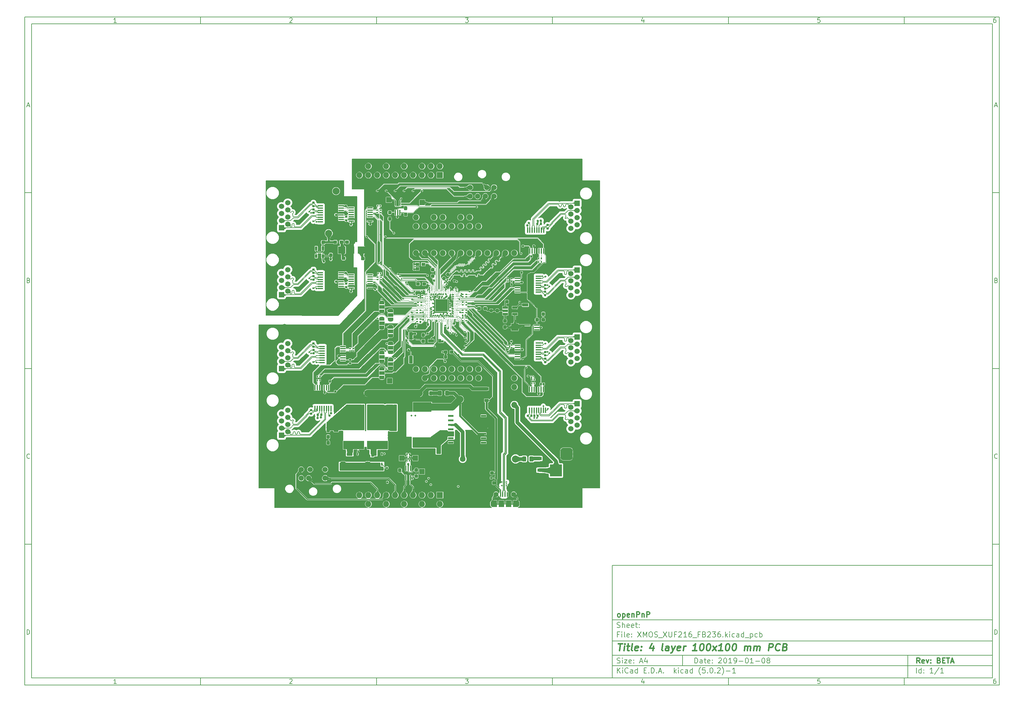
<source format=gbr>
G04 #@! TF.GenerationSoftware,KiCad,Pcbnew,(5.0.2)-1*
G04 #@! TF.CreationDate,2019-01-08T06:01:03+01:00*
G04 #@! TF.ProjectId,XMOS_XUF216_FB236,584d4f53-5f58-4554-9632-31365f464232,BETA*
G04 #@! TF.SameCoordinates,Original*
G04 #@! TF.FileFunction,Copper,L1,Top*
G04 #@! TF.FilePolarity,Positive*
%FSLAX46Y46*%
G04 Gerber Fmt 4.6, Leading zero omitted, Abs format (unit mm)*
G04 Created by KiCad (PCBNEW (5.0.2)-1) date 2019-01-08 06:01:03*
%MOMM*%
%LPD*%
G01*
G04 APERTURE LIST*
%ADD10C,0.100000*%
%ADD11C,0.150000*%
%ADD12C,0.300000*%
%ADD13C,0.400000*%
G04 #@! TA.AperFunction,Conductor*
%ADD14C,0.100000*%
G04 #@! TD*
G04 #@! TA.AperFunction,SMDPad,CuDef*
%ADD15C,0.590000*%
G04 #@! TD*
G04 #@! TA.AperFunction,SMDPad,CuDef*
%ADD16C,0.875000*%
G04 #@! TD*
G04 #@! TA.AperFunction,ComponentPad*
%ADD17R,1.500000X1.500000*%
G04 #@! TD*
G04 #@! TA.AperFunction,ComponentPad*
%ADD18C,1.500000*%
G04 #@! TD*
G04 #@! TA.AperFunction,ComponentPad*
%ADD19C,2.000000*%
G04 #@! TD*
G04 #@! TA.AperFunction,SMDPad,CuDef*
%ADD20C,0.400000*%
G04 #@! TD*
G04 #@! TA.AperFunction,ComponentPad*
%ADD21O,1.700000X1.700000*%
G04 #@! TD*
G04 #@! TA.AperFunction,ComponentPad*
%ADD22R,1.700000X1.700000*%
G04 #@! TD*
G04 #@! TA.AperFunction,ComponentPad*
%ADD23R,3.500000X3.500000*%
G04 #@! TD*
G04 #@! TA.AperFunction,ComponentPad*
%ADD24C,3.000000*%
G04 #@! TD*
G04 #@! TA.AperFunction,ComponentPad*
%ADD25C,3.500000*%
G04 #@! TD*
G04 #@! TA.AperFunction,SMDPad,CuDef*
%ADD26R,0.500000X0.400000*%
G04 #@! TD*
G04 #@! TA.AperFunction,ComponentPad*
%ADD27O,1.727200X1.727200*%
G04 #@! TD*
G04 #@! TA.AperFunction,ComponentPad*
%ADD28R,1.727200X1.727200*%
G04 #@! TD*
G04 #@! TA.AperFunction,SMDPad,CuDef*
%ADD29R,1.100000X0.900000*%
G04 #@! TD*
G04 #@! TA.AperFunction,SMDPad,CuDef*
%ADD30C,0.950000*%
G04 #@! TD*
G04 #@! TA.AperFunction,BGAPad,CuDef*
%ADD31C,0.300000*%
G04 #@! TD*
G04 #@! TA.AperFunction,SMDPad,CuDef*
%ADD32R,1.200000X0.900000*%
G04 #@! TD*
G04 #@! TA.AperFunction,SMDPad,CuDef*
%ADD33R,1.100000X1.100000*%
G04 #@! TD*
G04 #@! TA.AperFunction,SMDPad,CuDef*
%ADD34R,0.900000X1.200000*%
G04 #@! TD*
G04 #@! TA.AperFunction,SMDPad,CuDef*
%ADD35R,1.500000X0.400000*%
G04 #@! TD*
G04 #@! TA.AperFunction,SMDPad,CuDef*
%ADD36C,1.150000*%
G04 #@! TD*
G04 #@! TA.AperFunction,SMDPad,CuDef*
%ADD37C,0.500000*%
G04 #@! TD*
G04 #@! TA.AperFunction,SMDPad,CuDef*
%ADD38R,1.500000X1.000000*%
G04 #@! TD*
G04 #@! TA.AperFunction,SMDPad,CuDef*
%ADD39R,1.120000X2.160000*%
G04 #@! TD*
G04 #@! TA.AperFunction,SMDPad,CuDef*
%ADD40R,1.700000X0.900000*%
G04 #@! TD*
G04 #@! TA.AperFunction,ComponentPad*
%ADD41C,1.600000*%
G04 #@! TD*
G04 #@! TA.AperFunction,ComponentPad*
%ADD42R,1.600000X1.600000*%
G04 #@! TD*
G04 #@! TA.AperFunction,SMDPad,CuDef*
%ADD43R,1.200000X1.900000*%
G04 #@! TD*
G04 #@! TA.AperFunction,ComponentPad*
%ADD44O,1.200000X1.900000*%
G04 #@! TD*
G04 #@! TA.AperFunction,SMDPad,CuDef*
%ADD45R,1.500000X1.900000*%
G04 #@! TD*
G04 #@! TA.AperFunction,ComponentPad*
%ADD46C,1.450000*%
G04 #@! TD*
G04 #@! TA.AperFunction,SMDPad,CuDef*
%ADD47R,0.400000X1.350000*%
G04 #@! TD*
G04 #@! TA.AperFunction,SMDPad,CuDef*
%ADD48R,5.300000X2.800000*%
G04 #@! TD*
G04 #@! TA.AperFunction,SMDPad,CuDef*
%ADD49R,5.900000X2.450000*%
G04 #@! TD*
G04 #@! TA.AperFunction,SMDPad,CuDef*
%ADD50C,1.500000*%
G04 #@! TD*
G04 #@! TA.AperFunction,SMDPad,CuDef*
%ADD51R,1.600000X0.410000*%
G04 #@! TD*
G04 #@! TA.AperFunction,SMDPad,CuDef*
%ADD52R,1.500000X0.600000*%
G04 #@! TD*
G04 #@! TA.AperFunction,SMDPad,CuDef*
%ADD53R,1.500000X0.450000*%
G04 #@! TD*
G04 #@! TA.AperFunction,SMDPad,CuDef*
%ADD54R,0.450000X1.500000*%
G04 #@! TD*
G04 #@! TA.AperFunction,SMDPad,CuDef*
%ADD55R,0.650000X1.060000*%
G04 #@! TD*
G04 #@! TA.AperFunction,SMDPad,CuDef*
%ADD56R,1.560000X0.650000*%
G04 #@! TD*
G04 #@! TA.AperFunction,SMDPad,CuDef*
%ADD57R,0.400000X1.500000*%
G04 #@! TD*
G04 #@! TA.AperFunction,SMDPad,CuDef*
%ADD58R,0.450000X0.300000*%
G04 #@! TD*
G04 #@! TA.AperFunction,SMDPad,CuDef*
%ADD59R,0.400000X0.500000*%
G04 #@! TD*
G04 #@! TA.AperFunction,ComponentPad*
%ADD60R,2.000000X2.000000*%
G04 #@! TD*
G04 #@! TA.AperFunction,SMDPad,CuDef*
%ADD61C,0.600000*%
G04 #@! TD*
G04 #@! TA.AperFunction,SMDPad,CuDef*
%ADD62C,1.000000*%
G04 #@! TD*
G04 #@! TA.AperFunction,ViaPad*
%ADD63C,0.650000*%
G04 #@! TD*
G04 #@! TA.AperFunction,ViaPad*
%ADD64C,0.488200*%
G04 #@! TD*
G04 #@! TA.AperFunction,ViaPad*
%ADD65C,0.688200*%
G04 #@! TD*
G04 #@! TA.AperFunction,ViaPad*
%ADD66C,1.000000*%
G04 #@! TD*
G04 #@! TA.AperFunction,ViaPad*
%ADD67C,0.726200*%
G04 #@! TD*
G04 #@! TA.AperFunction,Conductor*
%ADD68C,0.177800*%
G04 #@! TD*
G04 #@! TA.AperFunction,Conductor*
%ADD69C,0.120000*%
G04 #@! TD*
G04 #@! TA.AperFunction,Conductor*
%ADD70C,0.150000*%
G04 #@! TD*
G04 #@! TA.AperFunction,Conductor*
%ADD71C,0.250000*%
G04 #@! TD*
G04 #@! TA.AperFunction,Conductor*
%ADD72C,0.300000*%
G04 #@! TD*
G04 #@! TA.AperFunction,Conductor*
%ADD73C,0.088900*%
G04 #@! TD*
G04 #@! TA.AperFunction,Conductor*
%ADD74C,0.600000*%
G04 #@! TD*
G04 #@! TA.AperFunction,Conductor*
%ADD75C,1.000000*%
G04 #@! TD*
G04 #@! TA.AperFunction,Conductor*
%ADD76C,2.000000*%
G04 #@! TD*
G04 #@! TA.AperFunction,Conductor*
%ADD77C,0.500000*%
G04 #@! TD*
G04 #@! TA.AperFunction,Conductor*
%ADD78C,0.228600*%
G04 #@! TD*
G04 #@! TA.AperFunction,Conductor*
%ADD79C,0.254000*%
G04 #@! TD*
G04 #@! TA.AperFunction,Conductor*
%ADD80C,0.127000*%
G04 #@! TD*
G04 #@! TA.AperFunction,Conductor*
%ADD81C,0.025400*%
G04 #@! TD*
G04 APERTURE END LIST*
D10*
D11*
X177002200Y-166007200D02*
X177002200Y-198007200D01*
X285002200Y-198007200D01*
X285002200Y-166007200D01*
X177002200Y-166007200D01*
D10*
D11*
X10000000Y-10000000D02*
X10000000Y-200007200D01*
X287002200Y-200007200D01*
X287002200Y-10000000D01*
X10000000Y-10000000D01*
D10*
D11*
X12000000Y-12000000D02*
X12000000Y-198007200D01*
X285002200Y-198007200D01*
X285002200Y-12000000D01*
X12000000Y-12000000D01*
D10*
D11*
X60000000Y-12000000D02*
X60000000Y-10000000D01*
D10*
D11*
X110000000Y-12000000D02*
X110000000Y-10000000D01*
D10*
D11*
X160000000Y-12000000D02*
X160000000Y-10000000D01*
D10*
D11*
X210000000Y-12000000D02*
X210000000Y-10000000D01*
D10*
D11*
X260000000Y-12000000D02*
X260000000Y-10000000D01*
D10*
D11*
X36065476Y-11588095D02*
X35322619Y-11588095D01*
X35694047Y-11588095D02*
X35694047Y-10288095D01*
X35570238Y-10473809D01*
X35446428Y-10597619D01*
X35322619Y-10659523D01*
D10*
D11*
X85322619Y-10411904D02*
X85384523Y-10350000D01*
X85508333Y-10288095D01*
X85817857Y-10288095D01*
X85941666Y-10350000D01*
X86003571Y-10411904D01*
X86065476Y-10535714D01*
X86065476Y-10659523D01*
X86003571Y-10845238D01*
X85260714Y-11588095D01*
X86065476Y-11588095D01*
D10*
D11*
X135260714Y-10288095D02*
X136065476Y-10288095D01*
X135632142Y-10783333D01*
X135817857Y-10783333D01*
X135941666Y-10845238D01*
X136003571Y-10907142D01*
X136065476Y-11030952D01*
X136065476Y-11340476D01*
X136003571Y-11464285D01*
X135941666Y-11526190D01*
X135817857Y-11588095D01*
X135446428Y-11588095D01*
X135322619Y-11526190D01*
X135260714Y-11464285D01*
D10*
D11*
X185941666Y-10721428D02*
X185941666Y-11588095D01*
X185632142Y-10226190D02*
X185322619Y-11154761D01*
X186127380Y-11154761D01*
D10*
D11*
X236003571Y-10288095D02*
X235384523Y-10288095D01*
X235322619Y-10907142D01*
X235384523Y-10845238D01*
X235508333Y-10783333D01*
X235817857Y-10783333D01*
X235941666Y-10845238D01*
X236003571Y-10907142D01*
X236065476Y-11030952D01*
X236065476Y-11340476D01*
X236003571Y-11464285D01*
X235941666Y-11526190D01*
X235817857Y-11588095D01*
X235508333Y-11588095D01*
X235384523Y-11526190D01*
X235322619Y-11464285D01*
D10*
D11*
X285941666Y-10288095D02*
X285694047Y-10288095D01*
X285570238Y-10350000D01*
X285508333Y-10411904D01*
X285384523Y-10597619D01*
X285322619Y-10845238D01*
X285322619Y-11340476D01*
X285384523Y-11464285D01*
X285446428Y-11526190D01*
X285570238Y-11588095D01*
X285817857Y-11588095D01*
X285941666Y-11526190D01*
X286003571Y-11464285D01*
X286065476Y-11340476D01*
X286065476Y-11030952D01*
X286003571Y-10907142D01*
X285941666Y-10845238D01*
X285817857Y-10783333D01*
X285570238Y-10783333D01*
X285446428Y-10845238D01*
X285384523Y-10907142D01*
X285322619Y-11030952D01*
D10*
D11*
X60000000Y-198007200D02*
X60000000Y-200007200D01*
D10*
D11*
X110000000Y-198007200D02*
X110000000Y-200007200D01*
D10*
D11*
X160000000Y-198007200D02*
X160000000Y-200007200D01*
D10*
D11*
X210000000Y-198007200D02*
X210000000Y-200007200D01*
D10*
D11*
X260000000Y-198007200D02*
X260000000Y-200007200D01*
D10*
D11*
X36065476Y-199595295D02*
X35322619Y-199595295D01*
X35694047Y-199595295D02*
X35694047Y-198295295D01*
X35570238Y-198481009D01*
X35446428Y-198604819D01*
X35322619Y-198666723D01*
D10*
D11*
X85322619Y-198419104D02*
X85384523Y-198357200D01*
X85508333Y-198295295D01*
X85817857Y-198295295D01*
X85941666Y-198357200D01*
X86003571Y-198419104D01*
X86065476Y-198542914D01*
X86065476Y-198666723D01*
X86003571Y-198852438D01*
X85260714Y-199595295D01*
X86065476Y-199595295D01*
D10*
D11*
X135260714Y-198295295D02*
X136065476Y-198295295D01*
X135632142Y-198790533D01*
X135817857Y-198790533D01*
X135941666Y-198852438D01*
X136003571Y-198914342D01*
X136065476Y-199038152D01*
X136065476Y-199347676D01*
X136003571Y-199471485D01*
X135941666Y-199533390D01*
X135817857Y-199595295D01*
X135446428Y-199595295D01*
X135322619Y-199533390D01*
X135260714Y-199471485D01*
D10*
D11*
X185941666Y-198728628D02*
X185941666Y-199595295D01*
X185632142Y-198233390D02*
X185322619Y-199161961D01*
X186127380Y-199161961D01*
D10*
D11*
X236003571Y-198295295D02*
X235384523Y-198295295D01*
X235322619Y-198914342D01*
X235384523Y-198852438D01*
X235508333Y-198790533D01*
X235817857Y-198790533D01*
X235941666Y-198852438D01*
X236003571Y-198914342D01*
X236065476Y-199038152D01*
X236065476Y-199347676D01*
X236003571Y-199471485D01*
X235941666Y-199533390D01*
X235817857Y-199595295D01*
X235508333Y-199595295D01*
X235384523Y-199533390D01*
X235322619Y-199471485D01*
D10*
D11*
X285941666Y-198295295D02*
X285694047Y-198295295D01*
X285570238Y-198357200D01*
X285508333Y-198419104D01*
X285384523Y-198604819D01*
X285322619Y-198852438D01*
X285322619Y-199347676D01*
X285384523Y-199471485D01*
X285446428Y-199533390D01*
X285570238Y-199595295D01*
X285817857Y-199595295D01*
X285941666Y-199533390D01*
X286003571Y-199471485D01*
X286065476Y-199347676D01*
X286065476Y-199038152D01*
X286003571Y-198914342D01*
X285941666Y-198852438D01*
X285817857Y-198790533D01*
X285570238Y-198790533D01*
X285446428Y-198852438D01*
X285384523Y-198914342D01*
X285322619Y-199038152D01*
D10*
D11*
X10000000Y-60000000D02*
X12000000Y-60000000D01*
D10*
D11*
X10000000Y-110000000D02*
X12000000Y-110000000D01*
D10*
D11*
X10000000Y-160000000D02*
X12000000Y-160000000D01*
D10*
D11*
X10690476Y-35216666D02*
X11309523Y-35216666D01*
X10566666Y-35588095D02*
X11000000Y-34288095D01*
X11433333Y-35588095D01*
D10*
D11*
X11092857Y-84907142D02*
X11278571Y-84969047D01*
X11340476Y-85030952D01*
X11402380Y-85154761D01*
X11402380Y-85340476D01*
X11340476Y-85464285D01*
X11278571Y-85526190D01*
X11154761Y-85588095D01*
X10659523Y-85588095D01*
X10659523Y-84288095D01*
X11092857Y-84288095D01*
X11216666Y-84350000D01*
X11278571Y-84411904D01*
X11340476Y-84535714D01*
X11340476Y-84659523D01*
X11278571Y-84783333D01*
X11216666Y-84845238D01*
X11092857Y-84907142D01*
X10659523Y-84907142D01*
D10*
D11*
X11402380Y-135464285D02*
X11340476Y-135526190D01*
X11154761Y-135588095D01*
X11030952Y-135588095D01*
X10845238Y-135526190D01*
X10721428Y-135402380D01*
X10659523Y-135278571D01*
X10597619Y-135030952D01*
X10597619Y-134845238D01*
X10659523Y-134597619D01*
X10721428Y-134473809D01*
X10845238Y-134350000D01*
X11030952Y-134288095D01*
X11154761Y-134288095D01*
X11340476Y-134350000D01*
X11402380Y-134411904D01*
D10*
D11*
X10659523Y-185588095D02*
X10659523Y-184288095D01*
X10969047Y-184288095D01*
X11154761Y-184350000D01*
X11278571Y-184473809D01*
X11340476Y-184597619D01*
X11402380Y-184845238D01*
X11402380Y-185030952D01*
X11340476Y-185278571D01*
X11278571Y-185402380D01*
X11154761Y-185526190D01*
X10969047Y-185588095D01*
X10659523Y-185588095D01*
D10*
D11*
X287002200Y-60000000D02*
X285002200Y-60000000D01*
D10*
D11*
X287002200Y-110000000D02*
X285002200Y-110000000D01*
D10*
D11*
X287002200Y-160000000D02*
X285002200Y-160000000D01*
D10*
D11*
X285692676Y-35216666D02*
X286311723Y-35216666D01*
X285568866Y-35588095D02*
X286002200Y-34288095D01*
X286435533Y-35588095D01*
D10*
D11*
X286095057Y-84907142D02*
X286280771Y-84969047D01*
X286342676Y-85030952D01*
X286404580Y-85154761D01*
X286404580Y-85340476D01*
X286342676Y-85464285D01*
X286280771Y-85526190D01*
X286156961Y-85588095D01*
X285661723Y-85588095D01*
X285661723Y-84288095D01*
X286095057Y-84288095D01*
X286218866Y-84350000D01*
X286280771Y-84411904D01*
X286342676Y-84535714D01*
X286342676Y-84659523D01*
X286280771Y-84783333D01*
X286218866Y-84845238D01*
X286095057Y-84907142D01*
X285661723Y-84907142D01*
D10*
D11*
X286404580Y-135464285D02*
X286342676Y-135526190D01*
X286156961Y-135588095D01*
X286033152Y-135588095D01*
X285847438Y-135526190D01*
X285723628Y-135402380D01*
X285661723Y-135278571D01*
X285599819Y-135030952D01*
X285599819Y-134845238D01*
X285661723Y-134597619D01*
X285723628Y-134473809D01*
X285847438Y-134350000D01*
X286033152Y-134288095D01*
X286156961Y-134288095D01*
X286342676Y-134350000D01*
X286404580Y-134411904D01*
D10*
D11*
X285661723Y-185588095D02*
X285661723Y-184288095D01*
X285971247Y-184288095D01*
X286156961Y-184350000D01*
X286280771Y-184473809D01*
X286342676Y-184597619D01*
X286404580Y-184845238D01*
X286404580Y-185030952D01*
X286342676Y-185278571D01*
X286280771Y-185402380D01*
X286156961Y-185526190D01*
X285971247Y-185588095D01*
X285661723Y-185588095D01*
D10*
D11*
X200434342Y-193785771D02*
X200434342Y-192285771D01*
X200791485Y-192285771D01*
X201005771Y-192357200D01*
X201148628Y-192500057D01*
X201220057Y-192642914D01*
X201291485Y-192928628D01*
X201291485Y-193142914D01*
X201220057Y-193428628D01*
X201148628Y-193571485D01*
X201005771Y-193714342D01*
X200791485Y-193785771D01*
X200434342Y-193785771D01*
X202577200Y-193785771D02*
X202577200Y-193000057D01*
X202505771Y-192857200D01*
X202362914Y-192785771D01*
X202077200Y-192785771D01*
X201934342Y-192857200D01*
X202577200Y-193714342D02*
X202434342Y-193785771D01*
X202077200Y-193785771D01*
X201934342Y-193714342D01*
X201862914Y-193571485D01*
X201862914Y-193428628D01*
X201934342Y-193285771D01*
X202077200Y-193214342D01*
X202434342Y-193214342D01*
X202577200Y-193142914D01*
X203077200Y-192785771D02*
X203648628Y-192785771D01*
X203291485Y-192285771D02*
X203291485Y-193571485D01*
X203362914Y-193714342D01*
X203505771Y-193785771D01*
X203648628Y-193785771D01*
X204720057Y-193714342D02*
X204577200Y-193785771D01*
X204291485Y-193785771D01*
X204148628Y-193714342D01*
X204077200Y-193571485D01*
X204077200Y-193000057D01*
X204148628Y-192857200D01*
X204291485Y-192785771D01*
X204577200Y-192785771D01*
X204720057Y-192857200D01*
X204791485Y-193000057D01*
X204791485Y-193142914D01*
X204077200Y-193285771D01*
X205434342Y-193642914D02*
X205505771Y-193714342D01*
X205434342Y-193785771D01*
X205362914Y-193714342D01*
X205434342Y-193642914D01*
X205434342Y-193785771D01*
X205434342Y-192857200D02*
X205505771Y-192928628D01*
X205434342Y-193000057D01*
X205362914Y-192928628D01*
X205434342Y-192857200D01*
X205434342Y-193000057D01*
X207220057Y-192428628D02*
X207291485Y-192357200D01*
X207434342Y-192285771D01*
X207791485Y-192285771D01*
X207934342Y-192357200D01*
X208005771Y-192428628D01*
X208077200Y-192571485D01*
X208077200Y-192714342D01*
X208005771Y-192928628D01*
X207148628Y-193785771D01*
X208077200Y-193785771D01*
X209005771Y-192285771D02*
X209148628Y-192285771D01*
X209291485Y-192357200D01*
X209362914Y-192428628D01*
X209434342Y-192571485D01*
X209505771Y-192857200D01*
X209505771Y-193214342D01*
X209434342Y-193500057D01*
X209362914Y-193642914D01*
X209291485Y-193714342D01*
X209148628Y-193785771D01*
X209005771Y-193785771D01*
X208862914Y-193714342D01*
X208791485Y-193642914D01*
X208720057Y-193500057D01*
X208648628Y-193214342D01*
X208648628Y-192857200D01*
X208720057Y-192571485D01*
X208791485Y-192428628D01*
X208862914Y-192357200D01*
X209005771Y-192285771D01*
X210934342Y-193785771D02*
X210077200Y-193785771D01*
X210505771Y-193785771D02*
X210505771Y-192285771D01*
X210362914Y-192500057D01*
X210220057Y-192642914D01*
X210077200Y-192714342D01*
X211648628Y-193785771D02*
X211934342Y-193785771D01*
X212077200Y-193714342D01*
X212148628Y-193642914D01*
X212291485Y-193428628D01*
X212362914Y-193142914D01*
X212362914Y-192571485D01*
X212291485Y-192428628D01*
X212220057Y-192357200D01*
X212077200Y-192285771D01*
X211791485Y-192285771D01*
X211648628Y-192357200D01*
X211577200Y-192428628D01*
X211505771Y-192571485D01*
X211505771Y-192928628D01*
X211577200Y-193071485D01*
X211648628Y-193142914D01*
X211791485Y-193214342D01*
X212077200Y-193214342D01*
X212220057Y-193142914D01*
X212291485Y-193071485D01*
X212362914Y-192928628D01*
X213005771Y-193214342D02*
X214148628Y-193214342D01*
X215148628Y-192285771D02*
X215291485Y-192285771D01*
X215434342Y-192357200D01*
X215505771Y-192428628D01*
X215577200Y-192571485D01*
X215648628Y-192857200D01*
X215648628Y-193214342D01*
X215577200Y-193500057D01*
X215505771Y-193642914D01*
X215434342Y-193714342D01*
X215291485Y-193785771D01*
X215148628Y-193785771D01*
X215005771Y-193714342D01*
X214934342Y-193642914D01*
X214862914Y-193500057D01*
X214791485Y-193214342D01*
X214791485Y-192857200D01*
X214862914Y-192571485D01*
X214934342Y-192428628D01*
X215005771Y-192357200D01*
X215148628Y-192285771D01*
X217077200Y-193785771D02*
X216220057Y-193785771D01*
X216648628Y-193785771D02*
X216648628Y-192285771D01*
X216505771Y-192500057D01*
X216362914Y-192642914D01*
X216220057Y-192714342D01*
X217720057Y-193214342D02*
X218862914Y-193214342D01*
X219862914Y-192285771D02*
X220005771Y-192285771D01*
X220148628Y-192357200D01*
X220220057Y-192428628D01*
X220291485Y-192571485D01*
X220362914Y-192857200D01*
X220362914Y-193214342D01*
X220291485Y-193500057D01*
X220220057Y-193642914D01*
X220148628Y-193714342D01*
X220005771Y-193785771D01*
X219862914Y-193785771D01*
X219720057Y-193714342D01*
X219648628Y-193642914D01*
X219577200Y-193500057D01*
X219505771Y-193214342D01*
X219505771Y-192857200D01*
X219577200Y-192571485D01*
X219648628Y-192428628D01*
X219720057Y-192357200D01*
X219862914Y-192285771D01*
X221220057Y-192928628D02*
X221077200Y-192857200D01*
X221005771Y-192785771D01*
X220934342Y-192642914D01*
X220934342Y-192571485D01*
X221005771Y-192428628D01*
X221077200Y-192357200D01*
X221220057Y-192285771D01*
X221505771Y-192285771D01*
X221648628Y-192357200D01*
X221720057Y-192428628D01*
X221791485Y-192571485D01*
X221791485Y-192642914D01*
X221720057Y-192785771D01*
X221648628Y-192857200D01*
X221505771Y-192928628D01*
X221220057Y-192928628D01*
X221077200Y-193000057D01*
X221005771Y-193071485D01*
X220934342Y-193214342D01*
X220934342Y-193500057D01*
X221005771Y-193642914D01*
X221077200Y-193714342D01*
X221220057Y-193785771D01*
X221505771Y-193785771D01*
X221648628Y-193714342D01*
X221720057Y-193642914D01*
X221791485Y-193500057D01*
X221791485Y-193214342D01*
X221720057Y-193071485D01*
X221648628Y-193000057D01*
X221505771Y-192928628D01*
D10*
D11*
X177002200Y-194507200D02*
X285002200Y-194507200D01*
D10*
D11*
X178434342Y-196585771D02*
X178434342Y-195085771D01*
X179291485Y-196585771D02*
X178648628Y-195728628D01*
X179291485Y-195085771D02*
X178434342Y-195942914D01*
X179934342Y-196585771D02*
X179934342Y-195585771D01*
X179934342Y-195085771D02*
X179862914Y-195157200D01*
X179934342Y-195228628D01*
X180005771Y-195157200D01*
X179934342Y-195085771D01*
X179934342Y-195228628D01*
X181505771Y-196442914D02*
X181434342Y-196514342D01*
X181220057Y-196585771D01*
X181077200Y-196585771D01*
X180862914Y-196514342D01*
X180720057Y-196371485D01*
X180648628Y-196228628D01*
X180577200Y-195942914D01*
X180577200Y-195728628D01*
X180648628Y-195442914D01*
X180720057Y-195300057D01*
X180862914Y-195157200D01*
X181077200Y-195085771D01*
X181220057Y-195085771D01*
X181434342Y-195157200D01*
X181505771Y-195228628D01*
X182791485Y-196585771D02*
X182791485Y-195800057D01*
X182720057Y-195657200D01*
X182577200Y-195585771D01*
X182291485Y-195585771D01*
X182148628Y-195657200D01*
X182791485Y-196514342D02*
X182648628Y-196585771D01*
X182291485Y-196585771D01*
X182148628Y-196514342D01*
X182077200Y-196371485D01*
X182077200Y-196228628D01*
X182148628Y-196085771D01*
X182291485Y-196014342D01*
X182648628Y-196014342D01*
X182791485Y-195942914D01*
X184148628Y-196585771D02*
X184148628Y-195085771D01*
X184148628Y-196514342D02*
X184005771Y-196585771D01*
X183720057Y-196585771D01*
X183577200Y-196514342D01*
X183505771Y-196442914D01*
X183434342Y-196300057D01*
X183434342Y-195871485D01*
X183505771Y-195728628D01*
X183577200Y-195657200D01*
X183720057Y-195585771D01*
X184005771Y-195585771D01*
X184148628Y-195657200D01*
X186005771Y-195800057D02*
X186505771Y-195800057D01*
X186720057Y-196585771D02*
X186005771Y-196585771D01*
X186005771Y-195085771D01*
X186720057Y-195085771D01*
X187362914Y-196442914D02*
X187434342Y-196514342D01*
X187362914Y-196585771D01*
X187291485Y-196514342D01*
X187362914Y-196442914D01*
X187362914Y-196585771D01*
X188077200Y-196585771D02*
X188077200Y-195085771D01*
X188434342Y-195085771D01*
X188648628Y-195157200D01*
X188791485Y-195300057D01*
X188862914Y-195442914D01*
X188934342Y-195728628D01*
X188934342Y-195942914D01*
X188862914Y-196228628D01*
X188791485Y-196371485D01*
X188648628Y-196514342D01*
X188434342Y-196585771D01*
X188077200Y-196585771D01*
X189577200Y-196442914D02*
X189648628Y-196514342D01*
X189577200Y-196585771D01*
X189505771Y-196514342D01*
X189577200Y-196442914D01*
X189577200Y-196585771D01*
X190220057Y-196157200D02*
X190934342Y-196157200D01*
X190077200Y-196585771D02*
X190577200Y-195085771D01*
X191077200Y-196585771D01*
X191577200Y-196442914D02*
X191648628Y-196514342D01*
X191577200Y-196585771D01*
X191505771Y-196514342D01*
X191577200Y-196442914D01*
X191577200Y-196585771D01*
X194577200Y-196585771D02*
X194577200Y-195085771D01*
X194720057Y-196014342D02*
X195148628Y-196585771D01*
X195148628Y-195585771D02*
X194577200Y-196157200D01*
X195791485Y-196585771D02*
X195791485Y-195585771D01*
X195791485Y-195085771D02*
X195720057Y-195157200D01*
X195791485Y-195228628D01*
X195862914Y-195157200D01*
X195791485Y-195085771D01*
X195791485Y-195228628D01*
X197148628Y-196514342D02*
X197005771Y-196585771D01*
X196720057Y-196585771D01*
X196577200Y-196514342D01*
X196505771Y-196442914D01*
X196434342Y-196300057D01*
X196434342Y-195871485D01*
X196505771Y-195728628D01*
X196577200Y-195657200D01*
X196720057Y-195585771D01*
X197005771Y-195585771D01*
X197148628Y-195657200D01*
X198434342Y-196585771D02*
X198434342Y-195800057D01*
X198362914Y-195657200D01*
X198220057Y-195585771D01*
X197934342Y-195585771D01*
X197791485Y-195657200D01*
X198434342Y-196514342D02*
X198291485Y-196585771D01*
X197934342Y-196585771D01*
X197791485Y-196514342D01*
X197720057Y-196371485D01*
X197720057Y-196228628D01*
X197791485Y-196085771D01*
X197934342Y-196014342D01*
X198291485Y-196014342D01*
X198434342Y-195942914D01*
X199791485Y-196585771D02*
X199791485Y-195085771D01*
X199791485Y-196514342D02*
X199648628Y-196585771D01*
X199362914Y-196585771D01*
X199220057Y-196514342D01*
X199148628Y-196442914D01*
X199077200Y-196300057D01*
X199077200Y-195871485D01*
X199148628Y-195728628D01*
X199220057Y-195657200D01*
X199362914Y-195585771D01*
X199648628Y-195585771D01*
X199791485Y-195657200D01*
X202077200Y-197157200D02*
X202005771Y-197085771D01*
X201862914Y-196871485D01*
X201791485Y-196728628D01*
X201720057Y-196514342D01*
X201648628Y-196157200D01*
X201648628Y-195871485D01*
X201720057Y-195514342D01*
X201791485Y-195300057D01*
X201862914Y-195157200D01*
X202005771Y-194942914D01*
X202077200Y-194871485D01*
X203362914Y-195085771D02*
X202648628Y-195085771D01*
X202577200Y-195800057D01*
X202648628Y-195728628D01*
X202791485Y-195657200D01*
X203148628Y-195657200D01*
X203291485Y-195728628D01*
X203362914Y-195800057D01*
X203434342Y-195942914D01*
X203434342Y-196300057D01*
X203362914Y-196442914D01*
X203291485Y-196514342D01*
X203148628Y-196585771D01*
X202791485Y-196585771D01*
X202648628Y-196514342D01*
X202577200Y-196442914D01*
X204077200Y-196442914D02*
X204148628Y-196514342D01*
X204077200Y-196585771D01*
X204005771Y-196514342D01*
X204077200Y-196442914D01*
X204077200Y-196585771D01*
X205077200Y-195085771D02*
X205220057Y-195085771D01*
X205362914Y-195157200D01*
X205434342Y-195228628D01*
X205505771Y-195371485D01*
X205577200Y-195657200D01*
X205577200Y-196014342D01*
X205505771Y-196300057D01*
X205434342Y-196442914D01*
X205362914Y-196514342D01*
X205220057Y-196585771D01*
X205077200Y-196585771D01*
X204934342Y-196514342D01*
X204862914Y-196442914D01*
X204791485Y-196300057D01*
X204720057Y-196014342D01*
X204720057Y-195657200D01*
X204791485Y-195371485D01*
X204862914Y-195228628D01*
X204934342Y-195157200D01*
X205077200Y-195085771D01*
X206220057Y-196442914D02*
X206291485Y-196514342D01*
X206220057Y-196585771D01*
X206148628Y-196514342D01*
X206220057Y-196442914D01*
X206220057Y-196585771D01*
X206862914Y-195228628D02*
X206934342Y-195157200D01*
X207077200Y-195085771D01*
X207434342Y-195085771D01*
X207577200Y-195157200D01*
X207648628Y-195228628D01*
X207720057Y-195371485D01*
X207720057Y-195514342D01*
X207648628Y-195728628D01*
X206791485Y-196585771D01*
X207720057Y-196585771D01*
X208220057Y-197157200D02*
X208291485Y-197085771D01*
X208434342Y-196871485D01*
X208505771Y-196728628D01*
X208577200Y-196514342D01*
X208648628Y-196157200D01*
X208648628Y-195871485D01*
X208577200Y-195514342D01*
X208505771Y-195300057D01*
X208434342Y-195157200D01*
X208291485Y-194942914D01*
X208220057Y-194871485D01*
X209362914Y-196014342D02*
X210505771Y-196014342D01*
X212005771Y-196585771D02*
X211148628Y-196585771D01*
X211577200Y-196585771D02*
X211577200Y-195085771D01*
X211434342Y-195300057D01*
X211291485Y-195442914D01*
X211148628Y-195514342D01*
D10*
D11*
X177002200Y-191507200D02*
X285002200Y-191507200D01*
D10*
D12*
X264411485Y-193785771D02*
X263911485Y-193071485D01*
X263554342Y-193785771D02*
X263554342Y-192285771D01*
X264125771Y-192285771D01*
X264268628Y-192357200D01*
X264340057Y-192428628D01*
X264411485Y-192571485D01*
X264411485Y-192785771D01*
X264340057Y-192928628D01*
X264268628Y-193000057D01*
X264125771Y-193071485D01*
X263554342Y-193071485D01*
X265625771Y-193714342D02*
X265482914Y-193785771D01*
X265197200Y-193785771D01*
X265054342Y-193714342D01*
X264982914Y-193571485D01*
X264982914Y-193000057D01*
X265054342Y-192857200D01*
X265197200Y-192785771D01*
X265482914Y-192785771D01*
X265625771Y-192857200D01*
X265697200Y-193000057D01*
X265697200Y-193142914D01*
X264982914Y-193285771D01*
X266197200Y-192785771D02*
X266554342Y-193785771D01*
X266911485Y-192785771D01*
X267482914Y-193642914D02*
X267554342Y-193714342D01*
X267482914Y-193785771D01*
X267411485Y-193714342D01*
X267482914Y-193642914D01*
X267482914Y-193785771D01*
X267482914Y-192857200D02*
X267554342Y-192928628D01*
X267482914Y-193000057D01*
X267411485Y-192928628D01*
X267482914Y-192857200D01*
X267482914Y-193000057D01*
X269840057Y-193000057D02*
X270054342Y-193071485D01*
X270125771Y-193142914D01*
X270197200Y-193285771D01*
X270197200Y-193500057D01*
X270125771Y-193642914D01*
X270054342Y-193714342D01*
X269911485Y-193785771D01*
X269340057Y-193785771D01*
X269340057Y-192285771D01*
X269840057Y-192285771D01*
X269982914Y-192357200D01*
X270054342Y-192428628D01*
X270125771Y-192571485D01*
X270125771Y-192714342D01*
X270054342Y-192857200D01*
X269982914Y-192928628D01*
X269840057Y-193000057D01*
X269340057Y-193000057D01*
X270840057Y-193000057D02*
X271340057Y-193000057D01*
X271554342Y-193785771D02*
X270840057Y-193785771D01*
X270840057Y-192285771D01*
X271554342Y-192285771D01*
X271982914Y-192285771D02*
X272840057Y-192285771D01*
X272411485Y-193785771D02*
X272411485Y-192285771D01*
X273268628Y-193357200D02*
X273982914Y-193357200D01*
X273125771Y-193785771D02*
X273625771Y-192285771D01*
X274125771Y-193785771D01*
D10*
D11*
X178362914Y-193714342D02*
X178577200Y-193785771D01*
X178934342Y-193785771D01*
X179077200Y-193714342D01*
X179148628Y-193642914D01*
X179220057Y-193500057D01*
X179220057Y-193357200D01*
X179148628Y-193214342D01*
X179077200Y-193142914D01*
X178934342Y-193071485D01*
X178648628Y-193000057D01*
X178505771Y-192928628D01*
X178434342Y-192857200D01*
X178362914Y-192714342D01*
X178362914Y-192571485D01*
X178434342Y-192428628D01*
X178505771Y-192357200D01*
X178648628Y-192285771D01*
X179005771Y-192285771D01*
X179220057Y-192357200D01*
X179862914Y-193785771D02*
X179862914Y-192785771D01*
X179862914Y-192285771D02*
X179791485Y-192357200D01*
X179862914Y-192428628D01*
X179934342Y-192357200D01*
X179862914Y-192285771D01*
X179862914Y-192428628D01*
X180434342Y-192785771D02*
X181220057Y-192785771D01*
X180434342Y-193785771D01*
X181220057Y-193785771D01*
X182362914Y-193714342D02*
X182220057Y-193785771D01*
X181934342Y-193785771D01*
X181791485Y-193714342D01*
X181720057Y-193571485D01*
X181720057Y-193000057D01*
X181791485Y-192857200D01*
X181934342Y-192785771D01*
X182220057Y-192785771D01*
X182362914Y-192857200D01*
X182434342Y-193000057D01*
X182434342Y-193142914D01*
X181720057Y-193285771D01*
X183077200Y-193642914D02*
X183148628Y-193714342D01*
X183077200Y-193785771D01*
X183005771Y-193714342D01*
X183077200Y-193642914D01*
X183077200Y-193785771D01*
X183077200Y-192857200D02*
X183148628Y-192928628D01*
X183077200Y-193000057D01*
X183005771Y-192928628D01*
X183077200Y-192857200D01*
X183077200Y-193000057D01*
X184862914Y-193357200D02*
X185577200Y-193357200D01*
X184720057Y-193785771D02*
X185220057Y-192285771D01*
X185720057Y-193785771D01*
X186862914Y-192785771D02*
X186862914Y-193785771D01*
X186505771Y-192214342D02*
X186148628Y-193285771D01*
X187077200Y-193285771D01*
D10*
D11*
X263434342Y-196585771D02*
X263434342Y-195085771D01*
X264791485Y-196585771D02*
X264791485Y-195085771D01*
X264791485Y-196514342D02*
X264648628Y-196585771D01*
X264362914Y-196585771D01*
X264220057Y-196514342D01*
X264148628Y-196442914D01*
X264077200Y-196300057D01*
X264077200Y-195871485D01*
X264148628Y-195728628D01*
X264220057Y-195657200D01*
X264362914Y-195585771D01*
X264648628Y-195585771D01*
X264791485Y-195657200D01*
X265505771Y-196442914D02*
X265577200Y-196514342D01*
X265505771Y-196585771D01*
X265434342Y-196514342D01*
X265505771Y-196442914D01*
X265505771Y-196585771D01*
X265505771Y-195657200D02*
X265577200Y-195728628D01*
X265505771Y-195800057D01*
X265434342Y-195728628D01*
X265505771Y-195657200D01*
X265505771Y-195800057D01*
X268148628Y-196585771D02*
X267291485Y-196585771D01*
X267720057Y-196585771D02*
X267720057Y-195085771D01*
X267577200Y-195300057D01*
X267434342Y-195442914D01*
X267291485Y-195514342D01*
X269862914Y-195014342D02*
X268577200Y-196942914D01*
X271148628Y-196585771D02*
X270291485Y-196585771D01*
X270720057Y-196585771D02*
X270720057Y-195085771D01*
X270577200Y-195300057D01*
X270434342Y-195442914D01*
X270291485Y-195514342D01*
D10*
D11*
X177002200Y-187507200D02*
X285002200Y-187507200D01*
D10*
D13*
X178714580Y-188211961D02*
X179857438Y-188211961D01*
X179036009Y-190211961D02*
X179286009Y-188211961D01*
X180274104Y-190211961D02*
X180440771Y-188878628D01*
X180524104Y-188211961D02*
X180416961Y-188307200D01*
X180500295Y-188402438D01*
X180607438Y-188307200D01*
X180524104Y-188211961D01*
X180500295Y-188402438D01*
X181107438Y-188878628D02*
X181869342Y-188878628D01*
X181476485Y-188211961D02*
X181262200Y-189926247D01*
X181333628Y-190116723D01*
X181512200Y-190211961D01*
X181702676Y-190211961D01*
X182655057Y-190211961D02*
X182476485Y-190116723D01*
X182405057Y-189926247D01*
X182619342Y-188211961D01*
X184190771Y-190116723D02*
X183988390Y-190211961D01*
X183607438Y-190211961D01*
X183428866Y-190116723D01*
X183357438Y-189926247D01*
X183452676Y-189164342D01*
X183571723Y-188973866D01*
X183774104Y-188878628D01*
X184155057Y-188878628D01*
X184333628Y-188973866D01*
X184405057Y-189164342D01*
X184381247Y-189354819D01*
X183405057Y-189545295D01*
X185155057Y-190021485D02*
X185238390Y-190116723D01*
X185131247Y-190211961D01*
X185047914Y-190116723D01*
X185155057Y-190021485D01*
X185131247Y-190211961D01*
X185286009Y-188973866D02*
X185369342Y-189069104D01*
X185262200Y-189164342D01*
X185178866Y-189069104D01*
X185286009Y-188973866D01*
X185262200Y-189164342D01*
X188631247Y-188878628D02*
X188464580Y-190211961D01*
X188250295Y-188116723D02*
X187595533Y-189545295D01*
X188833628Y-189545295D01*
X191321723Y-190211961D02*
X191143152Y-190116723D01*
X191071723Y-189926247D01*
X191286009Y-188211961D01*
X192940771Y-190211961D02*
X193071723Y-189164342D01*
X193000295Y-188973866D01*
X192821723Y-188878628D01*
X192440771Y-188878628D01*
X192238390Y-188973866D01*
X192952676Y-190116723D02*
X192750295Y-190211961D01*
X192274104Y-190211961D01*
X192095533Y-190116723D01*
X192024104Y-189926247D01*
X192047914Y-189735771D01*
X192166961Y-189545295D01*
X192369342Y-189450057D01*
X192845533Y-189450057D01*
X193047914Y-189354819D01*
X193869342Y-188878628D02*
X194178866Y-190211961D01*
X194821723Y-188878628D02*
X194178866Y-190211961D01*
X193928866Y-190688152D01*
X193821723Y-190783390D01*
X193619342Y-190878628D01*
X196190771Y-190116723D02*
X195988390Y-190211961D01*
X195607438Y-190211961D01*
X195428866Y-190116723D01*
X195357438Y-189926247D01*
X195452676Y-189164342D01*
X195571723Y-188973866D01*
X195774104Y-188878628D01*
X196155057Y-188878628D01*
X196333628Y-188973866D01*
X196405057Y-189164342D01*
X196381247Y-189354819D01*
X195405057Y-189545295D01*
X197131247Y-190211961D02*
X197297914Y-188878628D01*
X197250295Y-189259580D02*
X197369342Y-189069104D01*
X197476485Y-188973866D01*
X197678866Y-188878628D01*
X197869342Y-188878628D01*
X200940771Y-190211961D02*
X199797914Y-190211961D01*
X200369342Y-190211961D02*
X200619342Y-188211961D01*
X200393152Y-188497676D01*
X200178866Y-188688152D01*
X199976485Y-188783390D01*
X202428866Y-188211961D02*
X202619342Y-188211961D01*
X202797914Y-188307200D01*
X202881247Y-188402438D01*
X202952676Y-188592914D01*
X203000295Y-188973866D01*
X202940771Y-189450057D01*
X202797914Y-189831009D01*
X202678866Y-190021485D01*
X202571723Y-190116723D01*
X202369342Y-190211961D01*
X202178866Y-190211961D01*
X202000295Y-190116723D01*
X201916961Y-190021485D01*
X201845533Y-189831009D01*
X201797914Y-189450057D01*
X201857438Y-188973866D01*
X202000295Y-188592914D01*
X202119342Y-188402438D01*
X202226485Y-188307200D01*
X202428866Y-188211961D01*
X204333628Y-188211961D02*
X204524104Y-188211961D01*
X204702676Y-188307200D01*
X204786009Y-188402438D01*
X204857438Y-188592914D01*
X204905057Y-188973866D01*
X204845533Y-189450057D01*
X204702676Y-189831009D01*
X204583628Y-190021485D01*
X204476485Y-190116723D01*
X204274104Y-190211961D01*
X204083628Y-190211961D01*
X203905057Y-190116723D01*
X203821723Y-190021485D01*
X203750295Y-189831009D01*
X203702676Y-189450057D01*
X203762200Y-188973866D01*
X203905057Y-188592914D01*
X204024104Y-188402438D01*
X204131247Y-188307200D01*
X204333628Y-188211961D01*
X205416961Y-190211961D02*
X206631247Y-188878628D01*
X205583628Y-188878628D02*
X206464580Y-190211961D01*
X208274104Y-190211961D02*
X207131247Y-190211961D01*
X207702676Y-190211961D02*
X207952676Y-188211961D01*
X207726485Y-188497676D01*
X207512200Y-188688152D01*
X207309819Y-188783390D01*
X209762200Y-188211961D02*
X209952676Y-188211961D01*
X210131247Y-188307200D01*
X210214580Y-188402438D01*
X210286009Y-188592914D01*
X210333628Y-188973866D01*
X210274104Y-189450057D01*
X210131247Y-189831009D01*
X210012200Y-190021485D01*
X209905057Y-190116723D01*
X209702676Y-190211961D01*
X209512200Y-190211961D01*
X209333628Y-190116723D01*
X209250295Y-190021485D01*
X209178866Y-189831009D01*
X209131247Y-189450057D01*
X209190771Y-188973866D01*
X209333628Y-188592914D01*
X209452676Y-188402438D01*
X209559819Y-188307200D01*
X209762200Y-188211961D01*
X211666961Y-188211961D02*
X211857438Y-188211961D01*
X212036009Y-188307200D01*
X212119342Y-188402438D01*
X212190771Y-188592914D01*
X212238390Y-188973866D01*
X212178866Y-189450057D01*
X212036009Y-189831009D01*
X211916961Y-190021485D01*
X211809819Y-190116723D01*
X211607438Y-190211961D01*
X211416961Y-190211961D01*
X211238390Y-190116723D01*
X211155057Y-190021485D01*
X211083628Y-189831009D01*
X211036009Y-189450057D01*
X211095533Y-188973866D01*
X211238390Y-188592914D01*
X211357438Y-188402438D01*
X211464580Y-188307200D01*
X211666961Y-188211961D01*
X214464580Y-190211961D02*
X214631247Y-188878628D01*
X214607438Y-189069104D02*
X214714580Y-188973866D01*
X214916961Y-188878628D01*
X215202676Y-188878628D01*
X215381247Y-188973866D01*
X215452676Y-189164342D01*
X215321723Y-190211961D01*
X215452676Y-189164342D02*
X215571723Y-188973866D01*
X215774104Y-188878628D01*
X216059819Y-188878628D01*
X216238390Y-188973866D01*
X216309819Y-189164342D01*
X216178866Y-190211961D01*
X217131247Y-190211961D02*
X217297914Y-188878628D01*
X217274104Y-189069104D02*
X217381247Y-188973866D01*
X217583628Y-188878628D01*
X217869342Y-188878628D01*
X218047914Y-188973866D01*
X218119342Y-189164342D01*
X217988390Y-190211961D01*
X218119342Y-189164342D02*
X218238390Y-188973866D01*
X218440771Y-188878628D01*
X218726485Y-188878628D01*
X218905057Y-188973866D01*
X218976485Y-189164342D01*
X218845533Y-190211961D01*
X221321723Y-190211961D02*
X221571723Y-188211961D01*
X222333628Y-188211961D01*
X222512199Y-188307200D01*
X222595533Y-188402438D01*
X222666961Y-188592914D01*
X222631247Y-188878628D01*
X222512199Y-189069104D01*
X222405057Y-189164342D01*
X222202676Y-189259580D01*
X221440771Y-189259580D01*
X224488390Y-190021485D02*
X224381247Y-190116723D01*
X224083628Y-190211961D01*
X223893152Y-190211961D01*
X223619342Y-190116723D01*
X223452676Y-189926247D01*
X223381247Y-189735771D01*
X223333628Y-189354819D01*
X223369342Y-189069104D01*
X223512200Y-188688152D01*
X223631247Y-188497676D01*
X223845533Y-188307200D01*
X224143152Y-188211961D01*
X224333628Y-188211961D01*
X224607438Y-188307200D01*
X224690771Y-188402438D01*
X226119342Y-189164342D02*
X226393152Y-189259580D01*
X226476485Y-189354819D01*
X226547914Y-189545295D01*
X226512199Y-189831009D01*
X226393152Y-190021485D01*
X226286009Y-190116723D01*
X226083628Y-190211961D01*
X225321723Y-190211961D01*
X225571723Y-188211961D01*
X226238390Y-188211961D01*
X226416961Y-188307200D01*
X226500295Y-188402438D01*
X226571723Y-188592914D01*
X226547914Y-188783390D01*
X226428866Y-188973866D01*
X226321723Y-189069104D01*
X226119342Y-189164342D01*
X225452676Y-189164342D01*
D10*
D11*
X178934342Y-185600057D02*
X178434342Y-185600057D01*
X178434342Y-186385771D02*
X178434342Y-184885771D01*
X179148628Y-184885771D01*
X179720057Y-186385771D02*
X179720057Y-185385771D01*
X179720057Y-184885771D02*
X179648628Y-184957200D01*
X179720057Y-185028628D01*
X179791485Y-184957200D01*
X179720057Y-184885771D01*
X179720057Y-185028628D01*
X180648628Y-186385771D02*
X180505771Y-186314342D01*
X180434342Y-186171485D01*
X180434342Y-184885771D01*
X181791485Y-186314342D02*
X181648628Y-186385771D01*
X181362914Y-186385771D01*
X181220057Y-186314342D01*
X181148628Y-186171485D01*
X181148628Y-185600057D01*
X181220057Y-185457200D01*
X181362914Y-185385771D01*
X181648628Y-185385771D01*
X181791485Y-185457200D01*
X181862914Y-185600057D01*
X181862914Y-185742914D01*
X181148628Y-185885771D01*
X182505771Y-186242914D02*
X182577200Y-186314342D01*
X182505771Y-186385771D01*
X182434342Y-186314342D01*
X182505771Y-186242914D01*
X182505771Y-186385771D01*
X182505771Y-185457200D02*
X182577200Y-185528628D01*
X182505771Y-185600057D01*
X182434342Y-185528628D01*
X182505771Y-185457200D01*
X182505771Y-185600057D01*
X184220057Y-184885771D02*
X185220057Y-186385771D01*
X185220057Y-184885771D02*
X184220057Y-186385771D01*
X185791485Y-186385771D02*
X185791485Y-184885771D01*
X186291485Y-185957200D01*
X186791485Y-184885771D01*
X186791485Y-186385771D01*
X187791485Y-184885771D02*
X188077200Y-184885771D01*
X188220057Y-184957200D01*
X188362914Y-185100057D01*
X188434342Y-185385771D01*
X188434342Y-185885771D01*
X188362914Y-186171485D01*
X188220057Y-186314342D01*
X188077200Y-186385771D01*
X187791485Y-186385771D01*
X187648628Y-186314342D01*
X187505771Y-186171485D01*
X187434342Y-185885771D01*
X187434342Y-185385771D01*
X187505771Y-185100057D01*
X187648628Y-184957200D01*
X187791485Y-184885771D01*
X189005771Y-186314342D02*
X189220057Y-186385771D01*
X189577200Y-186385771D01*
X189720057Y-186314342D01*
X189791485Y-186242914D01*
X189862914Y-186100057D01*
X189862914Y-185957200D01*
X189791485Y-185814342D01*
X189720057Y-185742914D01*
X189577200Y-185671485D01*
X189291485Y-185600057D01*
X189148628Y-185528628D01*
X189077200Y-185457200D01*
X189005771Y-185314342D01*
X189005771Y-185171485D01*
X189077200Y-185028628D01*
X189148628Y-184957200D01*
X189291485Y-184885771D01*
X189648628Y-184885771D01*
X189862914Y-184957200D01*
X190148628Y-186528628D02*
X191291485Y-186528628D01*
X191505771Y-184885771D02*
X192505771Y-186385771D01*
X192505771Y-184885771D02*
X191505771Y-186385771D01*
X193077200Y-184885771D02*
X193077200Y-186100057D01*
X193148628Y-186242914D01*
X193220057Y-186314342D01*
X193362914Y-186385771D01*
X193648628Y-186385771D01*
X193791485Y-186314342D01*
X193862914Y-186242914D01*
X193934342Y-186100057D01*
X193934342Y-184885771D01*
X195148628Y-185600057D02*
X194648628Y-185600057D01*
X194648628Y-186385771D02*
X194648628Y-184885771D01*
X195362914Y-184885771D01*
X195862914Y-185028628D02*
X195934342Y-184957200D01*
X196077200Y-184885771D01*
X196434342Y-184885771D01*
X196577200Y-184957200D01*
X196648628Y-185028628D01*
X196720057Y-185171485D01*
X196720057Y-185314342D01*
X196648628Y-185528628D01*
X195791485Y-186385771D01*
X196720057Y-186385771D01*
X198148628Y-186385771D02*
X197291485Y-186385771D01*
X197720057Y-186385771D02*
X197720057Y-184885771D01*
X197577200Y-185100057D01*
X197434342Y-185242914D01*
X197291485Y-185314342D01*
X199434342Y-184885771D02*
X199148628Y-184885771D01*
X199005771Y-184957200D01*
X198934342Y-185028628D01*
X198791485Y-185242914D01*
X198720057Y-185528628D01*
X198720057Y-186100057D01*
X198791485Y-186242914D01*
X198862914Y-186314342D01*
X199005771Y-186385771D01*
X199291485Y-186385771D01*
X199434342Y-186314342D01*
X199505771Y-186242914D01*
X199577200Y-186100057D01*
X199577200Y-185742914D01*
X199505771Y-185600057D01*
X199434342Y-185528628D01*
X199291485Y-185457200D01*
X199005771Y-185457200D01*
X198862914Y-185528628D01*
X198791485Y-185600057D01*
X198720057Y-185742914D01*
X199862914Y-186528628D02*
X201005771Y-186528628D01*
X201862914Y-185600057D02*
X201362914Y-185600057D01*
X201362914Y-186385771D02*
X201362914Y-184885771D01*
X202077200Y-184885771D01*
X203148628Y-185600057D02*
X203362914Y-185671485D01*
X203434342Y-185742914D01*
X203505771Y-185885771D01*
X203505771Y-186100057D01*
X203434342Y-186242914D01*
X203362914Y-186314342D01*
X203220057Y-186385771D01*
X202648628Y-186385771D01*
X202648628Y-184885771D01*
X203148628Y-184885771D01*
X203291485Y-184957200D01*
X203362914Y-185028628D01*
X203434342Y-185171485D01*
X203434342Y-185314342D01*
X203362914Y-185457200D01*
X203291485Y-185528628D01*
X203148628Y-185600057D01*
X202648628Y-185600057D01*
X204077200Y-185028628D02*
X204148628Y-184957200D01*
X204291485Y-184885771D01*
X204648628Y-184885771D01*
X204791485Y-184957200D01*
X204862914Y-185028628D01*
X204934342Y-185171485D01*
X204934342Y-185314342D01*
X204862914Y-185528628D01*
X204005771Y-186385771D01*
X204934342Y-186385771D01*
X205434342Y-184885771D02*
X206362914Y-184885771D01*
X205862914Y-185457200D01*
X206077200Y-185457200D01*
X206220057Y-185528628D01*
X206291485Y-185600057D01*
X206362914Y-185742914D01*
X206362914Y-186100057D01*
X206291485Y-186242914D01*
X206220057Y-186314342D01*
X206077200Y-186385771D01*
X205648628Y-186385771D01*
X205505771Y-186314342D01*
X205434342Y-186242914D01*
X207648628Y-184885771D02*
X207362914Y-184885771D01*
X207220057Y-184957200D01*
X207148628Y-185028628D01*
X207005771Y-185242914D01*
X206934342Y-185528628D01*
X206934342Y-186100057D01*
X207005771Y-186242914D01*
X207077200Y-186314342D01*
X207220057Y-186385771D01*
X207505771Y-186385771D01*
X207648628Y-186314342D01*
X207720057Y-186242914D01*
X207791485Y-186100057D01*
X207791485Y-185742914D01*
X207720057Y-185600057D01*
X207648628Y-185528628D01*
X207505771Y-185457200D01*
X207220057Y-185457200D01*
X207077200Y-185528628D01*
X207005771Y-185600057D01*
X206934342Y-185742914D01*
X208434342Y-186242914D02*
X208505771Y-186314342D01*
X208434342Y-186385771D01*
X208362914Y-186314342D01*
X208434342Y-186242914D01*
X208434342Y-186385771D01*
X209148628Y-186385771D02*
X209148628Y-184885771D01*
X209291485Y-185814342D02*
X209720057Y-186385771D01*
X209720057Y-185385771D02*
X209148628Y-185957200D01*
X210362914Y-186385771D02*
X210362914Y-185385771D01*
X210362914Y-184885771D02*
X210291485Y-184957200D01*
X210362914Y-185028628D01*
X210434342Y-184957200D01*
X210362914Y-184885771D01*
X210362914Y-185028628D01*
X211720057Y-186314342D02*
X211577200Y-186385771D01*
X211291485Y-186385771D01*
X211148628Y-186314342D01*
X211077200Y-186242914D01*
X211005771Y-186100057D01*
X211005771Y-185671485D01*
X211077200Y-185528628D01*
X211148628Y-185457200D01*
X211291485Y-185385771D01*
X211577200Y-185385771D01*
X211720057Y-185457200D01*
X213005771Y-186385771D02*
X213005771Y-185600057D01*
X212934342Y-185457200D01*
X212791485Y-185385771D01*
X212505771Y-185385771D01*
X212362914Y-185457200D01*
X213005771Y-186314342D02*
X212862914Y-186385771D01*
X212505771Y-186385771D01*
X212362914Y-186314342D01*
X212291485Y-186171485D01*
X212291485Y-186028628D01*
X212362914Y-185885771D01*
X212505771Y-185814342D01*
X212862914Y-185814342D01*
X213005771Y-185742914D01*
X214362914Y-186385771D02*
X214362914Y-184885771D01*
X214362914Y-186314342D02*
X214220057Y-186385771D01*
X213934342Y-186385771D01*
X213791485Y-186314342D01*
X213720057Y-186242914D01*
X213648628Y-186100057D01*
X213648628Y-185671485D01*
X213720057Y-185528628D01*
X213791485Y-185457200D01*
X213934342Y-185385771D01*
X214220057Y-185385771D01*
X214362914Y-185457200D01*
X214720057Y-186528628D02*
X215862914Y-186528628D01*
X216220057Y-185385771D02*
X216220057Y-186885771D01*
X216220057Y-185457200D02*
X216362914Y-185385771D01*
X216648628Y-185385771D01*
X216791485Y-185457200D01*
X216862914Y-185528628D01*
X216934342Y-185671485D01*
X216934342Y-186100057D01*
X216862914Y-186242914D01*
X216791485Y-186314342D01*
X216648628Y-186385771D01*
X216362914Y-186385771D01*
X216220057Y-186314342D01*
X218220057Y-186314342D02*
X218077200Y-186385771D01*
X217791485Y-186385771D01*
X217648628Y-186314342D01*
X217577200Y-186242914D01*
X217505771Y-186100057D01*
X217505771Y-185671485D01*
X217577200Y-185528628D01*
X217648628Y-185457200D01*
X217791485Y-185385771D01*
X218077200Y-185385771D01*
X218220057Y-185457200D01*
X218862914Y-186385771D02*
X218862914Y-184885771D01*
X218862914Y-185457200D02*
X219005771Y-185385771D01*
X219291485Y-185385771D01*
X219434342Y-185457200D01*
X219505771Y-185528628D01*
X219577200Y-185671485D01*
X219577200Y-186100057D01*
X219505771Y-186242914D01*
X219434342Y-186314342D01*
X219291485Y-186385771D01*
X219005771Y-186385771D01*
X218862914Y-186314342D01*
D10*
D11*
X177002200Y-181507200D02*
X285002200Y-181507200D01*
D10*
D11*
X178362914Y-183614342D02*
X178577200Y-183685771D01*
X178934342Y-183685771D01*
X179077200Y-183614342D01*
X179148628Y-183542914D01*
X179220057Y-183400057D01*
X179220057Y-183257200D01*
X179148628Y-183114342D01*
X179077200Y-183042914D01*
X178934342Y-182971485D01*
X178648628Y-182900057D01*
X178505771Y-182828628D01*
X178434342Y-182757200D01*
X178362914Y-182614342D01*
X178362914Y-182471485D01*
X178434342Y-182328628D01*
X178505771Y-182257200D01*
X178648628Y-182185771D01*
X179005771Y-182185771D01*
X179220057Y-182257200D01*
X179862914Y-183685771D02*
X179862914Y-182185771D01*
X180505771Y-183685771D02*
X180505771Y-182900057D01*
X180434342Y-182757200D01*
X180291485Y-182685771D01*
X180077200Y-182685771D01*
X179934342Y-182757200D01*
X179862914Y-182828628D01*
X181791485Y-183614342D02*
X181648628Y-183685771D01*
X181362914Y-183685771D01*
X181220057Y-183614342D01*
X181148628Y-183471485D01*
X181148628Y-182900057D01*
X181220057Y-182757200D01*
X181362914Y-182685771D01*
X181648628Y-182685771D01*
X181791485Y-182757200D01*
X181862914Y-182900057D01*
X181862914Y-183042914D01*
X181148628Y-183185771D01*
X183077200Y-183614342D02*
X182934342Y-183685771D01*
X182648628Y-183685771D01*
X182505771Y-183614342D01*
X182434342Y-183471485D01*
X182434342Y-182900057D01*
X182505771Y-182757200D01*
X182648628Y-182685771D01*
X182934342Y-182685771D01*
X183077200Y-182757200D01*
X183148628Y-182900057D01*
X183148628Y-183042914D01*
X182434342Y-183185771D01*
X183577200Y-182685771D02*
X184148628Y-182685771D01*
X183791485Y-182185771D02*
X183791485Y-183471485D01*
X183862914Y-183614342D01*
X184005771Y-183685771D01*
X184148628Y-183685771D01*
X184648628Y-183542914D02*
X184720057Y-183614342D01*
X184648628Y-183685771D01*
X184577200Y-183614342D01*
X184648628Y-183542914D01*
X184648628Y-183685771D01*
X184648628Y-182757200D02*
X184720057Y-182828628D01*
X184648628Y-182900057D01*
X184577200Y-182828628D01*
X184648628Y-182757200D01*
X184648628Y-182900057D01*
D10*
D12*
X178768628Y-180685771D02*
X178625771Y-180614342D01*
X178554342Y-180542914D01*
X178482914Y-180400057D01*
X178482914Y-179971485D01*
X178554342Y-179828628D01*
X178625771Y-179757200D01*
X178768628Y-179685771D01*
X178982914Y-179685771D01*
X179125771Y-179757200D01*
X179197200Y-179828628D01*
X179268628Y-179971485D01*
X179268628Y-180400057D01*
X179197200Y-180542914D01*
X179125771Y-180614342D01*
X178982914Y-180685771D01*
X178768628Y-180685771D01*
X179911485Y-179685771D02*
X179911485Y-181185771D01*
X179911485Y-179757200D02*
X180054342Y-179685771D01*
X180340057Y-179685771D01*
X180482914Y-179757200D01*
X180554342Y-179828628D01*
X180625771Y-179971485D01*
X180625771Y-180400057D01*
X180554342Y-180542914D01*
X180482914Y-180614342D01*
X180340057Y-180685771D01*
X180054342Y-180685771D01*
X179911485Y-180614342D01*
X181840057Y-180614342D02*
X181697200Y-180685771D01*
X181411485Y-180685771D01*
X181268628Y-180614342D01*
X181197200Y-180471485D01*
X181197200Y-179900057D01*
X181268628Y-179757200D01*
X181411485Y-179685771D01*
X181697200Y-179685771D01*
X181840057Y-179757200D01*
X181911485Y-179900057D01*
X181911485Y-180042914D01*
X181197200Y-180185771D01*
X182554342Y-179685771D02*
X182554342Y-180685771D01*
X182554342Y-179828628D02*
X182625771Y-179757200D01*
X182768628Y-179685771D01*
X182982914Y-179685771D01*
X183125771Y-179757200D01*
X183197200Y-179900057D01*
X183197200Y-180685771D01*
X183911485Y-180685771D02*
X183911485Y-179185771D01*
X184482914Y-179185771D01*
X184625771Y-179257200D01*
X184697200Y-179328628D01*
X184768628Y-179471485D01*
X184768628Y-179685771D01*
X184697200Y-179828628D01*
X184625771Y-179900057D01*
X184482914Y-179971485D01*
X183911485Y-179971485D01*
X185411485Y-179685771D02*
X185411485Y-180685771D01*
X185411485Y-179828628D02*
X185482914Y-179757200D01*
X185625771Y-179685771D01*
X185840057Y-179685771D01*
X185982914Y-179757200D01*
X186054342Y-179900057D01*
X186054342Y-180685771D01*
X186768628Y-180685771D02*
X186768628Y-179185771D01*
X187340057Y-179185771D01*
X187482914Y-179257200D01*
X187554342Y-179328628D01*
X187625771Y-179471485D01*
X187625771Y-179685771D01*
X187554342Y-179828628D01*
X187482914Y-179900057D01*
X187340057Y-179971485D01*
X186768628Y-179971485D01*
D10*
D11*
X197002200Y-191507200D02*
X197002200Y-194507200D01*
D10*
D11*
X261002200Y-191507200D02*
X261002200Y-198007200D01*
D14*
G04 #@! TO.N,Net-(JP20-Pad1)*
G04 #@! TO.C,JP20*
G36*
X121176958Y-99780710D02*
X121191276Y-99782834D01*
X121205317Y-99786351D01*
X121218946Y-99791228D01*
X121232031Y-99797417D01*
X121244447Y-99804858D01*
X121256073Y-99813481D01*
X121266798Y-99823202D01*
X121276519Y-99833927D01*
X121285142Y-99845553D01*
X121292583Y-99857969D01*
X121298772Y-99871054D01*
X121303649Y-99884683D01*
X121307166Y-99898724D01*
X121309290Y-99913042D01*
X121310000Y-99927500D01*
X121310000Y-100272500D01*
X121309290Y-100286958D01*
X121307166Y-100301276D01*
X121303649Y-100315317D01*
X121298772Y-100328946D01*
X121292583Y-100342031D01*
X121285142Y-100354447D01*
X121276519Y-100366073D01*
X121266798Y-100376798D01*
X121256073Y-100386519D01*
X121244447Y-100395142D01*
X121232031Y-100402583D01*
X121218946Y-100408772D01*
X121205317Y-100413649D01*
X121191276Y-100417166D01*
X121176958Y-100419290D01*
X121162500Y-100420000D01*
X120867500Y-100420000D01*
X120853042Y-100419290D01*
X120838724Y-100417166D01*
X120824683Y-100413649D01*
X120811054Y-100408772D01*
X120797969Y-100402583D01*
X120785553Y-100395142D01*
X120773927Y-100386519D01*
X120763202Y-100376798D01*
X120753481Y-100366073D01*
X120744858Y-100354447D01*
X120737417Y-100342031D01*
X120731228Y-100328946D01*
X120726351Y-100315317D01*
X120722834Y-100301276D01*
X120720710Y-100286958D01*
X120720000Y-100272500D01*
X120720000Y-99927500D01*
X120720710Y-99913042D01*
X120722834Y-99898724D01*
X120726351Y-99884683D01*
X120731228Y-99871054D01*
X120737417Y-99857969D01*
X120744858Y-99845553D01*
X120753481Y-99833927D01*
X120763202Y-99823202D01*
X120773927Y-99813481D01*
X120785553Y-99804858D01*
X120797969Y-99797417D01*
X120811054Y-99791228D01*
X120824683Y-99786351D01*
X120838724Y-99782834D01*
X120853042Y-99780710D01*
X120867500Y-99780000D01*
X121162500Y-99780000D01*
X121176958Y-99780710D01*
X121176958Y-99780710D01*
G37*
D15*
G04 #@! TD*
G04 #@! TO.P,JP20,1*
G04 #@! TO.N,Net-(JP20-Pad1)*
X121015000Y-100100000D03*
D14*
G04 #@! TO.N,GND*
G04 #@! TO.C,JP20*
G36*
X122146958Y-99780710D02*
X122161276Y-99782834D01*
X122175317Y-99786351D01*
X122188946Y-99791228D01*
X122202031Y-99797417D01*
X122214447Y-99804858D01*
X122226073Y-99813481D01*
X122236798Y-99823202D01*
X122246519Y-99833927D01*
X122255142Y-99845553D01*
X122262583Y-99857969D01*
X122268772Y-99871054D01*
X122273649Y-99884683D01*
X122277166Y-99898724D01*
X122279290Y-99913042D01*
X122280000Y-99927500D01*
X122280000Y-100272500D01*
X122279290Y-100286958D01*
X122277166Y-100301276D01*
X122273649Y-100315317D01*
X122268772Y-100328946D01*
X122262583Y-100342031D01*
X122255142Y-100354447D01*
X122246519Y-100366073D01*
X122236798Y-100376798D01*
X122226073Y-100386519D01*
X122214447Y-100395142D01*
X122202031Y-100402583D01*
X122188946Y-100408772D01*
X122175317Y-100413649D01*
X122161276Y-100417166D01*
X122146958Y-100419290D01*
X122132500Y-100420000D01*
X121837500Y-100420000D01*
X121823042Y-100419290D01*
X121808724Y-100417166D01*
X121794683Y-100413649D01*
X121781054Y-100408772D01*
X121767969Y-100402583D01*
X121755553Y-100395142D01*
X121743927Y-100386519D01*
X121733202Y-100376798D01*
X121723481Y-100366073D01*
X121714858Y-100354447D01*
X121707417Y-100342031D01*
X121701228Y-100328946D01*
X121696351Y-100315317D01*
X121692834Y-100301276D01*
X121690710Y-100286958D01*
X121690000Y-100272500D01*
X121690000Y-99927500D01*
X121690710Y-99913042D01*
X121692834Y-99898724D01*
X121696351Y-99884683D01*
X121701228Y-99871054D01*
X121707417Y-99857969D01*
X121714858Y-99845553D01*
X121723481Y-99833927D01*
X121733202Y-99823202D01*
X121743927Y-99813481D01*
X121755553Y-99804858D01*
X121767969Y-99797417D01*
X121781054Y-99791228D01*
X121794683Y-99786351D01*
X121808724Y-99782834D01*
X121823042Y-99780710D01*
X121837500Y-99780000D01*
X122132500Y-99780000D01*
X122146958Y-99780710D01*
X122146958Y-99780710D01*
G37*
D15*
G04 #@! TD*
G04 #@! TO.P,JP20,2*
G04 #@! TO.N,GND*
X121985000Y-100100000D03*
D14*
G04 #@! TO.N,/XMOS USB/JTAG/USB_VBUS*
G04 #@! TO.C,C40*
G36*
X129865191Y-106226053D02*
X129886426Y-106229203D01*
X129907250Y-106234419D01*
X129927462Y-106241651D01*
X129946868Y-106250830D01*
X129965281Y-106261866D01*
X129982524Y-106274654D01*
X129998430Y-106289070D01*
X130012846Y-106304976D01*
X130025634Y-106322219D01*
X130036670Y-106340632D01*
X130045849Y-106360038D01*
X130053081Y-106380250D01*
X130058297Y-106401074D01*
X130061447Y-106422309D01*
X130062500Y-106443750D01*
X130062500Y-106956250D01*
X130061447Y-106977691D01*
X130058297Y-106998926D01*
X130053081Y-107019750D01*
X130045849Y-107039962D01*
X130036670Y-107059368D01*
X130025634Y-107077781D01*
X130012846Y-107095024D01*
X129998430Y-107110930D01*
X129982524Y-107125346D01*
X129965281Y-107138134D01*
X129946868Y-107149170D01*
X129927462Y-107158349D01*
X129907250Y-107165581D01*
X129886426Y-107170797D01*
X129865191Y-107173947D01*
X129843750Y-107175000D01*
X129406250Y-107175000D01*
X129384809Y-107173947D01*
X129363574Y-107170797D01*
X129342750Y-107165581D01*
X129322538Y-107158349D01*
X129303132Y-107149170D01*
X129284719Y-107138134D01*
X129267476Y-107125346D01*
X129251570Y-107110930D01*
X129237154Y-107095024D01*
X129224366Y-107077781D01*
X129213330Y-107059368D01*
X129204151Y-107039962D01*
X129196919Y-107019750D01*
X129191703Y-106998926D01*
X129188553Y-106977691D01*
X129187500Y-106956250D01*
X129187500Y-106443750D01*
X129188553Y-106422309D01*
X129191703Y-106401074D01*
X129196919Y-106380250D01*
X129204151Y-106360038D01*
X129213330Y-106340632D01*
X129224366Y-106322219D01*
X129237154Y-106304976D01*
X129251570Y-106289070D01*
X129267476Y-106274654D01*
X129284719Y-106261866D01*
X129303132Y-106250830D01*
X129322538Y-106241651D01*
X129342750Y-106234419D01*
X129363574Y-106229203D01*
X129384809Y-106226053D01*
X129406250Y-106225000D01*
X129843750Y-106225000D01*
X129865191Y-106226053D01*
X129865191Y-106226053D01*
G37*
D16*
G04 #@! TD*
G04 #@! TO.P,C40,1*
G04 #@! TO.N,/XMOS USB/JTAG/USB_VBUS*
X129625000Y-106700000D03*
D14*
G04 #@! TO.N,GND*
G04 #@! TO.C,C40*
G36*
X131440191Y-106226053D02*
X131461426Y-106229203D01*
X131482250Y-106234419D01*
X131502462Y-106241651D01*
X131521868Y-106250830D01*
X131540281Y-106261866D01*
X131557524Y-106274654D01*
X131573430Y-106289070D01*
X131587846Y-106304976D01*
X131600634Y-106322219D01*
X131611670Y-106340632D01*
X131620849Y-106360038D01*
X131628081Y-106380250D01*
X131633297Y-106401074D01*
X131636447Y-106422309D01*
X131637500Y-106443750D01*
X131637500Y-106956250D01*
X131636447Y-106977691D01*
X131633297Y-106998926D01*
X131628081Y-107019750D01*
X131620849Y-107039962D01*
X131611670Y-107059368D01*
X131600634Y-107077781D01*
X131587846Y-107095024D01*
X131573430Y-107110930D01*
X131557524Y-107125346D01*
X131540281Y-107138134D01*
X131521868Y-107149170D01*
X131502462Y-107158349D01*
X131482250Y-107165581D01*
X131461426Y-107170797D01*
X131440191Y-107173947D01*
X131418750Y-107175000D01*
X130981250Y-107175000D01*
X130959809Y-107173947D01*
X130938574Y-107170797D01*
X130917750Y-107165581D01*
X130897538Y-107158349D01*
X130878132Y-107149170D01*
X130859719Y-107138134D01*
X130842476Y-107125346D01*
X130826570Y-107110930D01*
X130812154Y-107095024D01*
X130799366Y-107077781D01*
X130788330Y-107059368D01*
X130779151Y-107039962D01*
X130771919Y-107019750D01*
X130766703Y-106998926D01*
X130763553Y-106977691D01*
X130762500Y-106956250D01*
X130762500Y-106443750D01*
X130763553Y-106422309D01*
X130766703Y-106401074D01*
X130771919Y-106380250D01*
X130779151Y-106360038D01*
X130788330Y-106340632D01*
X130799366Y-106322219D01*
X130812154Y-106304976D01*
X130826570Y-106289070D01*
X130842476Y-106274654D01*
X130859719Y-106261866D01*
X130878132Y-106250830D01*
X130897538Y-106241651D01*
X130917750Y-106234419D01*
X130938574Y-106229203D01*
X130959809Y-106226053D01*
X130981250Y-106225000D01*
X131418750Y-106225000D01*
X131440191Y-106226053D01*
X131440191Y-106226053D01*
G37*
D16*
G04 #@! TD*
G04 #@! TO.P,C40,2*
G04 #@! TO.N,GND*
X131200000Y-106700000D03*
D17*
G04 #@! TO.P,J19,1*
G04 #@! TO.N,/LVDS3/L.out0+*
X83000000Y-129000000D03*
D18*
G04 #@! TO.P,J19,3*
G04 #@! TO.N,/LVDS3/L.in0+*
X83000000Y-126960000D03*
G04 #@! TO.P,J19,5*
G04 #@! TO.N,/LVDS3/L.out1-*
X83000000Y-124920000D03*
G04 #@! TO.P,J19,7*
G04 #@! TO.N,/LVDS3/L.in1+*
X83000000Y-122880000D03*
G04 #@! TO.P,J19,2*
G04 #@! TO.N,/LVDS3/L.out0-*
X84780000Y-127980000D03*
G04 #@! TO.P,J19,4*
G04 #@! TO.N,/LVDS3/L.out1+*
X84780000Y-125940000D03*
G04 #@! TO.P,J19,6*
G04 #@! TO.N,/LVDS3/L.in0-*
X84780000Y-123900000D03*
G04 #@! TO.P,J19,8*
G04 #@! TO.N,/LVDS3/L.in1-*
X84780000Y-121860000D03*
D19*
G04 #@! TO.P,J19,SH*
G04 #@! TO.N,GND*
X83890000Y-117310000D03*
X83890000Y-133570000D03*
G04 #@! TD*
D14*
G04 #@! TO.N,/Tile0/LVDS6/L.in0+*
G04 #@! TO.C,R45*
G36*
X158086958Y-87855710D02*
X158101276Y-87857834D01*
X158115317Y-87861351D01*
X158128946Y-87866228D01*
X158142031Y-87872417D01*
X158154447Y-87879858D01*
X158166073Y-87888481D01*
X158176798Y-87898202D01*
X158186519Y-87908927D01*
X158195142Y-87920553D01*
X158202583Y-87932969D01*
X158208772Y-87946054D01*
X158213649Y-87959683D01*
X158217166Y-87973724D01*
X158219290Y-87988042D01*
X158220000Y-88002500D01*
X158220000Y-88297500D01*
X158219290Y-88311958D01*
X158217166Y-88326276D01*
X158213649Y-88340317D01*
X158208772Y-88353946D01*
X158202583Y-88367031D01*
X158195142Y-88379447D01*
X158186519Y-88391073D01*
X158176798Y-88401798D01*
X158166073Y-88411519D01*
X158154447Y-88420142D01*
X158142031Y-88427583D01*
X158128946Y-88433772D01*
X158115317Y-88438649D01*
X158101276Y-88442166D01*
X158086958Y-88444290D01*
X158072500Y-88445000D01*
X157727500Y-88445000D01*
X157713042Y-88444290D01*
X157698724Y-88442166D01*
X157684683Y-88438649D01*
X157671054Y-88433772D01*
X157657969Y-88427583D01*
X157645553Y-88420142D01*
X157633927Y-88411519D01*
X157623202Y-88401798D01*
X157613481Y-88391073D01*
X157604858Y-88379447D01*
X157597417Y-88367031D01*
X157591228Y-88353946D01*
X157586351Y-88340317D01*
X157582834Y-88326276D01*
X157580710Y-88311958D01*
X157580000Y-88297500D01*
X157580000Y-88002500D01*
X157580710Y-87988042D01*
X157582834Y-87973724D01*
X157586351Y-87959683D01*
X157591228Y-87946054D01*
X157597417Y-87932969D01*
X157604858Y-87920553D01*
X157613481Y-87908927D01*
X157623202Y-87898202D01*
X157633927Y-87888481D01*
X157645553Y-87879858D01*
X157657969Y-87872417D01*
X157671054Y-87866228D01*
X157684683Y-87861351D01*
X157698724Y-87857834D01*
X157713042Y-87855710D01*
X157727500Y-87855000D01*
X158072500Y-87855000D01*
X158086958Y-87855710D01*
X158086958Y-87855710D01*
G37*
D15*
G04 #@! TD*
G04 #@! TO.P,R45,2*
G04 #@! TO.N,/Tile0/LVDS6/L.in0+*
X157900000Y-88150000D03*
D14*
G04 #@! TO.N,/Tile0/LVDS6/L.in0-*
G04 #@! TO.C,R45*
G36*
X158086958Y-88825710D02*
X158101276Y-88827834D01*
X158115317Y-88831351D01*
X158128946Y-88836228D01*
X158142031Y-88842417D01*
X158154447Y-88849858D01*
X158166073Y-88858481D01*
X158176798Y-88868202D01*
X158186519Y-88878927D01*
X158195142Y-88890553D01*
X158202583Y-88902969D01*
X158208772Y-88916054D01*
X158213649Y-88929683D01*
X158217166Y-88943724D01*
X158219290Y-88958042D01*
X158220000Y-88972500D01*
X158220000Y-89267500D01*
X158219290Y-89281958D01*
X158217166Y-89296276D01*
X158213649Y-89310317D01*
X158208772Y-89323946D01*
X158202583Y-89337031D01*
X158195142Y-89349447D01*
X158186519Y-89361073D01*
X158176798Y-89371798D01*
X158166073Y-89381519D01*
X158154447Y-89390142D01*
X158142031Y-89397583D01*
X158128946Y-89403772D01*
X158115317Y-89408649D01*
X158101276Y-89412166D01*
X158086958Y-89414290D01*
X158072500Y-89415000D01*
X157727500Y-89415000D01*
X157713042Y-89414290D01*
X157698724Y-89412166D01*
X157684683Y-89408649D01*
X157671054Y-89403772D01*
X157657969Y-89397583D01*
X157645553Y-89390142D01*
X157633927Y-89381519D01*
X157623202Y-89371798D01*
X157613481Y-89361073D01*
X157604858Y-89349447D01*
X157597417Y-89337031D01*
X157591228Y-89323946D01*
X157586351Y-89310317D01*
X157582834Y-89296276D01*
X157580710Y-89281958D01*
X157580000Y-89267500D01*
X157580000Y-88972500D01*
X157580710Y-88958042D01*
X157582834Y-88943724D01*
X157586351Y-88929683D01*
X157591228Y-88916054D01*
X157597417Y-88902969D01*
X157604858Y-88890553D01*
X157613481Y-88878927D01*
X157623202Y-88868202D01*
X157633927Y-88858481D01*
X157645553Y-88849858D01*
X157657969Y-88842417D01*
X157671054Y-88836228D01*
X157684683Y-88831351D01*
X157698724Y-88827834D01*
X157713042Y-88825710D01*
X157727500Y-88825000D01*
X158072500Y-88825000D01*
X158086958Y-88825710D01*
X158086958Y-88825710D01*
G37*
D15*
G04 #@! TD*
G04 #@! TO.P,R45,1*
G04 #@! TO.N,/Tile0/LVDS6/L.in0-*
X157900000Y-89120000D03*
D14*
G04 #@! TO.N,/Tile1/ETH.TX_CLK*
G04 #@! TO.C,R58*
G36*
X130251771Y-82689580D02*
X130273006Y-82692730D01*
X130293830Y-82697946D01*
X130314042Y-82705178D01*
X130333448Y-82714357D01*
X130351861Y-82725393D01*
X130369104Y-82738181D01*
X130385010Y-82752597D01*
X130747403Y-83114990D01*
X130761819Y-83130896D01*
X130774607Y-83148139D01*
X130785643Y-83166552D01*
X130794822Y-83185958D01*
X130802054Y-83206170D01*
X130807270Y-83226994D01*
X130810420Y-83248229D01*
X130811473Y-83269670D01*
X130810420Y-83291111D01*
X130807270Y-83312346D01*
X130802054Y-83333170D01*
X130794822Y-83353382D01*
X130785643Y-83372788D01*
X130774607Y-83391201D01*
X130761819Y-83408444D01*
X130747403Y-83424350D01*
X130438044Y-83733709D01*
X130422138Y-83748125D01*
X130404895Y-83760913D01*
X130386482Y-83771949D01*
X130367076Y-83781128D01*
X130346864Y-83788360D01*
X130326040Y-83793576D01*
X130304805Y-83796726D01*
X130283364Y-83797779D01*
X130261923Y-83796726D01*
X130240688Y-83793576D01*
X130219864Y-83788360D01*
X130199652Y-83781128D01*
X130180246Y-83771949D01*
X130161833Y-83760913D01*
X130144590Y-83748125D01*
X130128684Y-83733709D01*
X129766291Y-83371316D01*
X129751875Y-83355410D01*
X129739087Y-83338167D01*
X129728051Y-83319754D01*
X129718872Y-83300348D01*
X129711640Y-83280136D01*
X129706424Y-83259312D01*
X129703274Y-83238077D01*
X129702221Y-83216636D01*
X129703274Y-83195195D01*
X129706424Y-83173960D01*
X129711640Y-83153136D01*
X129718872Y-83132924D01*
X129728051Y-83113518D01*
X129739087Y-83095105D01*
X129751875Y-83077862D01*
X129766291Y-83061956D01*
X130075650Y-82752597D01*
X130091556Y-82738181D01*
X130108799Y-82725393D01*
X130127212Y-82714357D01*
X130146618Y-82705178D01*
X130166830Y-82697946D01*
X130187654Y-82692730D01*
X130208889Y-82689580D01*
X130230330Y-82688527D01*
X130251771Y-82689580D01*
X130251771Y-82689580D01*
G37*
D16*
G04 #@! TD*
G04 #@! TO.P,R58,1*
G04 #@! TO.N,/Tile1/ETH.TX_CLK*
X130256847Y-83243153D03*
D14*
G04 #@! TO.N,/Tile1/X1_8C0*
G04 #@! TO.C,R58*
G36*
X129138077Y-83803274D02*
X129159312Y-83806424D01*
X129180136Y-83811640D01*
X129200348Y-83818872D01*
X129219754Y-83828051D01*
X129238167Y-83839087D01*
X129255410Y-83851875D01*
X129271316Y-83866291D01*
X129633709Y-84228684D01*
X129648125Y-84244590D01*
X129660913Y-84261833D01*
X129671949Y-84280246D01*
X129681128Y-84299652D01*
X129688360Y-84319864D01*
X129693576Y-84340688D01*
X129696726Y-84361923D01*
X129697779Y-84383364D01*
X129696726Y-84404805D01*
X129693576Y-84426040D01*
X129688360Y-84446864D01*
X129681128Y-84467076D01*
X129671949Y-84486482D01*
X129660913Y-84504895D01*
X129648125Y-84522138D01*
X129633709Y-84538044D01*
X129324350Y-84847403D01*
X129308444Y-84861819D01*
X129291201Y-84874607D01*
X129272788Y-84885643D01*
X129253382Y-84894822D01*
X129233170Y-84902054D01*
X129212346Y-84907270D01*
X129191111Y-84910420D01*
X129169670Y-84911473D01*
X129148229Y-84910420D01*
X129126994Y-84907270D01*
X129106170Y-84902054D01*
X129085958Y-84894822D01*
X129066552Y-84885643D01*
X129048139Y-84874607D01*
X129030896Y-84861819D01*
X129014990Y-84847403D01*
X128652597Y-84485010D01*
X128638181Y-84469104D01*
X128625393Y-84451861D01*
X128614357Y-84433448D01*
X128605178Y-84414042D01*
X128597946Y-84393830D01*
X128592730Y-84373006D01*
X128589580Y-84351771D01*
X128588527Y-84330330D01*
X128589580Y-84308889D01*
X128592730Y-84287654D01*
X128597946Y-84266830D01*
X128605178Y-84246618D01*
X128614357Y-84227212D01*
X128625393Y-84208799D01*
X128638181Y-84191556D01*
X128652597Y-84175650D01*
X128961956Y-83866291D01*
X128977862Y-83851875D01*
X128995105Y-83839087D01*
X129013518Y-83828051D01*
X129032924Y-83818872D01*
X129053136Y-83811640D01*
X129073960Y-83806424D01*
X129095195Y-83803274D01*
X129116636Y-83802221D01*
X129138077Y-83803274D01*
X129138077Y-83803274D01*
G37*
D16*
G04 #@! TD*
G04 #@! TO.P,R58,2*
G04 #@! TO.N,/Tile1/X1_8C0*
X129143153Y-84356847D03*
D20*
G04 #@! TO.P,RN21,4*
G04 #@! TO.N,/Tile1/ETH.TX1*
X130106066Y-84798959D03*
D14*
G04 #@! TD*
G04 #@! TO.N,/Tile1/ETH.TX1*
G04 #@! TO.C,RN21*
G36*
X130070711Y-85117157D02*
X129787868Y-84834314D01*
X130141421Y-84480761D01*
X130424264Y-84763604D01*
X130070711Y-85117157D01*
X130070711Y-85117157D01*
G37*
D20*
G04 #@! TO.P,RN21,3*
G04 #@! TO.N,/Tile1/ETH.TX2*
X130601041Y-85293934D03*
D14*
G04 #@! TD*
G04 #@! TO.N,/Tile1/ETH.TX2*
G04 #@! TO.C,RN21*
G36*
X130565686Y-85612132D02*
X130282843Y-85329289D01*
X130636396Y-84975736D01*
X130919239Y-85258579D01*
X130565686Y-85612132D01*
X130565686Y-85612132D01*
G37*
D20*
G04 #@! TO.P,RN21,2*
G04 #@! TO.N,/Tile1/X1_8D5*
X129893934Y-86001041D03*
D14*
G04 #@! TD*
G04 #@! TO.N,/Tile1/X1_8D5*
G04 #@! TO.C,RN21*
G36*
X129858579Y-86319239D02*
X129575736Y-86036396D01*
X129929289Y-85682843D01*
X130212132Y-85965686D01*
X129858579Y-86319239D01*
X129858579Y-86319239D01*
G37*
D20*
G04 #@! TO.P,RN21,1*
G04 #@! TO.N,/Tile1/X1_8D6*
X129398959Y-85506066D03*
D14*
G04 #@! TD*
G04 #@! TO.N,/Tile1/X1_8D6*
G04 #@! TO.C,RN21*
G36*
X129363604Y-85824264D02*
X129080761Y-85541421D01*
X129434314Y-85187868D01*
X129717157Y-85470711D01*
X129363604Y-85824264D01*
X129363604Y-85824264D01*
G37*
D21*
G04 #@! TO.P,J11,1*
G04 #@! TO.N,/Tile1/X1_8C7*
X121220000Y-77160000D03*
D22*
G04 #@! TO.P,J11,2*
G04 #@! TO.N,GND*
X121220000Y-74620000D03*
D21*
G04 #@! TO.P,J11,3*
G04 #@! TO.N,/Tile1/X1_8C6*
X123760000Y-77160000D03*
D22*
G04 #@! TO.P,J11,4*
G04 #@! TO.N,GND*
X123760000Y-74620000D03*
D21*
G04 #@! TO.P,J11,5*
G04 #@! TO.N,/Tile1/X1_8C5*
X126300000Y-77160000D03*
D22*
G04 #@! TO.P,J11,6*
G04 #@! TO.N,GND*
X126300000Y-74620000D03*
D21*
G04 #@! TO.P,J11,7*
G04 #@! TO.N,/Tile1/X1_8C4*
X128840000Y-77160000D03*
D22*
G04 #@! TO.P,J11,8*
G04 #@! TO.N,GND*
X128840000Y-74620000D03*
D21*
G04 #@! TO.P,J11,9*
G04 #@! TO.N,/Tile1/X1_8C3*
X131380000Y-77160000D03*
D22*
G04 #@! TO.P,J11,10*
G04 #@! TO.N,GND*
X131380000Y-74620000D03*
D21*
G04 #@! TO.P,J11,11*
G04 #@! TO.N,/Tile1/X1_8C2*
X133920000Y-77160000D03*
D22*
G04 #@! TO.P,J11,12*
G04 #@! TO.N,GND*
X133920000Y-74620000D03*
D21*
G04 #@! TO.P,J11,13*
G04 #@! TO.N,/Tile1/X1_8C1*
X136460000Y-77160000D03*
D22*
G04 #@! TO.P,J11,14*
G04 #@! TO.N,GND*
X136460000Y-74620000D03*
D21*
G04 #@! TO.P,J11,15*
G04 #@! TO.N,/Tile1/ETH.TX_CLK*
X139000000Y-77160000D03*
D22*
G04 #@! TO.P,J11,16*
G04 #@! TO.N,GND*
X139000000Y-74620000D03*
D21*
G04 #@! TO.P,J11,17*
G04 #@! TO.N,/Tile1/ETH.TX0*
X141540000Y-77160000D03*
D22*
G04 #@! TO.P,J11,18*
G04 #@! TO.N,GND*
X141540000Y-74620000D03*
D21*
G04 #@! TO.P,J11,19*
G04 #@! TO.N,/Tile1/ETH.TX1*
X144080000Y-77160000D03*
D22*
G04 #@! TO.P,J11,20*
G04 #@! TO.N,GND*
X144080000Y-74620000D03*
D21*
G04 #@! TO.P,J11,21*
G04 #@! TO.N,/Tile1/ETH.TX2*
X146620000Y-77160000D03*
D22*
G04 #@! TO.P,J11,22*
G04 #@! TO.N,GND*
X146620000Y-74620000D03*
D21*
G04 #@! TO.P,J11,23*
G04 #@! TO.N,/Tile1/ETH.TX3*
X149160000Y-77160000D03*
D22*
G04 #@! TO.P,J11,24*
G04 #@! TO.N,GND*
X149160000Y-74620000D03*
G04 #@! TD*
D23*
G04 #@! TO.P,J2,1*
G04 #@! TO.N,+48V*
X161000000Y-139000000D03*
D14*
G04 #@! TD*
G04 #@! TO.N,GND*
G04 #@! TO.C,J2*
G36*
X167823513Y-137253611D02*
X167896318Y-137264411D01*
X167967714Y-137282295D01*
X168037013Y-137307090D01*
X168103548Y-137338559D01*
X168166678Y-137376398D01*
X168225795Y-137420242D01*
X168280330Y-137469670D01*
X168329758Y-137524205D01*
X168373602Y-137583322D01*
X168411441Y-137646452D01*
X168442910Y-137712987D01*
X168467705Y-137782286D01*
X168485589Y-137853682D01*
X168496389Y-137926487D01*
X168500000Y-138000000D01*
X168500000Y-140000000D01*
X168496389Y-140073513D01*
X168485589Y-140146318D01*
X168467705Y-140217714D01*
X168442910Y-140287013D01*
X168411441Y-140353548D01*
X168373602Y-140416678D01*
X168329758Y-140475795D01*
X168280330Y-140530330D01*
X168225795Y-140579758D01*
X168166678Y-140623602D01*
X168103548Y-140661441D01*
X168037013Y-140692910D01*
X167967714Y-140717705D01*
X167896318Y-140735589D01*
X167823513Y-140746389D01*
X167750000Y-140750000D01*
X166250000Y-140750000D01*
X166176487Y-140746389D01*
X166103682Y-140735589D01*
X166032286Y-140717705D01*
X165962987Y-140692910D01*
X165896452Y-140661441D01*
X165833322Y-140623602D01*
X165774205Y-140579758D01*
X165719670Y-140530330D01*
X165670242Y-140475795D01*
X165626398Y-140416678D01*
X165588559Y-140353548D01*
X165557090Y-140287013D01*
X165532295Y-140217714D01*
X165514411Y-140146318D01*
X165503611Y-140073513D01*
X165500000Y-140000000D01*
X165500000Y-138000000D01*
X165503611Y-137926487D01*
X165514411Y-137853682D01*
X165532295Y-137782286D01*
X165557090Y-137712987D01*
X165588559Y-137646452D01*
X165626398Y-137583322D01*
X165670242Y-137524205D01*
X165719670Y-137469670D01*
X165774205Y-137420242D01*
X165833322Y-137376398D01*
X165896452Y-137338559D01*
X165962987Y-137307090D01*
X166032286Y-137282295D01*
X166103682Y-137264411D01*
X166176487Y-137253611D01*
X166250000Y-137250000D01*
X167750000Y-137250000D01*
X167823513Y-137253611D01*
X167823513Y-137253611D01*
G37*
D24*
G04 #@! TO.P,J2,2*
G04 #@! TO.N,GND*
X167000000Y-139000000D03*
D14*
G04 #@! TD*
G04 #@! TO.N,N/C*
G04 #@! TO.C,J2*
G36*
X164960765Y-132554213D02*
X165045704Y-132566813D01*
X165128999Y-132587677D01*
X165209848Y-132616605D01*
X165287472Y-132653319D01*
X165361124Y-132697464D01*
X165430094Y-132748616D01*
X165493718Y-132806282D01*
X165551384Y-132869906D01*
X165602536Y-132938876D01*
X165646681Y-133012528D01*
X165683395Y-133090152D01*
X165712323Y-133171001D01*
X165733187Y-133254296D01*
X165745787Y-133339235D01*
X165750000Y-133425000D01*
X165750000Y-135175000D01*
X165745787Y-135260765D01*
X165733187Y-135345704D01*
X165712323Y-135428999D01*
X165683395Y-135509848D01*
X165646681Y-135587472D01*
X165602536Y-135661124D01*
X165551384Y-135730094D01*
X165493718Y-135793718D01*
X165430094Y-135851384D01*
X165361124Y-135902536D01*
X165287472Y-135946681D01*
X165209848Y-135983395D01*
X165128999Y-136012323D01*
X165045704Y-136033187D01*
X164960765Y-136045787D01*
X164875000Y-136050000D01*
X163125000Y-136050000D01*
X163039235Y-136045787D01*
X162954296Y-136033187D01*
X162871001Y-136012323D01*
X162790152Y-135983395D01*
X162712528Y-135946681D01*
X162638876Y-135902536D01*
X162569906Y-135851384D01*
X162506282Y-135793718D01*
X162448616Y-135730094D01*
X162397464Y-135661124D01*
X162353319Y-135587472D01*
X162316605Y-135509848D01*
X162287677Y-135428999D01*
X162266813Y-135345704D01*
X162254213Y-135260765D01*
X162250000Y-135175000D01*
X162250000Y-133425000D01*
X162254213Y-133339235D01*
X162266813Y-133254296D01*
X162287677Y-133171001D01*
X162316605Y-133090152D01*
X162353319Y-133012528D01*
X162397464Y-132938876D01*
X162448616Y-132869906D01*
X162506282Y-132806282D01*
X162569906Y-132748616D01*
X162638876Y-132697464D01*
X162712528Y-132653319D01*
X162790152Y-132616605D01*
X162871001Y-132587677D01*
X162954296Y-132566813D01*
X163039235Y-132554213D01*
X163125000Y-132550000D01*
X164875000Y-132550000D01*
X164960765Y-132554213D01*
X164960765Y-132554213D01*
G37*
D25*
G04 #@! TO.P,J2,3*
G04 #@! TO.N,N/C*
X164000000Y-134300000D03*
G04 #@! TD*
D26*
G04 #@! TO.P,RN17,1*
G04 #@! TO.N,Net-(RN17-Pad1)*
X122750000Y-91950000D03*
G04 #@! TO.P,RN17,2*
G04 #@! TO.N,Net-(RN17-Pad2)*
X122750000Y-91250000D03*
G04 #@! TO.P,RN17,3*
G04 #@! TO.N,/Tile1/L1.out0*
X121750000Y-91250000D03*
G04 #@! TO.P,RN17,4*
G04 #@! TO.N,/Tile1/L1.out1*
X121750000Y-91950000D03*
G04 #@! TD*
D27*
G04 #@! TO.P,J8,20*
G04 #@! TO.N,GND*
X105140000Y-148540000D03*
G04 #@! TO.P,J8,19*
G04 #@! TO.N,/UART.TX*
X105140000Y-146000000D03*
G04 #@! TO.P,J8,18*
G04 #@! TO.N,/XTAG.out1*
X107680000Y-148540000D03*
G04 #@! TO.P,J8,17*
G04 #@! TO.N,/UART.RX*
X107680000Y-146000000D03*
G04 #@! TO.P,J8,16*
G04 #@! TO.N,GND*
X110220000Y-148540000D03*
G04 #@! TO.P,J8,15*
G04 #@! TO.N,/~TRST*
X110220000Y-146000000D03*
G04 #@! TO.P,J8,14*
G04 #@! TO.N,/XTAG.out0*
X112760000Y-148540000D03*
G04 #@! TO.P,J8,13*
G04 #@! TO.N,/XTAG/XTAG.TDI*
X112760000Y-146000000D03*
G04 #@! TO.P,J8,12*
G04 #@! TO.N,GND*
X115300000Y-148540000D03*
G04 #@! TO.P,J8,11*
G04 #@! TO.N,/XTAG/XTAG.~DEBUG*
X115300000Y-146000000D03*
G04 #@! TO.P,J8,10*
G04 #@! TO.N,/XTAG.in0*
X117840000Y-148540000D03*
G04 #@! TO.P,J8,9*
G04 #@! TO.N,/XTAG/XTAG.TCK*
X117840000Y-146000000D03*
G04 #@! TO.P,J8,8*
G04 #@! TO.N,GND*
X120380000Y-148540000D03*
G04 #@! TO.P,J8,7*
G04 #@! TO.N,/XTAG/XTAG.TMS*
X120380000Y-146000000D03*
G04 #@! TO.P,J8,6*
G04 #@! TO.N,/XTAG.in1*
X122920000Y-148540000D03*
G04 #@! TO.P,J8,5*
G04 #@! TO.N,/XTAG/XTAG.TDO*
X122920000Y-146000000D03*
G04 #@! TO.P,J8,4*
G04 #@! TO.N,GND*
X125460000Y-148540000D03*
G04 #@! TO.P,J8,3*
G04 #@! TO.N,/XTAG/XTAG.MSEL*
X125460000Y-146000000D03*
G04 #@! TO.P,J8,2*
G04 #@! TO.N,Net-(J8-Pad2)*
X128000000Y-148540000D03*
D28*
G04 #@! TO.P,J8,1*
G04 #@! TO.N,/XTAG/5V_XTAG*
X128000000Y-146000000D03*
G04 #@! TD*
D14*
G04 #@! TO.N,/LVDS4/L.in1-*
G04 #@! TO.C,R37*
G36*
X155961958Y-123100710D02*
X155976276Y-123102834D01*
X155990317Y-123106351D01*
X156003946Y-123111228D01*
X156017031Y-123117417D01*
X156029447Y-123124858D01*
X156041073Y-123133481D01*
X156051798Y-123143202D01*
X156061519Y-123153927D01*
X156070142Y-123165553D01*
X156077583Y-123177969D01*
X156083772Y-123191054D01*
X156088649Y-123204683D01*
X156092166Y-123218724D01*
X156094290Y-123233042D01*
X156095000Y-123247500D01*
X156095000Y-123592500D01*
X156094290Y-123606958D01*
X156092166Y-123621276D01*
X156088649Y-123635317D01*
X156083772Y-123648946D01*
X156077583Y-123662031D01*
X156070142Y-123674447D01*
X156061519Y-123686073D01*
X156051798Y-123696798D01*
X156041073Y-123706519D01*
X156029447Y-123715142D01*
X156017031Y-123722583D01*
X156003946Y-123728772D01*
X155990317Y-123733649D01*
X155976276Y-123737166D01*
X155961958Y-123739290D01*
X155947500Y-123740000D01*
X155652500Y-123740000D01*
X155638042Y-123739290D01*
X155623724Y-123737166D01*
X155609683Y-123733649D01*
X155596054Y-123728772D01*
X155582969Y-123722583D01*
X155570553Y-123715142D01*
X155558927Y-123706519D01*
X155548202Y-123696798D01*
X155538481Y-123686073D01*
X155529858Y-123674447D01*
X155522417Y-123662031D01*
X155516228Y-123648946D01*
X155511351Y-123635317D01*
X155507834Y-123621276D01*
X155505710Y-123606958D01*
X155505000Y-123592500D01*
X155505000Y-123247500D01*
X155505710Y-123233042D01*
X155507834Y-123218724D01*
X155511351Y-123204683D01*
X155516228Y-123191054D01*
X155522417Y-123177969D01*
X155529858Y-123165553D01*
X155538481Y-123153927D01*
X155548202Y-123143202D01*
X155558927Y-123133481D01*
X155570553Y-123124858D01*
X155582969Y-123117417D01*
X155596054Y-123111228D01*
X155609683Y-123106351D01*
X155623724Y-123102834D01*
X155638042Y-123100710D01*
X155652500Y-123100000D01*
X155947500Y-123100000D01*
X155961958Y-123100710D01*
X155961958Y-123100710D01*
G37*
D15*
G04 #@! TD*
G04 #@! TO.P,R37,1*
G04 #@! TO.N,/LVDS4/L.in1-*
X155800000Y-123420000D03*
D14*
G04 #@! TO.N,/LVDS4/L.in1+*
G04 #@! TO.C,R37*
G36*
X154991958Y-123100710D02*
X155006276Y-123102834D01*
X155020317Y-123106351D01*
X155033946Y-123111228D01*
X155047031Y-123117417D01*
X155059447Y-123124858D01*
X155071073Y-123133481D01*
X155081798Y-123143202D01*
X155091519Y-123153927D01*
X155100142Y-123165553D01*
X155107583Y-123177969D01*
X155113772Y-123191054D01*
X155118649Y-123204683D01*
X155122166Y-123218724D01*
X155124290Y-123233042D01*
X155125000Y-123247500D01*
X155125000Y-123592500D01*
X155124290Y-123606958D01*
X155122166Y-123621276D01*
X155118649Y-123635317D01*
X155113772Y-123648946D01*
X155107583Y-123662031D01*
X155100142Y-123674447D01*
X155091519Y-123686073D01*
X155081798Y-123696798D01*
X155071073Y-123706519D01*
X155059447Y-123715142D01*
X155047031Y-123722583D01*
X155033946Y-123728772D01*
X155020317Y-123733649D01*
X155006276Y-123737166D01*
X154991958Y-123739290D01*
X154977500Y-123740000D01*
X154682500Y-123740000D01*
X154668042Y-123739290D01*
X154653724Y-123737166D01*
X154639683Y-123733649D01*
X154626054Y-123728772D01*
X154612969Y-123722583D01*
X154600553Y-123715142D01*
X154588927Y-123706519D01*
X154578202Y-123696798D01*
X154568481Y-123686073D01*
X154559858Y-123674447D01*
X154552417Y-123662031D01*
X154546228Y-123648946D01*
X154541351Y-123635317D01*
X154537834Y-123621276D01*
X154535710Y-123606958D01*
X154535000Y-123592500D01*
X154535000Y-123247500D01*
X154535710Y-123233042D01*
X154537834Y-123218724D01*
X154541351Y-123204683D01*
X154546228Y-123191054D01*
X154552417Y-123177969D01*
X154559858Y-123165553D01*
X154568481Y-123153927D01*
X154578202Y-123143202D01*
X154588927Y-123133481D01*
X154600553Y-123124858D01*
X154612969Y-123117417D01*
X154626054Y-123111228D01*
X154639683Y-123106351D01*
X154653724Y-123102834D01*
X154668042Y-123100710D01*
X154682500Y-123100000D01*
X154977500Y-123100000D01*
X154991958Y-123100710D01*
X154991958Y-123100710D01*
G37*
D15*
G04 #@! TD*
G04 #@! TO.P,R37,2*
G04 #@! TO.N,/LVDS4/L.in1+*
X154830000Y-123420000D03*
D14*
G04 #@! TO.N,/LVDS7.in0*
G04 #@! TO.C,R2*
G36*
X154176958Y-77800710D02*
X154191276Y-77802834D01*
X154205317Y-77806351D01*
X154218946Y-77811228D01*
X154232031Y-77817417D01*
X154244447Y-77824858D01*
X154256073Y-77833481D01*
X154266798Y-77843202D01*
X154276519Y-77853927D01*
X154285142Y-77865553D01*
X154292583Y-77877969D01*
X154298772Y-77891054D01*
X154303649Y-77904683D01*
X154307166Y-77918724D01*
X154309290Y-77933042D01*
X154310000Y-77947500D01*
X154310000Y-78292500D01*
X154309290Y-78306958D01*
X154307166Y-78321276D01*
X154303649Y-78335317D01*
X154298772Y-78348946D01*
X154292583Y-78362031D01*
X154285142Y-78374447D01*
X154276519Y-78386073D01*
X154266798Y-78396798D01*
X154256073Y-78406519D01*
X154244447Y-78415142D01*
X154232031Y-78422583D01*
X154218946Y-78428772D01*
X154205317Y-78433649D01*
X154191276Y-78437166D01*
X154176958Y-78439290D01*
X154162500Y-78440000D01*
X153867500Y-78440000D01*
X153853042Y-78439290D01*
X153838724Y-78437166D01*
X153824683Y-78433649D01*
X153811054Y-78428772D01*
X153797969Y-78422583D01*
X153785553Y-78415142D01*
X153773927Y-78406519D01*
X153763202Y-78396798D01*
X153753481Y-78386073D01*
X153744858Y-78374447D01*
X153737417Y-78362031D01*
X153731228Y-78348946D01*
X153726351Y-78335317D01*
X153722834Y-78321276D01*
X153720710Y-78306958D01*
X153720000Y-78292500D01*
X153720000Y-77947500D01*
X153720710Y-77933042D01*
X153722834Y-77918724D01*
X153726351Y-77904683D01*
X153731228Y-77891054D01*
X153737417Y-77877969D01*
X153744858Y-77865553D01*
X153753481Y-77853927D01*
X153763202Y-77843202D01*
X153773927Y-77833481D01*
X153785553Y-77824858D01*
X153797969Y-77817417D01*
X153811054Y-77811228D01*
X153824683Y-77806351D01*
X153838724Y-77802834D01*
X153853042Y-77800710D01*
X153867500Y-77800000D01*
X154162500Y-77800000D01*
X154176958Y-77800710D01*
X154176958Y-77800710D01*
G37*
D15*
G04 #@! TD*
G04 #@! TO.P,R2,2*
G04 #@! TO.N,/LVDS7.in0*
X154015000Y-78120000D03*
D14*
G04 #@! TO.N,GND*
G04 #@! TO.C,R2*
G36*
X155146958Y-77800710D02*
X155161276Y-77802834D01*
X155175317Y-77806351D01*
X155188946Y-77811228D01*
X155202031Y-77817417D01*
X155214447Y-77824858D01*
X155226073Y-77833481D01*
X155236798Y-77843202D01*
X155246519Y-77853927D01*
X155255142Y-77865553D01*
X155262583Y-77877969D01*
X155268772Y-77891054D01*
X155273649Y-77904683D01*
X155277166Y-77918724D01*
X155279290Y-77933042D01*
X155280000Y-77947500D01*
X155280000Y-78292500D01*
X155279290Y-78306958D01*
X155277166Y-78321276D01*
X155273649Y-78335317D01*
X155268772Y-78348946D01*
X155262583Y-78362031D01*
X155255142Y-78374447D01*
X155246519Y-78386073D01*
X155236798Y-78396798D01*
X155226073Y-78406519D01*
X155214447Y-78415142D01*
X155202031Y-78422583D01*
X155188946Y-78428772D01*
X155175317Y-78433649D01*
X155161276Y-78437166D01*
X155146958Y-78439290D01*
X155132500Y-78440000D01*
X154837500Y-78440000D01*
X154823042Y-78439290D01*
X154808724Y-78437166D01*
X154794683Y-78433649D01*
X154781054Y-78428772D01*
X154767969Y-78422583D01*
X154755553Y-78415142D01*
X154743927Y-78406519D01*
X154733202Y-78396798D01*
X154723481Y-78386073D01*
X154714858Y-78374447D01*
X154707417Y-78362031D01*
X154701228Y-78348946D01*
X154696351Y-78335317D01*
X154692834Y-78321276D01*
X154690710Y-78306958D01*
X154690000Y-78292500D01*
X154690000Y-77947500D01*
X154690710Y-77933042D01*
X154692834Y-77918724D01*
X154696351Y-77904683D01*
X154701228Y-77891054D01*
X154707417Y-77877969D01*
X154714858Y-77865553D01*
X154723481Y-77853927D01*
X154733202Y-77843202D01*
X154743927Y-77833481D01*
X154755553Y-77824858D01*
X154767969Y-77817417D01*
X154781054Y-77811228D01*
X154794683Y-77806351D01*
X154808724Y-77802834D01*
X154823042Y-77800710D01*
X154837500Y-77800000D01*
X155132500Y-77800000D01*
X155146958Y-77800710D01*
X155146958Y-77800710D01*
G37*
D15*
G04 #@! TD*
G04 #@! TO.P,R2,1*
G04 #@! TO.N,GND*
X154985000Y-78120000D03*
D29*
G04 #@! TO.P,X1,4*
G04 #@! TO.N,+3V3*
X121590000Y-80350000D03*
G04 #@! TO.P,X1,3*
G04 #@! TO.N,Net-(R19-Pad1)*
X123290000Y-80350000D03*
G04 #@! TO.P,X1,2*
G04 #@! TO.N,GND*
X123290000Y-81650000D03*
G04 #@! TO.P,X1,1*
G04 #@! TO.N,+3V3*
X121590000Y-81650000D03*
G04 #@! TD*
D14*
G04 #@! TO.N,/XTAG/CHAINED_SELECT*
G04 #@! TO.C,R30*
G36*
X118510779Y-65641144D02*
X118533834Y-65644563D01*
X118556443Y-65650227D01*
X118578387Y-65658079D01*
X118599457Y-65668044D01*
X118619448Y-65680026D01*
X118638168Y-65693910D01*
X118655438Y-65709562D01*
X118671090Y-65726832D01*
X118684974Y-65745552D01*
X118696956Y-65765543D01*
X118706921Y-65786613D01*
X118714773Y-65808557D01*
X118720437Y-65831166D01*
X118723856Y-65854221D01*
X118725000Y-65877500D01*
X118725000Y-66452500D01*
X118723856Y-66475779D01*
X118720437Y-66498834D01*
X118714773Y-66521443D01*
X118706921Y-66543387D01*
X118696956Y-66564457D01*
X118684974Y-66584448D01*
X118671090Y-66603168D01*
X118655438Y-66620438D01*
X118638168Y-66636090D01*
X118619448Y-66649974D01*
X118599457Y-66661956D01*
X118578387Y-66671921D01*
X118556443Y-66679773D01*
X118533834Y-66685437D01*
X118510779Y-66688856D01*
X118487500Y-66690000D01*
X118012500Y-66690000D01*
X117989221Y-66688856D01*
X117966166Y-66685437D01*
X117943557Y-66679773D01*
X117921613Y-66671921D01*
X117900543Y-66661956D01*
X117880552Y-66649974D01*
X117861832Y-66636090D01*
X117844562Y-66620438D01*
X117828910Y-66603168D01*
X117815026Y-66584448D01*
X117803044Y-66564457D01*
X117793079Y-66543387D01*
X117785227Y-66521443D01*
X117779563Y-66498834D01*
X117776144Y-66475779D01*
X117775000Y-66452500D01*
X117775000Y-65877500D01*
X117776144Y-65854221D01*
X117779563Y-65831166D01*
X117785227Y-65808557D01*
X117793079Y-65786613D01*
X117803044Y-65765543D01*
X117815026Y-65745552D01*
X117828910Y-65726832D01*
X117844562Y-65709562D01*
X117861832Y-65693910D01*
X117880552Y-65680026D01*
X117900543Y-65668044D01*
X117921613Y-65658079D01*
X117943557Y-65650227D01*
X117966166Y-65644563D01*
X117989221Y-65641144D01*
X118012500Y-65640000D01*
X118487500Y-65640000D01*
X118510779Y-65641144D01*
X118510779Y-65641144D01*
G37*
D30*
G04 #@! TD*
G04 #@! TO.P,R30,1*
G04 #@! TO.N,/XTAG/CHAINED_SELECT*
X118250000Y-66165000D03*
D14*
G04 #@! TO.N,+3V3*
G04 #@! TO.C,R30*
G36*
X118510779Y-63891144D02*
X118533834Y-63894563D01*
X118556443Y-63900227D01*
X118578387Y-63908079D01*
X118599457Y-63918044D01*
X118619448Y-63930026D01*
X118638168Y-63943910D01*
X118655438Y-63959562D01*
X118671090Y-63976832D01*
X118684974Y-63995552D01*
X118696956Y-64015543D01*
X118706921Y-64036613D01*
X118714773Y-64058557D01*
X118720437Y-64081166D01*
X118723856Y-64104221D01*
X118725000Y-64127500D01*
X118725000Y-64702500D01*
X118723856Y-64725779D01*
X118720437Y-64748834D01*
X118714773Y-64771443D01*
X118706921Y-64793387D01*
X118696956Y-64814457D01*
X118684974Y-64834448D01*
X118671090Y-64853168D01*
X118655438Y-64870438D01*
X118638168Y-64886090D01*
X118619448Y-64899974D01*
X118599457Y-64911956D01*
X118578387Y-64921921D01*
X118556443Y-64929773D01*
X118533834Y-64935437D01*
X118510779Y-64938856D01*
X118487500Y-64940000D01*
X118012500Y-64940000D01*
X117989221Y-64938856D01*
X117966166Y-64935437D01*
X117943557Y-64929773D01*
X117921613Y-64921921D01*
X117900543Y-64911956D01*
X117880552Y-64899974D01*
X117861832Y-64886090D01*
X117844562Y-64870438D01*
X117828910Y-64853168D01*
X117815026Y-64834448D01*
X117803044Y-64814457D01*
X117793079Y-64793387D01*
X117785227Y-64771443D01*
X117779563Y-64748834D01*
X117776144Y-64725779D01*
X117775000Y-64702500D01*
X117775000Y-64127500D01*
X117776144Y-64104221D01*
X117779563Y-64081166D01*
X117785227Y-64058557D01*
X117793079Y-64036613D01*
X117803044Y-64015543D01*
X117815026Y-63995552D01*
X117828910Y-63976832D01*
X117844562Y-63959562D01*
X117861832Y-63943910D01*
X117880552Y-63930026D01*
X117900543Y-63918044D01*
X117921613Y-63908079D01*
X117943557Y-63900227D01*
X117966166Y-63894563D01*
X117989221Y-63891144D01*
X118012500Y-63890000D01*
X118487500Y-63890000D01*
X118510779Y-63891144D01*
X118510779Y-63891144D01*
G37*
D30*
G04 #@! TD*
G04 #@! TO.P,R30,2*
G04 #@! TO.N,+3V3*
X118250000Y-64415000D03*
D31*
G04 #@! TO.P,U9,W19*
G04 #@! TO.N,N/C*
X133000000Y-96500000D03*
G04 #@! TO.P,U9,V19*
G04 #@! TO.N,/Tile0/X0_4D0*
X133000000Y-96000000D03*
G04 #@! TO.P,U9,U19*
G04 #@! TO.N,/Tile0/X0_4D1*
X133000000Y-95500000D03*
G04 #@! TO.P,U9,R19*
G04 #@! TO.N,/Tile1/X1D06*
X133000000Y-94500000D03*
G04 #@! TO.P,U9,P19*
G04 #@! TO.N,Net-(U9-PadP19)*
X133000000Y-94000000D03*
G04 #@! TO.P,U9,M19*
G04 #@! TO.N,/Tile0/L5.out1*
X133000000Y-93000000D03*
G04 #@! TO.P,U9,L19*
G04 #@! TO.N,Net-(U9-PadL19)*
X133000000Y-92500000D03*
G04 #@! TO.P,U9,J19*
G04 #@! TO.N,/Tile0/L6.in0*
X133000000Y-91500000D03*
G04 #@! TO.P,U9,H19*
G04 #@! TO.N,/Tile0/L6.out0*
X133000000Y-91000000D03*
G04 #@! TO.P,U9,F19*
G04 #@! TO.N,/Tile1/X1_1A*
X133000000Y-90000000D03*
G04 #@! TO.P,U9,E19*
G04 #@! TO.N,/L7.in1*
X133000000Y-89500000D03*
G04 #@! TO.P,U9,C19*
G04 #@! TO.N,/Tile0/X0_4E1*
X133000000Y-88500000D03*
G04 #@! TO.P,U9,B19*
G04 #@! TO.N,+3V3*
X133000000Y-88000000D03*
G04 #@! TO.P,U9,A19*
G04 #@! TO.N,N/C*
X133000000Y-87500000D03*
G04 #@! TO.P,U9,W18*
G04 #@! TO.N,+3V3*
X132500000Y-96500000D03*
G04 #@! TO.P,U9,V18*
X132500000Y-96000000D03*
G04 #@! TO.P,U9,U18*
G04 #@! TO.N,/Tile0/X0_4D2*
X132500000Y-95500000D03*
G04 #@! TO.P,U9,T18*
G04 #@! TO.N,/L4.out1*
X132500000Y-95000000D03*
G04 #@! TO.P,U9,R18*
G04 #@! TO.N,/Tile1/X1D05*
X132500000Y-94500000D03*
G04 #@! TO.P,U9,P18*
G04 #@! TO.N,Net-(U9-PadP18)*
X132500000Y-94000000D03*
G04 #@! TO.P,U9,N18*
G04 #@! TO.N,/Tile0/L5.in1*
X132500000Y-93500000D03*
G04 #@! TO.P,U9,M18*
G04 #@! TO.N,/Tile0/L5.out0*
X132500000Y-93000000D03*
G04 #@! TO.P,U9,L18*
G04 #@! TO.N,Net-(U9-PadL18)*
X132500000Y-92500000D03*
G04 #@! TO.P,U9,K18*
G04 #@! TO.N,Net-(U9-PadK18)*
X132500000Y-92000000D03*
G04 #@! TO.P,U9,J18*
G04 #@! TO.N,/Tile0/L6.in1*
X132500000Y-91500000D03*
G04 #@! TO.P,U9,H18*
G04 #@! TO.N,/Tile0/L6.out1*
X132500000Y-91000000D03*
G04 #@! TO.P,U9,G18*
G04 #@! TO.N,Net-(U9-PadG18)*
X132500000Y-90500000D03*
G04 #@! TO.P,U9,F18*
G04 #@! TO.N,/Tile1/X1D09*
X132500000Y-90000000D03*
G04 #@! TO.P,U9,E18*
G04 #@! TO.N,/L7.in0*
X132500000Y-89500000D03*
G04 #@! TO.P,U9,D18*
G04 #@! TO.N,/Tile0/X0_1L*
X132500000Y-89000000D03*
G04 #@! TO.P,U9,C18*
G04 #@! TO.N,/Tile0/X0_4E0*
X132500000Y-88500000D03*
G04 #@! TO.P,U9,B18*
G04 #@! TO.N,+3V3*
X132500000Y-88000000D03*
G04 #@! TO.P,U9,A18*
X132500000Y-87500000D03*
G04 #@! TO.P,U9,W17*
X132000000Y-96500000D03*
G04 #@! TO.P,U9,V17*
X132000000Y-96000000D03*
G04 #@! TO.P,U9,U17*
G04 #@! TO.N,/L4.in1*
X132000000Y-95500000D03*
G04 #@! TO.P,U9,T17*
G04 #@! TO.N,/L4.in0*
X132000000Y-95000000D03*
G04 #@! TO.P,U9,R17*
G04 #@! TO.N,/L4.out0*
X132000000Y-94500000D03*
G04 #@! TO.P,U9,P17*
G04 #@! TO.N,/Tile1/X1D07*
X132000000Y-94000000D03*
G04 #@! TO.P,U9,N17*
G04 #@! TO.N,Net-(U9-PadN17)*
X132000000Y-93500000D03*
G04 #@! TO.P,U9,M17*
G04 #@! TO.N,/Tile0/L5.in0*
X132000000Y-93000000D03*
G04 #@! TO.P,U9,L17*
G04 #@! TO.N,Net-(U9-PadL17)*
X132000000Y-92500000D03*
G04 #@! TO.P,U9,K17*
G04 #@! TO.N,Net-(U9-PadK17)*
X132000000Y-92000000D03*
G04 #@! TO.P,U9,J17*
G04 #@! TO.N,Net-(U9-PadJ17)*
X132000000Y-91500000D03*
G04 #@! TO.P,U9,H17*
G04 #@! TO.N,Net-(U9-PadH17)*
X132000000Y-91000000D03*
G04 #@! TO.P,U9,G17*
G04 #@! TO.N,Net-(U9-PadG17)*
X132000000Y-90500000D03*
G04 #@! TO.P,U9,F17*
G04 #@! TO.N,/Tile1/X1D08*
X132000000Y-90000000D03*
G04 #@! TO.P,U9,E17*
G04 #@! TO.N,/L7.out0*
X132000000Y-89500000D03*
G04 #@! TO.P,U9,D17*
G04 #@! TO.N,/L7.out1*
X132000000Y-89000000D03*
G04 #@! TO.P,U9,C17*
G04 #@! TO.N,/Tile0/X0_4F0*
X132000000Y-88500000D03*
G04 #@! TO.P,U9,B17*
G04 #@! TO.N,/Tile0/X0_4E2*
X132000000Y-88000000D03*
G04 #@! TO.P,U9,A17*
G04 #@! TO.N,/Tile0/X0_4F1*
X132000000Y-87500000D03*
G04 #@! TO.P,U9,V16*
G04 #@! TO.N,/Tile0/X0_1E*
X131500000Y-96000000D03*
G04 #@! TO.P,U9,U16*
G04 #@! TO.N,/Tile0/X0_1H*
X131500000Y-95500000D03*
G04 #@! TO.P,U9,C16*
G04 #@! TO.N,/Tile0/X0_4F2*
X131500000Y-88500000D03*
G04 #@! TO.P,U9,B16*
G04 #@! TO.N,/Tile0/X0_4E3*
X131500000Y-88000000D03*
G04 #@! TO.P,U9,W15*
G04 #@! TO.N,/Tile0/X0_4C1*
X131000000Y-96500000D03*
G04 #@! TO.P,U9,V15*
G04 #@! TO.N,/Tile0/X0_4C0*
X131000000Y-96000000D03*
G04 #@! TO.P,U9,U15*
G04 #@! TO.N,/Tile0/X0_1F*
X131000000Y-95500000D03*
G04 #@! TO.P,U9,C15*
G04 #@! TO.N,/Tile0/X0_4F3*
X131000000Y-88500000D03*
G04 #@! TO.P,U9,B15*
G04 #@! TO.N,+3V3*
X131000000Y-88000000D03*
G04 #@! TO.P,U9,A15*
X131000000Y-87500000D03*
G04 #@! TO.P,U9,W14*
G04 #@! TO.N,/Tile0/X0_4C2*
X130500000Y-96500000D03*
G04 #@! TO.P,U9,V14*
G04 #@! TO.N,/Tile0/X0_4C3*
X130500000Y-96000000D03*
G04 #@! TO.P,U9,U14*
G04 #@! TO.N,/Tile0/X0_1G*
X130500000Y-95500000D03*
G04 #@! TO.P,U9,P14*
G04 #@! TO.N,N/C*
X130500000Y-94000000D03*
G04 #@! TO.P,U9,VDD*
G04 #@! TO.N,+1V0*
X130500000Y-93500000D03*
X130500000Y-93000000D03*
X130500000Y-92500000D03*
X130500000Y-92000000D03*
X130500000Y-91500000D03*
X130500000Y-91000000D03*
X130500000Y-90500000D03*
G04 #@! TO.P,U9,F14*
G04 #@! TO.N,GND*
X130500000Y-90000000D03*
G04 #@! TO.P,U9,C14*
G04 #@! TO.N,N/C*
X130500000Y-88500000D03*
G04 #@! TO.P,U9,B14*
X130500000Y-88000000D03*
G04 #@! TO.P,U9,A14*
X130500000Y-87500000D03*
G04 #@! TO.P,U9,V13*
G04 #@! TO.N,/Tile1/X1_1Ju*
X130000000Y-96000000D03*
G04 #@! TO.P,U9,U13*
G04 #@! TO.N,/Tile1/X1_1Iu*
X130000000Y-95500000D03*
G04 #@! TO.P,U9,VDD*
G04 #@! TO.N,+1V0*
X130000000Y-94000000D03*
G04 #@! TO.P,U9,GND*
G04 #@! TO.N,GND*
X130000000Y-93000000D03*
X130000000Y-92000000D03*
X130000000Y-91000000D03*
G04 #@! TO.P,U9,F13*
G04 #@! TO.N,/XMOS USB/JTAG/PLL_AVDD*
X130000000Y-90000000D03*
G04 #@! TO.P,U9,C13*
G04 #@! TO.N,N/C*
X130000000Y-88500000D03*
G04 #@! TO.P,U9,B13*
X130000000Y-88000000D03*
G04 #@! TO.P,U9,W12*
G04 #@! TO.N,/Tile1/X1D15*
X129500000Y-96500000D03*
G04 #@! TO.P,U9,V12*
G04 #@! TO.N,/Tile1/X1D14*
X129500000Y-96000000D03*
G04 #@! TO.P,U9,U12*
G04 #@! TO.N,N/C*
X129500000Y-95500000D03*
G04 #@! TO.P,U9,VDD*
G04 #@! TO.N,+1V0*
X129500000Y-94000000D03*
G04 #@! TO.P,U9,GND*
G04 #@! TO.N,GND*
X129500000Y-93500000D03*
X129500000Y-93000000D03*
X129500000Y-92500000D03*
X129500000Y-92000000D03*
X129500000Y-91500000D03*
X129500000Y-91000000D03*
X129500000Y-90500000D03*
G04 #@! TO.P,U9,VDD*
G04 #@! TO.N,+1V0*
X129500000Y-90000000D03*
G04 #@! TO.P,U9,C12*
G04 #@! TO.N,/Tile1/X1_8D4*
X129500000Y-88500000D03*
G04 #@! TO.P,U9,B12*
G04 #@! TO.N,+3V3*
X129500000Y-88000000D03*
G04 #@! TO.P,U9,A12*
X129500000Y-87500000D03*
G04 #@! TO.P,U9,W11*
G04 #@! TO.N,/Tile1/X1D20*
X129000000Y-96500000D03*
G04 #@! TO.P,U9,V11*
G04 #@! TO.N,/Tile1/X1D21*
X129000000Y-96000000D03*
G04 #@! TO.P,U9,U11*
G04 #@! TO.N,GND*
X129000000Y-95500000D03*
G04 #@! TO.P,U9,VDD*
G04 #@! TO.N,+1V0*
X129000000Y-94000000D03*
G04 #@! TO.P,U9,GND*
G04 #@! TO.N,GND*
X129000000Y-93000000D03*
X129000000Y-92000000D03*
X129000000Y-91000000D03*
G04 #@! TO.P,U9,VDD*
G04 #@! TO.N,+1V0*
X129000000Y-90000000D03*
G04 #@! TO.P,U9,C11*
G04 #@! TO.N,/Tile1/X1_8D7*
X129000000Y-88500000D03*
G04 #@! TO.P,U9,B11*
G04 #@! TO.N,/Tile1/X1_8D6*
X129000000Y-88000000D03*
G04 #@! TO.P,U9,A11*
G04 #@! TO.N,/Tile1/X1_8D5*
X129000000Y-87500000D03*
G04 #@! TO.P,U9,V10*
G04 #@! TO.N,/XMOS USB/JTAG/USB_D+*
X128500000Y-96000000D03*
G04 #@! TO.P,U9,U10*
G04 #@! TO.N,/XMOS USB/JTAG/USB_ID*
X128500000Y-95500000D03*
G04 #@! TO.P,U9,P10*
G04 #@! TO.N,+1V0*
X128500000Y-94000000D03*
G04 #@! TO.P,U9,GND*
G04 #@! TO.N,GND*
X128500000Y-93500000D03*
X128500000Y-93000000D03*
X128500000Y-92500000D03*
X128500000Y-92000000D03*
X128500000Y-91500000D03*
X128500000Y-91000000D03*
X128500000Y-90500000D03*
G04 #@! TO.P,U9,F10*
G04 #@! TO.N,+3V3*
X128500000Y-90000000D03*
G04 #@! TO.P,U9,C10*
G04 #@! TO.N,/Tile1/X1_8C1*
X128500000Y-88500000D03*
G04 #@! TO.P,U9,B10*
G04 #@! TO.N,/Tile1/X1_8C0*
X128500000Y-88000000D03*
G04 #@! TO.P,U9,W9*
G04 #@! TO.N,/XMOS USB/JTAG/USB_RTUNE*
X128000000Y-96500000D03*
G04 #@! TO.P,U9,V9*
G04 #@! TO.N,/XMOS USB/JTAG/USB_D-*
X128000000Y-96000000D03*
G04 #@! TO.P,U9,U9*
G04 #@! TO.N,/XMOS USB/JTAG/USB_VBUS*
X128000000Y-95500000D03*
G04 #@! TO.P,U9,P9*
G04 #@! TO.N,+1V0*
X128000000Y-94000000D03*
G04 #@! TO.P,U9,GND*
G04 #@! TO.N,GND*
X128000000Y-93000000D03*
X128000000Y-92000000D03*
X128000000Y-91000000D03*
G04 #@! TO.P,U9,VDD*
G04 #@! TO.N,+1V0*
X128000000Y-90000000D03*
G04 #@! TO.P,U9,C9*
G04 #@! TO.N,/Tile1/X1_8C4*
X128000000Y-88500000D03*
G04 #@! TO.P,U9,B9*
G04 #@! TO.N,/Tile1/X1_8C2*
X128000000Y-88000000D03*
G04 #@! TO.P,U9,A9*
G04 #@! TO.N,/Tile1/X1_8C3*
X128000000Y-87500000D03*
G04 #@! TO.P,U9,W8*
G04 #@! TO.N,/Tile1/X1_1Fu*
X127500000Y-96500000D03*
G04 #@! TO.P,U9,V8*
G04 #@! TO.N,/Tile0/X0_4A3*
X127500000Y-96000000D03*
G04 #@! TO.P,U9,U8*
G04 #@! TO.N,+3V3*
X127500000Y-95500000D03*
G04 #@! TO.P,U9,VDD*
G04 #@! TO.N,+1V0*
X127500000Y-94000000D03*
G04 #@! TO.P,U9,GND*
G04 #@! TO.N,GND*
X127500000Y-93500000D03*
X127500000Y-93000000D03*
X127500000Y-92500000D03*
X127500000Y-92000000D03*
X127500000Y-91500000D03*
X127500000Y-91000000D03*
X127500000Y-90500000D03*
G04 #@! TO.P,U9,VDD*
G04 #@! TO.N,+1V0*
X127500000Y-90000000D03*
G04 #@! TO.P,U9,C8*
G04 #@! TO.N,/Tile1/X1_1D*
X127500000Y-88500000D03*
G04 #@! TO.P,U9,B8*
G04 #@! TO.N,/Tile1/X1_8C6*
X127500000Y-88000000D03*
G04 #@! TO.P,U9,A8*
G04 #@! TO.N,/Tile1/X1_8C5*
X127500000Y-87500000D03*
G04 #@! TO.P,U9,V7*
G04 #@! TO.N,/Tile0/X0_4A2*
X127000000Y-96000000D03*
G04 #@! TO.P,U9,U7*
G04 #@! TO.N,/Tile1/X1_1Eu*
X127000000Y-95500000D03*
G04 #@! TO.P,U9,VDD*
G04 #@! TO.N,+1V0*
X127000000Y-94000000D03*
G04 #@! TO.P,U9,GND*
G04 #@! TO.N,GND*
X127000000Y-93000000D03*
X127000000Y-92000000D03*
X127000000Y-91000000D03*
G04 #@! TO.P,U9,F7*
G04 #@! TO.N,N/C*
X127000000Y-90000000D03*
G04 #@! TO.P,U9,C7*
G04 #@! TO.N,/Tile1/X1_1C*
X127000000Y-88500000D03*
G04 #@! TO.P,U9,B7*
G04 #@! TO.N,/Tile1/X1_8C7*
X127000000Y-88000000D03*
G04 #@! TO.P,U9,W6*
G04 #@! TO.N,/Tile0/SW1*
X126500000Y-96500000D03*
G04 #@! TO.P,U9,V6*
G04 #@! TO.N,/Tile0/X0_4A1*
X126500000Y-96000000D03*
G04 #@! TO.P,U9,U6*
G04 #@! TO.N,/Tile0/SPI_D3*
X126500000Y-95500000D03*
G04 #@! TO.P,U9,VDD*
G04 #@! TO.N,+1V0*
X126500000Y-94000000D03*
X126500000Y-93500000D03*
X126500000Y-93000000D03*
X126500000Y-92500000D03*
X126500000Y-92000000D03*
X126500000Y-91500000D03*
X126500000Y-91000000D03*
X126500000Y-90500000D03*
G04 #@! TO.P,U9,C6*
G04 #@! TO.N,/~RST*
X126500000Y-88500000D03*
G04 #@! TO.P,U9,B6*
X126500000Y-88000000D03*
G04 #@! TO.P,U9,A6*
G04 #@! TO.N,/XMOS USB/JTAG/CLK*
X126500000Y-87500000D03*
G04 #@! TO.P,U9,W5*
G04 #@! TO.N,/Tile0/SPI.D1*
X126000000Y-96500000D03*
G04 #@! TO.P,U9,V5*
G04 #@! TO.N,/Tile0/SPI_D2*
X126000000Y-96000000D03*
G04 #@! TO.P,U9,U5*
G04 #@! TO.N,/Tile0/X0_1D*
X126000000Y-95500000D03*
G04 #@! TO.P,U9,C5*
G04 #@! TO.N,/~DEBUG*
X126000000Y-88500000D03*
G04 #@! TO.P,U9,B5*
G04 #@! TO.N,/TMS*
X126000000Y-88000000D03*
G04 #@! TO.P,U9,A5*
G04 #@! TO.N,/TCK*
X126000000Y-87500000D03*
G04 #@! TO.P,U9,V4*
G04 #@! TO.N,/Tile0/SPI.D0*
X125500000Y-96000000D03*
G04 #@! TO.P,U9,U4*
G04 #@! TO.N,/Tile0/1A*
X125500000Y-95500000D03*
G04 #@! TO.P,U9,C4*
G04 #@! TO.N,/TDI*
X125500000Y-88500000D03*
G04 #@! TO.P,U9,B4*
G04 #@! TO.N,Net-(R23-Pad2)*
X125500000Y-88000000D03*
G04 #@! TO.P,U9,W3*
G04 #@! TO.N,/Tile1/X1_1Hu*
X125000000Y-96500000D03*
G04 #@! TO.P,U9,V3*
G04 #@! TO.N,+3V3*
X125000000Y-96000000D03*
G04 #@! TO.P,U9,U3*
G04 #@! TO.N,/Tile1/L3.out1*
X125000000Y-95500000D03*
G04 #@! TO.P,U9,T3*
G04 #@! TO.N,/Tile1/L3.out0*
X125000000Y-95000000D03*
G04 #@! TO.P,U9,R3*
G04 #@! TO.N,/L3.in0*
X125000000Y-94500000D03*
G04 #@! TO.P,U9,P3*
G04 #@! TO.N,/Tile1/X1_1N*
X125000000Y-94000000D03*
G04 #@! TO.P,U9,N3*
G04 #@! TO.N,Net-(U9-PadN3)*
X125000000Y-93500000D03*
G04 #@! TO.P,U9,M3*
G04 #@! TO.N,/Tile1/L2.out0*
X125000000Y-93000000D03*
G04 #@! TO.P,U9,L3*
G04 #@! TO.N,Net-(U9-PadL3)*
X125000000Y-92500000D03*
G04 #@! TO.P,U9,K3*
G04 #@! TO.N,Net-(U9-PadK3)*
X125000000Y-92000000D03*
G04 #@! TO.P,U9,J3*
G04 #@! TO.N,Net-(U9-PadJ3)*
X125000000Y-91500000D03*
G04 #@! TO.P,U9,H3*
G04 #@! TO.N,Net-(U9-PadH3)*
X125000000Y-91000000D03*
G04 #@! TO.P,U9,G3*
G04 #@! TO.N,Net-(U9-PadG3)*
X125000000Y-90500000D03*
G04 #@! TO.P,U9,F3*
G04 #@! TO.N,/Tile1/X1_1M*
X125000000Y-90000000D03*
G04 #@! TO.P,U9,E3*
G04 #@! TO.N,/Tile0/L0.in0*
X125000000Y-89500000D03*
G04 #@! TO.P,U9,D3*
G04 #@! TO.N,/Tile0/L0.in1*
X125000000Y-89000000D03*
G04 #@! TO.P,U9,C3*
G04 #@! TO.N,+3V3*
X125000000Y-88500000D03*
G04 #@! TO.P,U9,B3*
X125000000Y-88000000D03*
G04 #@! TO.P,U9,A3*
X125000000Y-87500000D03*
G04 #@! TO.P,U9,W2*
X124500000Y-96500000D03*
G04 #@! TO.P,U9,V2*
X124500000Y-96000000D03*
G04 #@! TO.P,U9,U2*
G04 #@! TO.N,/Tile0/SPI.~CS*
X124500000Y-95500000D03*
G04 #@! TO.P,U9,T2*
G04 #@! TO.N,/L3.in1*
X124500000Y-95000000D03*
G04 #@! TO.P,U9,R2*
G04 #@! TO.N,/Tile1/X1_1P*
X124500000Y-94500000D03*
G04 #@! TO.P,U9,P2*
G04 #@! TO.N,Net-(U9-PadP2)*
X124500000Y-94000000D03*
G04 #@! TO.P,U9,N2*
G04 #@! TO.N,/Tile1/L2.out1*
X124500000Y-93500000D03*
G04 #@! TO.P,U9,M2*
G04 #@! TO.N,/L2.in0*
X124500000Y-93000000D03*
G04 #@! TO.P,U9,L2*
G04 #@! TO.N,Net-(U9-PadL2)*
X124500000Y-92500000D03*
G04 #@! TO.P,U9,K2*
G04 #@! TO.N,Net-(U9-PadK2)*
X124500000Y-92000000D03*
G04 #@! TO.P,U9,J2*
G04 #@! TO.N,Net-(RN17-Pad1)*
X124500000Y-91500000D03*
G04 #@! TO.P,U9,H2*
G04 #@! TO.N,/Tile1/L1.in1*
X124500000Y-91000000D03*
G04 #@! TO.P,U9,G2*
G04 #@! TO.N,Net-(U9-PadG2)*
X124500000Y-90500000D03*
G04 #@! TO.P,U9,F2*
G04 #@! TO.N,/Tile1/X1_1L*
X124500000Y-90000000D03*
G04 #@! TO.P,U9,E2*
G04 #@! TO.N,Net-(RN10-Pad2)*
X124500000Y-89500000D03*
G04 #@! TO.P,U9,D2*
G04 #@! TO.N,Net-(U9-PadD2)*
X124500000Y-89000000D03*
G04 #@! TO.P,U9,C2*
G04 #@! TO.N,Net-(U9-PadC2)*
X124500000Y-88500000D03*
G04 #@! TO.P,U9,B2*
G04 #@! TO.N,+3V3*
X124500000Y-88000000D03*
G04 #@! TO.P,U9,A2*
X124500000Y-87500000D03*
G04 #@! TO.P,U9,W1*
G04 #@! TO.N,N/C*
X124000000Y-96500000D03*
G04 #@! TO.P,U9,V1*
G04 #@! TO.N,/Tile1/X1_1Gu*
X124000000Y-96000000D03*
G04 #@! TO.P,U9,U1*
G04 #@! TO.N,/Tile0/SPI.CLK*
X124000000Y-95500000D03*
G04 #@! TO.P,U9,R1*
G04 #@! TO.N,/Tile1/X1_1O*
X124000000Y-94500000D03*
G04 #@! TO.P,U9,P1*
G04 #@! TO.N,Net-(U9-PadP1)*
X124000000Y-94000000D03*
G04 #@! TO.P,U9,M1*
G04 #@! TO.N,/L2.in1*
X124000000Y-93000000D03*
G04 #@! TO.P,U9,L1*
G04 #@! TO.N,Net-(U9-PadL1)*
X124000000Y-92500000D03*
G04 #@! TO.P,U9,J1*
G04 #@! TO.N,Net-(RN17-Pad2)*
X124000000Y-91500000D03*
G04 #@! TO.P,U9,H1*
G04 #@! TO.N,/Tile1/L1.in0*
X124000000Y-91000000D03*
G04 #@! TO.P,U9,F1*
G04 #@! TO.N,/Tile1/X1_1Ku*
X124000000Y-90000000D03*
G04 #@! TO.P,U9,E1*
G04 #@! TO.N,Net-(RN10-Pad1)*
X124000000Y-89500000D03*
G04 #@! TO.P,U9,C1*
G04 #@! TO.N,Net-(U9-PadC1)*
X124000000Y-88500000D03*
G04 #@! TO.P,U9,B1*
G04 #@! TO.N,/Tile0/1M*
X124000000Y-88000000D03*
G04 #@! TO.P,U9,A1*
G04 #@! TO.N,N/C*
X124000000Y-87500000D03*
G04 #@! TD*
D32*
G04 #@! TO.P,D6,2*
G04 #@! TO.N,/XMOS USB/JTAG/VBUS*
X141250000Y-119070000D03*
G04 #@! TO.P,D6,1*
G04 #@! TO.N,+5V*
X141250000Y-115770000D03*
G04 #@! TD*
D33*
G04 #@! TO.P,D4,2*
G04 #@! TO.N,GND*
X130400000Y-133750000D03*
G04 #@! TO.P,D4,1*
G04 #@! TO.N,Net-(D4-Pad1)*
X127600000Y-133750000D03*
G04 #@! TD*
D32*
G04 #@! TO.P,D3,1*
G04 #@! TO.N,/POWER/F*
X156300000Y-135600000D03*
G04 #@! TO.P,D3,2*
G04 #@! TO.N,+48V*
X156300000Y-138900000D03*
G04 #@! TD*
D34*
G04 #@! TO.P,D5,2*
G04 #@! TO.N,Net-(D5-Pad2)*
X125400000Y-117000000D03*
G04 #@! TO.P,D5,1*
G04 #@! TO.N,+5V*
X122100000Y-117000000D03*
G04 #@! TD*
D35*
G04 #@! TO.P,U5,6*
G04 #@! TO.N,/LVDS_EN*
X155530000Y-97670000D03*
G04 #@! TO.P,U5,5*
G04 #@! TO.N,+3V3*
X155530000Y-98320000D03*
G04 #@! TO.P,U5,4*
G04 #@! TO.N,Net-(U5-Pad4)*
X155530000Y-98970000D03*
G04 #@! TO.P,U5,3*
G04 #@! TO.N,GND*
X152870000Y-98970000D03*
G04 #@! TO.P,U5,2*
X152870000Y-98320000D03*
G04 #@! TO.P,U5,1*
G04 #@! TO.N,/~RST*
X152870000Y-97670000D03*
G04 #@! TD*
D14*
G04 #@! TO.N,+5VD*
G04 #@! TO.C,FB1*
G36*
X100310779Y-73566144D02*
X100333834Y-73569563D01*
X100356443Y-73575227D01*
X100378387Y-73583079D01*
X100399457Y-73593044D01*
X100419448Y-73605026D01*
X100438168Y-73618910D01*
X100455438Y-73634562D01*
X100471090Y-73651832D01*
X100484974Y-73670552D01*
X100496956Y-73690543D01*
X100506921Y-73711613D01*
X100514773Y-73733557D01*
X100520437Y-73756166D01*
X100523856Y-73779221D01*
X100525000Y-73802500D01*
X100525000Y-74277500D01*
X100523856Y-74300779D01*
X100520437Y-74323834D01*
X100514773Y-74346443D01*
X100506921Y-74368387D01*
X100496956Y-74389457D01*
X100484974Y-74409448D01*
X100471090Y-74428168D01*
X100455438Y-74445438D01*
X100438168Y-74461090D01*
X100419448Y-74474974D01*
X100399457Y-74486956D01*
X100378387Y-74496921D01*
X100356443Y-74504773D01*
X100333834Y-74510437D01*
X100310779Y-74513856D01*
X100287500Y-74515000D01*
X99712500Y-74515000D01*
X99689221Y-74513856D01*
X99666166Y-74510437D01*
X99643557Y-74504773D01*
X99621613Y-74496921D01*
X99600543Y-74486956D01*
X99580552Y-74474974D01*
X99561832Y-74461090D01*
X99544562Y-74445438D01*
X99528910Y-74428168D01*
X99515026Y-74409448D01*
X99503044Y-74389457D01*
X99493079Y-74368387D01*
X99485227Y-74346443D01*
X99479563Y-74323834D01*
X99476144Y-74300779D01*
X99475000Y-74277500D01*
X99475000Y-73802500D01*
X99476144Y-73779221D01*
X99479563Y-73756166D01*
X99485227Y-73733557D01*
X99493079Y-73711613D01*
X99503044Y-73690543D01*
X99515026Y-73670552D01*
X99528910Y-73651832D01*
X99544562Y-73634562D01*
X99561832Y-73618910D01*
X99580552Y-73605026D01*
X99600543Y-73593044D01*
X99621613Y-73583079D01*
X99643557Y-73575227D01*
X99666166Y-73569563D01*
X99689221Y-73566144D01*
X99712500Y-73565000D01*
X100287500Y-73565000D01*
X100310779Y-73566144D01*
X100310779Y-73566144D01*
G37*
D30*
G04 #@! TD*
G04 #@! TO.P,FB1,2*
G04 #@! TO.N,+5VD*
X100000000Y-74040000D03*
D14*
G04 #@! TO.N,Net-(C12-Pad1)*
G04 #@! TO.C,FB1*
G36*
X98560779Y-73566144D02*
X98583834Y-73569563D01*
X98606443Y-73575227D01*
X98628387Y-73583079D01*
X98649457Y-73593044D01*
X98669448Y-73605026D01*
X98688168Y-73618910D01*
X98705438Y-73634562D01*
X98721090Y-73651832D01*
X98734974Y-73670552D01*
X98746956Y-73690543D01*
X98756921Y-73711613D01*
X98764773Y-73733557D01*
X98770437Y-73756166D01*
X98773856Y-73779221D01*
X98775000Y-73802500D01*
X98775000Y-74277500D01*
X98773856Y-74300779D01*
X98770437Y-74323834D01*
X98764773Y-74346443D01*
X98756921Y-74368387D01*
X98746956Y-74389457D01*
X98734974Y-74409448D01*
X98721090Y-74428168D01*
X98705438Y-74445438D01*
X98688168Y-74461090D01*
X98669448Y-74474974D01*
X98649457Y-74486956D01*
X98628387Y-74496921D01*
X98606443Y-74504773D01*
X98583834Y-74510437D01*
X98560779Y-74513856D01*
X98537500Y-74515000D01*
X97962500Y-74515000D01*
X97939221Y-74513856D01*
X97916166Y-74510437D01*
X97893557Y-74504773D01*
X97871613Y-74496921D01*
X97850543Y-74486956D01*
X97830552Y-74474974D01*
X97811832Y-74461090D01*
X97794562Y-74445438D01*
X97778910Y-74428168D01*
X97765026Y-74409448D01*
X97753044Y-74389457D01*
X97743079Y-74368387D01*
X97735227Y-74346443D01*
X97729563Y-74323834D01*
X97726144Y-74300779D01*
X97725000Y-74277500D01*
X97725000Y-73802500D01*
X97726144Y-73779221D01*
X97729563Y-73756166D01*
X97735227Y-73733557D01*
X97743079Y-73711613D01*
X97753044Y-73690543D01*
X97765026Y-73670552D01*
X97778910Y-73651832D01*
X97794562Y-73634562D01*
X97811832Y-73618910D01*
X97830552Y-73605026D01*
X97850543Y-73593044D01*
X97871613Y-73583079D01*
X97893557Y-73575227D01*
X97916166Y-73569563D01*
X97939221Y-73566144D01*
X97962500Y-73565000D01*
X98537500Y-73565000D01*
X98560779Y-73566144D01*
X98560779Y-73566144D01*
G37*
D30*
G04 #@! TD*
G04 #@! TO.P,FB1,1*
G04 #@! TO.N,Net-(C12-Pad1)*
X98250000Y-74040000D03*
D14*
G04 #@! TO.N,/POWER/FB5V*
G04 #@! TO.C,FB2*
G36*
X130374505Y-116301204D02*
X130398773Y-116304804D01*
X130422572Y-116310765D01*
X130445671Y-116319030D01*
X130467850Y-116329520D01*
X130488893Y-116342132D01*
X130508599Y-116356747D01*
X130526777Y-116373223D01*
X130543253Y-116391401D01*
X130557868Y-116411107D01*
X130570480Y-116432150D01*
X130580970Y-116454329D01*
X130589235Y-116477428D01*
X130595196Y-116501227D01*
X130598796Y-116525495D01*
X130600000Y-116549999D01*
X130600000Y-117450001D01*
X130598796Y-117474505D01*
X130595196Y-117498773D01*
X130589235Y-117522572D01*
X130580970Y-117545671D01*
X130570480Y-117567850D01*
X130557868Y-117588893D01*
X130543253Y-117608599D01*
X130526777Y-117626777D01*
X130508599Y-117643253D01*
X130488893Y-117657868D01*
X130467850Y-117670480D01*
X130445671Y-117680970D01*
X130422572Y-117689235D01*
X130398773Y-117695196D01*
X130374505Y-117698796D01*
X130350001Y-117700000D01*
X129699999Y-117700000D01*
X129675495Y-117698796D01*
X129651227Y-117695196D01*
X129627428Y-117689235D01*
X129604329Y-117680970D01*
X129582150Y-117670480D01*
X129561107Y-117657868D01*
X129541401Y-117643253D01*
X129523223Y-117626777D01*
X129506747Y-117608599D01*
X129492132Y-117588893D01*
X129479520Y-117567850D01*
X129469030Y-117545671D01*
X129460765Y-117522572D01*
X129454804Y-117498773D01*
X129451204Y-117474505D01*
X129450000Y-117450001D01*
X129450000Y-116549999D01*
X129451204Y-116525495D01*
X129454804Y-116501227D01*
X129460765Y-116477428D01*
X129469030Y-116454329D01*
X129479520Y-116432150D01*
X129492132Y-116411107D01*
X129506747Y-116391401D01*
X129523223Y-116373223D01*
X129541401Y-116356747D01*
X129561107Y-116342132D01*
X129582150Y-116329520D01*
X129604329Y-116319030D01*
X129627428Y-116310765D01*
X129651227Y-116304804D01*
X129675495Y-116301204D01*
X129699999Y-116300000D01*
X130350001Y-116300000D01*
X130374505Y-116301204D01*
X130374505Y-116301204D01*
G37*
D36*
G04 #@! TD*
G04 #@! TO.P,FB2,2*
G04 #@! TO.N,/POWER/FB5V*
X130025000Y-117000000D03*
D14*
G04 #@! TO.N,Net-(D5-Pad2)*
G04 #@! TO.C,FB2*
G36*
X128324505Y-116301204D02*
X128348773Y-116304804D01*
X128372572Y-116310765D01*
X128395671Y-116319030D01*
X128417850Y-116329520D01*
X128438893Y-116342132D01*
X128458599Y-116356747D01*
X128476777Y-116373223D01*
X128493253Y-116391401D01*
X128507868Y-116411107D01*
X128520480Y-116432150D01*
X128530970Y-116454329D01*
X128539235Y-116477428D01*
X128545196Y-116501227D01*
X128548796Y-116525495D01*
X128550000Y-116549999D01*
X128550000Y-117450001D01*
X128548796Y-117474505D01*
X128545196Y-117498773D01*
X128539235Y-117522572D01*
X128530970Y-117545671D01*
X128520480Y-117567850D01*
X128507868Y-117588893D01*
X128493253Y-117608599D01*
X128476777Y-117626777D01*
X128458599Y-117643253D01*
X128438893Y-117657868D01*
X128417850Y-117670480D01*
X128395671Y-117680970D01*
X128372572Y-117689235D01*
X128348773Y-117695196D01*
X128324505Y-117698796D01*
X128300001Y-117700000D01*
X127649999Y-117700000D01*
X127625495Y-117698796D01*
X127601227Y-117695196D01*
X127577428Y-117689235D01*
X127554329Y-117680970D01*
X127532150Y-117670480D01*
X127511107Y-117657868D01*
X127491401Y-117643253D01*
X127473223Y-117626777D01*
X127456747Y-117608599D01*
X127442132Y-117588893D01*
X127429520Y-117567850D01*
X127419030Y-117545671D01*
X127410765Y-117522572D01*
X127404804Y-117498773D01*
X127401204Y-117474505D01*
X127400000Y-117450001D01*
X127400000Y-116549999D01*
X127401204Y-116525495D01*
X127404804Y-116501227D01*
X127410765Y-116477428D01*
X127419030Y-116454329D01*
X127429520Y-116432150D01*
X127442132Y-116411107D01*
X127456747Y-116391401D01*
X127473223Y-116373223D01*
X127491401Y-116356747D01*
X127511107Y-116342132D01*
X127532150Y-116329520D01*
X127554329Y-116319030D01*
X127577428Y-116310765D01*
X127601227Y-116304804D01*
X127625495Y-116301204D01*
X127649999Y-116300000D01*
X128300001Y-116300000D01*
X128324505Y-116301204D01*
X128324505Y-116301204D01*
G37*
D36*
G04 #@! TD*
G04 #@! TO.P,FB2,1*
G04 #@! TO.N,Net-(D5-Pad2)*
X127975000Y-117000000D03*
D37*
G04 #@! TO.P,JP1,1*
G04 #@! TO.N,/LVDS3.out1*
X114000000Y-105400000D03*
D14*
G04 #@! TD*
G04 #@! TO.N,/LVDS3.out1*
G04 #@! TO.C,JP1*
G36*
X114750000Y-104850000D02*
X114750000Y-105400000D01*
X114749398Y-105400000D01*
X114749398Y-105424534D01*
X114744588Y-105473365D01*
X114735016Y-105521490D01*
X114720772Y-105568445D01*
X114701995Y-105613778D01*
X114678864Y-105657051D01*
X114651604Y-105697850D01*
X114620476Y-105735779D01*
X114585779Y-105770476D01*
X114547850Y-105801604D01*
X114507051Y-105828864D01*
X114463778Y-105851995D01*
X114418445Y-105870772D01*
X114371490Y-105885016D01*
X114323365Y-105894588D01*
X114274534Y-105899398D01*
X114250000Y-105899398D01*
X114250000Y-105900000D01*
X113750000Y-105900000D01*
X113750000Y-105899398D01*
X113725466Y-105899398D01*
X113676635Y-105894588D01*
X113628510Y-105885016D01*
X113581555Y-105870772D01*
X113536222Y-105851995D01*
X113492949Y-105828864D01*
X113452150Y-105801604D01*
X113414221Y-105770476D01*
X113379524Y-105735779D01*
X113348396Y-105697850D01*
X113321136Y-105657051D01*
X113298005Y-105613778D01*
X113279228Y-105568445D01*
X113264984Y-105521490D01*
X113255412Y-105473365D01*
X113250602Y-105424534D01*
X113250602Y-105400000D01*
X113250000Y-105400000D01*
X113250000Y-104850000D01*
X114750000Y-104850000D01*
X114750000Y-104850000D01*
G37*
D37*
G04 #@! TO.P,JP1,3*
G04 #@! TO.N,/XTAG.out1*
X114000000Y-102800000D03*
D14*
G04 #@! TD*
G04 #@! TO.N,/XTAG.out1*
G04 #@! TO.C,JP1*
G36*
X113250602Y-102800000D02*
X113250602Y-102775466D01*
X113255412Y-102726635D01*
X113264984Y-102678510D01*
X113279228Y-102631555D01*
X113298005Y-102586222D01*
X113321136Y-102542949D01*
X113348396Y-102502150D01*
X113379524Y-102464221D01*
X113414221Y-102429524D01*
X113452150Y-102398396D01*
X113492949Y-102371136D01*
X113536222Y-102348005D01*
X113581555Y-102329228D01*
X113628510Y-102314984D01*
X113676635Y-102305412D01*
X113725466Y-102300602D01*
X113750000Y-102300602D01*
X113750000Y-102300000D01*
X114250000Y-102300000D01*
X114250000Y-102300602D01*
X114274534Y-102300602D01*
X114323365Y-102305412D01*
X114371490Y-102314984D01*
X114418445Y-102329228D01*
X114463778Y-102348005D01*
X114507051Y-102371136D01*
X114547850Y-102398396D01*
X114585779Y-102429524D01*
X114620476Y-102464221D01*
X114651604Y-102502150D01*
X114678864Y-102542949D01*
X114701995Y-102586222D01*
X114720772Y-102631555D01*
X114735016Y-102678510D01*
X114744588Y-102726635D01*
X114749398Y-102775466D01*
X114749398Y-102800000D01*
X114750000Y-102800000D01*
X114750000Y-103350000D01*
X113250000Y-103350000D01*
X113250000Y-102800000D01*
X113250602Y-102800000D01*
X113250602Y-102800000D01*
G37*
D38*
G04 #@! TO.P,JP1,2*
G04 #@! TO.N,/L3.in1*
X114000000Y-104100000D03*
G04 #@! TD*
G04 #@! TO.P,JP2,2*
G04 #@! TO.N,/L3.in0*
X111500000Y-106700000D03*
D37*
G04 #@! TO.P,JP2,3*
G04 #@! TO.N,/XTAG.out0*
X111500000Y-105400000D03*
D14*
G04 #@! TD*
G04 #@! TO.N,/XTAG.out0*
G04 #@! TO.C,JP2*
G36*
X110750602Y-105400000D02*
X110750602Y-105375466D01*
X110755412Y-105326635D01*
X110764984Y-105278510D01*
X110779228Y-105231555D01*
X110798005Y-105186222D01*
X110821136Y-105142949D01*
X110848396Y-105102150D01*
X110879524Y-105064221D01*
X110914221Y-105029524D01*
X110952150Y-104998396D01*
X110992949Y-104971136D01*
X111036222Y-104948005D01*
X111081555Y-104929228D01*
X111128510Y-104914984D01*
X111176635Y-104905412D01*
X111225466Y-104900602D01*
X111250000Y-104900602D01*
X111250000Y-104900000D01*
X111750000Y-104900000D01*
X111750000Y-104900602D01*
X111774534Y-104900602D01*
X111823365Y-104905412D01*
X111871490Y-104914984D01*
X111918445Y-104929228D01*
X111963778Y-104948005D01*
X112007051Y-104971136D01*
X112047850Y-104998396D01*
X112085779Y-105029524D01*
X112120476Y-105064221D01*
X112151604Y-105102150D01*
X112178864Y-105142949D01*
X112201995Y-105186222D01*
X112220772Y-105231555D01*
X112235016Y-105278510D01*
X112244588Y-105326635D01*
X112249398Y-105375466D01*
X112249398Y-105400000D01*
X112250000Y-105400000D01*
X112250000Y-105950000D01*
X110750000Y-105950000D01*
X110750000Y-105400000D01*
X110750602Y-105400000D01*
X110750602Y-105400000D01*
G37*
D37*
G04 #@! TO.P,JP2,1*
G04 #@! TO.N,/LVDS3.out0*
X111500000Y-108000000D03*
D14*
G04 #@! TD*
G04 #@! TO.N,/LVDS3.out0*
G04 #@! TO.C,JP2*
G36*
X112250000Y-107450000D02*
X112250000Y-108000000D01*
X112249398Y-108000000D01*
X112249398Y-108024534D01*
X112244588Y-108073365D01*
X112235016Y-108121490D01*
X112220772Y-108168445D01*
X112201995Y-108213778D01*
X112178864Y-108257051D01*
X112151604Y-108297850D01*
X112120476Y-108335779D01*
X112085779Y-108370476D01*
X112047850Y-108401604D01*
X112007051Y-108428864D01*
X111963778Y-108451995D01*
X111918445Y-108470772D01*
X111871490Y-108485016D01*
X111823365Y-108494588D01*
X111774534Y-108499398D01*
X111750000Y-108499398D01*
X111750000Y-108500000D01*
X111250000Y-108500000D01*
X111250000Y-108499398D01*
X111225466Y-108499398D01*
X111176635Y-108494588D01*
X111128510Y-108485016D01*
X111081555Y-108470772D01*
X111036222Y-108451995D01*
X110992949Y-108428864D01*
X110952150Y-108401604D01*
X110914221Y-108370476D01*
X110879524Y-108335779D01*
X110848396Y-108297850D01*
X110821136Y-108257051D01*
X110798005Y-108213778D01*
X110779228Y-108168445D01*
X110764984Y-108121490D01*
X110755412Y-108073365D01*
X110750602Y-108024534D01*
X110750602Y-108000000D01*
X110750000Y-108000000D01*
X110750000Y-107450000D01*
X112250000Y-107450000D01*
X112250000Y-107450000D01*
G37*
D37*
G04 #@! TO.P,JP3,1*
G04 #@! TO.N,/LVDS3.in0*
X111500000Y-112600000D03*
D14*
G04 #@! TD*
G04 #@! TO.N,/LVDS3.in0*
G04 #@! TO.C,JP3*
G36*
X112250000Y-112050000D02*
X112250000Y-112600000D01*
X112249398Y-112600000D01*
X112249398Y-112624534D01*
X112244588Y-112673365D01*
X112235016Y-112721490D01*
X112220772Y-112768445D01*
X112201995Y-112813778D01*
X112178864Y-112857051D01*
X112151604Y-112897850D01*
X112120476Y-112935779D01*
X112085779Y-112970476D01*
X112047850Y-113001604D01*
X112007051Y-113028864D01*
X111963778Y-113051995D01*
X111918445Y-113070772D01*
X111871490Y-113085016D01*
X111823365Y-113094588D01*
X111774534Y-113099398D01*
X111750000Y-113099398D01*
X111750000Y-113100000D01*
X111250000Y-113100000D01*
X111250000Y-113099398D01*
X111225466Y-113099398D01*
X111176635Y-113094588D01*
X111128510Y-113085016D01*
X111081555Y-113070772D01*
X111036222Y-113051995D01*
X110992949Y-113028864D01*
X110952150Y-113001604D01*
X110914221Y-112970476D01*
X110879524Y-112935779D01*
X110848396Y-112897850D01*
X110821136Y-112857051D01*
X110798005Y-112813778D01*
X110779228Y-112768445D01*
X110764984Y-112721490D01*
X110755412Y-112673365D01*
X110750602Y-112624534D01*
X110750602Y-112600000D01*
X110750000Y-112600000D01*
X110750000Y-112050000D01*
X112250000Y-112050000D01*
X112250000Y-112050000D01*
G37*
D37*
G04 #@! TO.P,JP3,3*
G04 #@! TO.N,/XTAG.in0*
X111500000Y-110000000D03*
D14*
G04 #@! TD*
G04 #@! TO.N,/XTAG.in0*
G04 #@! TO.C,JP3*
G36*
X110750602Y-110000000D02*
X110750602Y-109975466D01*
X110755412Y-109926635D01*
X110764984Y-109878510D01*
X110779228Y-109831555D01*
X110798005Y-109786222D01*
X110821136Y-109742949D01*
X110848396Y-109702150D01*
X110879524Y-109664221D01*
X110914221Y-109629524D01*
X110952150Y-109598396D01*
X110992949Y-109571136D01*
X111036222Y-109548005D01*
X111081555Y-109529228D01*
X111128510Y-109514984D01*
X111176635Y-109505412D01*
X111225466Y-109500602D01*
X111250000Y-109500602D01*
X111250000Y-109500000D01*
X111750000Y-109500000D01*
X111750000Y-109500602D01*
X111774534Y-109500602D01*
X111823365Y-109505412D01*
X111871490Y-109514984D01*
X111918445Y-109529228D01*
X111963778Y-109548005D01*
X112007051Y-109571136D01*
X112047850Y-109598396D01*
X112085779Y-109629524D01*
X112120476Y-109664221D01*
X112151604Y-109702150D01*
X112178864Y-109742949D01*
X112201995Y-109786222D01*
X112220772Y-109831555D01*
X112235016Y-109878510D01*
X112244588Y-109926635D01*
X112249398Y-109975466D01*
X112249398Y-110000000D01*
X112250000Y-110000000D01*
X112250000Y-110550000D01*
X110750000Y-110550000D01*
X110750000Y-110000000D01*
X110750602Y-110000000D01*
X110750602Y-110000000D01*
G37*
D38*
G04 #@! TO.P,JP3,2*
G04 #@! TO.N,/L3.out0*
X111500000Y-111300000D03*
G04 #@! TD*
G04 #@! TO.P,JP4,2*
G04 #@! TO.N,/L3.out1*
X114000000Y-108700000D03*
D37*
G04 #@! TO.P,JP4,3*
G04 #@! TO.N,/XTAG.in1*
X114000000Y-107400000D03*
D14*
G04 #@! TD*
G04 #@! TO.N,/XTAG.in1*
G04 #@! TO.C,JP4*
G36*
X113250602Y-107400000D02*
X113250602Y-107375466D01*
X113255412Y-107326635D01*
X113264984Y-107278510D01*
X113279228Y-107231555D01*
X113298005Y-107186222D01*
X113321136Y-107142949D01*
X113348396Y-107102150D01*
X113379524Y-107064221D01*
X113414221Y-107029524D01*
X113452150Y-106998396D01*
X113492949Y-106971136D01*
X113536222Y-106948005D01*
X113581555Y-106929228D01*
X113628510Y-106914984D01*
X113676635Y-106905412D01*
X113725466Y-106900602D01*
X113750000Y-106900602D01*
X113750000Y-106900000D01*
X114250000Y-106900000D01*
X114250000Y-106900602D01*
X114274534Y-106900602D01*
X114323365Y-106905412D01*
X114371490Y-106914984D01*
X114418445Y-106929228D01*
X114463778Y-106948005D01*
X114507051Y-106971136D01*
X114547850Y-106998396D01*
X114585779Y-107029524D01*
X114620476Y-107064221D01*
X114651604Y-107102150D01*
X114678864Y-107142949D01*
X114701995Y-107186222D01*
X114720772Y-107231555D01*
X114735016Y-107278510D01*
X114744588Y-107326635D01*
X114749398Y-107375466D01*
X114749398Y-107400000D01*
X114750000Y-107400000D01*
X114750000Y-107950000D01*
X113250000Y-107950000D01*
X113250000Y-107400000D01*
X113250602Y-107400000D01*
X113250602Y-107400000D01*
G37*
D37*
G04 #@! TO.P,JP4,1*
G04 #@! TO.N,/LVDS3.in1*
X114000000Y-110000000D03*
D14*
G04 #@! TD*
G04 #@! TO.N,/LVDS3.in1*
G04 #@! TO.C,JP4*
G36*
X114750000Y-109450000D02*
X114750000Y-110000000D01*
X114749398Y-110000000D01*
X114749398Y-110024534D01*
X114744588Y-110073365D01*
X114735016Y-110121490D01*
X114720772Y-110168445D01*
X114701995Y-110213778D01*
X114678864Y-110257051D01*
X114651604Y-110297850D01*
X114620476Y-110335779D01*
X114585779Y-110370476D01*
X114547850Y-110401604D01*
X114507051Y-110428864D01*
X114463778Y-110451995D01*
X114418445Y-110470772D01*
X114371490Y-110485016D01*
X114323365Y-110494588D01*
X114274534Y-110499398D01*
X114250000Y-110499398D01*
X114250000Y-110500000D01*
X113750000Y-110500000D01*
X113750000Y-110499398D01*
X113725466Y-110499398D01*
X113676635Y-110494588D01*
X113628510Y-110485016D01*
X113581555Y-110470772D01*
X113536222Y-110451995D01*
X113492949Y-110428864D01*
X113452150Y-110401604D01*
X113414221Y-110370476D01*
X113379524Y-110335779D01*
X113348396Y-110297850D01*
X113321136Y-110257051D01*
X113298005Y-110213778D01*
X113279228Y-110168445D01*
X113264984Y-110121490D01*
X113255412Y-110073365D01*
X113250602Y-110024534D01*
X113250602Y-110000000D01*
X113250000Y-110000000D01*
X113250000Y-109450000D01*
X114750000Y-109450000D01*
X114750000Y-109450000D01*
G37*
D37*
G04 #@! TO.P,JP5,1*
G04 #@! TO.N,/XTAGout.out1*
X111500000Y-91200000D03*
D14*
G04 #@! TD*
G04 #@! TO.N,/XTAGout.out1*
G04 #@! TO.C,JP5*
G36*
X110750000Y-91750000D02*
X110750000Y-91200000D01*
X110750602Y-91200000D01*
X110750602Y-91175466D01*
X110755412Y-91126635D01*
X110764984Y-91078510D01*
X110779228Y-91031555D01*
X110798005Y-90986222D01*
X110821136Y-90942949D01*
X110848396Y-90902150D01*
X110879524Y-90864221D01*
X110914221Y-90829524D01*
X110952150Y-90798396D01*
X110992949Y-90771136D01*
X111036222Y-90748005D01*
X111081555Y-90729228D01*
X111128510Y-90714984D01*
X111176635Y-90705412D01*
X111225466Y-90700602D01*
X111250000Y-90700602D01*
X111250000Y-90700000D01*
X111750000Y-90700000D01*
X111750000Y-90700602D01*
X111774534Y-90700602D01*
X111823365Y-90705412D01*
X111871490Y-90714984D01*
X111918445Y-90729228D01*
X111963778Y-90748005D01*
X112007051Y-90771136D01*
X112047850Y-90798396D01*
X112085779Y-90829524D01*
X112120476Y-90864221D01*
X112151604Y-90902150D01*
X112178864Y-90942949D01*
X112201995Y-90986222D01*
X112220772Y-91031555D01*
X112235016Y-91078510D01*
X112244588Y-91126635D01*
X112249398Y-91175466D01*
X112249398Y-91200000D01*
X112250000Y-91200000D01*
X112250000Y-91750000D01*
X110750000Y-91750000D01*
X110750000Y-91750000D01*
G37*
D37*
G04 #@! TO.P,JP5,3*
G04 #@! TO.N,/LVDS2.out1*
X111500000Y-93800000D03*
D14*
G04 #@! TD*
G04 #@! TO.N,/LVDS2.out1*
G04 #@! TO.C,JP5*
G36*
X112249398Y-93800000D02*
X112249398Y-93824534D01*
X112244588Y-93873365D01*
X112235016Y-93921490D01*
X112220772Y-93968445D01*
X112201995Y-94013778D01*
X112178864Y-94057051D01*
X112151604Y-94097850D01*
X112120476Y-94135779D01*
X112085779Y-94170476D01*
X112047850Y-94201604D01*
X112007051Y-94228864D01*
X111963778Y-94251995D01*
X111918445Y-94270772D01*
X111871490Y-94285016D01*
X111823365Y-94294588D01*
X111774534Y-94299398D01*
X111750000Y-94299398D01*
X111750000Y-94300000D01*
X111250000Y-94300000D01*
X111250000Y-94299398D01*
X111225466Y-94299398D01*
X111176635Y-94294588D01*
X111128510Y-94285016D01*
X111081555Y-94270772D01*
X111036222Y-94251995D01*
X110992949Y-94228864D01*
X110952150Y-94201604D01*
X110914221Y-94170476D01*
X110879524Y-94135779D01*
X110848396Y-94097850D01*
X110821136Y-94057051D01*
X110798005Y-94013778D01*
X110779228Y-93968445D01*
X110764984Y-93921490D01*
X110755412Y-93873365D01*
X110750602Y-93824534D01*
X110750602Y-93800000D01*
X110750000Y-93800000D01*
X110750000Y-93250000D01*
X112250000Y-93250000D01*
X112250000Y-93800000D01*
X112249398Y-93800000D01*
X112249398Y-93800000D01*
G37*
D38*
G04 #@! TO.P,JP5,2*
G04 #@! TO.N,/L2.in1*
X111500000Y-92500000D03*
G04 #@! TD*
G04 #@! TO.P,JP6,2*
G04 #@! TO.N,/L2.in0*
X114000000Y-94800000D03*
D37*
G04 #@! TO.P,JP6,3*
G04 #@! TO.N,/LVDS2.out0*
X114000000Y-96100000D03*
D14*
G04 #@! TD*
G04 #@! TO.N,/LVDS2.out0*
G04 #@! TO.C,JP6*
G36*
X114749398Y-96100000D02*
X114749398Y-96124534D01*
X114744588Y-96173365D01*
X114735016Y-96221490D01*
X114720772Y-96268445D01*
X114701995Y-96313778D01*
X114678864Y-96357051D01*
X114651604Y-96397850D01*
X114620476Y-96435779D01*
X114585779Y-96470476D01*
X114547850Y-96501604D01*
X114507051Y-96528864D01*
X114463778Y-96551995D01*
X114418445Y-96570772D01*
X114371490Y-96585016D01*
X114323365Y-96594588D01*
X114274534Y-96599398D01*
X114250000Y-96599398D01*
X114250000Y-96600000D01*
X113750000Y-96600000D01*
X113750000Y-96599398D01*
X113725466Y-96599398D01*
X113676635Y-96594588D01*
X113628510Y-96585016D01*
X113581555Y-96570772D01*
X113536222Y-96551995D01*
X113492949Y-96528864D01*
X113452150Y-96501604D01*
X113414221Y-96470476D01*
X113379524Y-96435779D01*
X113348396Y-96397850D01*
X113321136Y-96357051D01*
X113298005Y-96313778D01*
X113279228Y-96268445D01*
X113264984Y-96221490D01*
X113255412Y-96173365D01*
X113250602Y-96124534D01*
X113250602Y-96100000D01*
X113250000Y-96100000D01*
X113250000Y-95550000D01*
X114750000Y-95550000D01*
X114750000Y-96100000D01*
X114749398Y-96100000D01*
X114749398Y-96100000D01*
G37*
D37*
G04 #@! TO.P,JP6,1*
G04 #@! TO.N,/XTAGout.out0*
X114000000Y-93500000D03*
D14*
G04 #@! TD*
G04 #@! TO.N,/XTAGout.out0*
G04 #@! TO.C,JP6*
G36*
X113250000Y-94050000D02*
X113250000Y-93500000D01*
X113250602Y-93500000D01*
X113250602Y-93475466D01*
X113255412Y-93426635D01*
X113264984Y-93378510D01*
X113279228Y-93331555D01*
X113298005Y-93286222D01*
X113321136Y-93242949D01*
X113348396Y-93202150D01*
X113379524Y-93164221D01*
X113414221Y-93129524D01*
X113452150Y-93098396D01*
X113492949Y-93071136D01*
X113536222Y-93048005D01*
X113581555Y-93029228D01*
X113628510Y-93014984D01*
X113676635Y-93005412D01*
X113725466Y-93000602D01*
X113750000Y-93000602D01*
X113750000Y-93000000D01*
X114250000Y-93000000D01*
X114250000Y-93000602D01*
X114274534Y-93000602D01*
X114323365Y-93005412D01*
X114371490Y-93014984D01*
X114418445Y-93029228D01*
X114463778Y-93048005D01*
X114507051Y-93071136D01*
X114547850Y-93098396D01*
X114585779Y-93129524D01*
X114620476Y-93164221D01*
X114651604Y-93202150D01*
X114678864Y-93242949D01*
X114701995Y-93286222D01*
X114720772Y-93331555D01*
X114735016Y-93378510D01*
X114744588Y-93426635D01*
X114749398Y-93475466D01*
X114749398Y-93500000D01*
X114750000Y-93500000D01*
X114750000Y-94050000D01*
X113250000Y-94050000D01*
X113250000Y-94050000D01*
G37*
D37*
G04 #@! TO.P,JP7,1*
G04 #@! TO.N,/XTAGout.in0*
X114000000Y-98100000D03*
D14*
G04 #@! TD*
G04 #@! TO.N,/XTAGout.in0*
G04 #@! TO.C,JP7*
G36*
X113250000Y-98650000D02*
X113250000Y-98100000D01*
X113250602Y-98100000D01*
X113250602Y-98075466D01*
X113255412Y-98026635D01*
X113264984Y-97978510D01*
X113279228Y-97931555D01*
X113298005Y-97886222D01*
X113321136Y-97842949D01*
X113348396Y-97802150D01*
X113379524Y-97764221D01*
X113414221Y-97729524D01*
X113452150Y-97698396D01*
X113492949Y-97671136D01*
X113536222Y-97648005D01*
X113581555Y-97629228D01*
X113628510Y-97614984D01*
X113676635Y-97605412D01*
X113725466Y-97600602D01*
X113750000Y-97600602D01*
X113750000Y-97600000D01*
X114250000Y-97600000D01*
X114250000Y-97600602D01*
X114274534Y-97600602D01*
X114323365Y-97605412D01*
X114371490Y-97614984D01*
X114418445Y-97629228D01*
X114463778Y-97648005D01*
X114507051Y-97671136D01*
X114547850Y-97698396D01*
X114585779Y-97729524D01*
X114620476Y-97764221D01*
X114651604Y-97802150D01*
X114678864Y-97842949D01*
X114701995Y-97886222D01*
X114720772Y-97931555D01*
X114735016Y-97978510D01*
X114744588Y-98026635D01*
X114749398Y-98075466D01*
X114749398Y-98100000D01*
X114750000Y-98100000D01*
X114750000Y-98650000D01*
X113250000Y-98650000D01*
X113250000Y-98650000D01*
G37*
D37*
G04 #@! TO.P,JP7,3*
G04 #@! TO.N,/LVDS2.in0*
X114000000Y-100700000D03*
D14*
G04 #@! TD*
G04 #@! TO.N,/LVDS2.in0*
G04 #@! TO.C,JP7*
G36*
X114749398Y-100700000D02*
X114749398Y-100724534D01*
X114744588Y-100773365D01*
X114735016Y-100821490D01*
X114720772Y-100868445D01*
X114701995Y-100913778D01*
X114678864Y-100957051D01*
X114651604Y-100997850D01*
X114620476Y-101035779D01*
X114585779Y-101070476D01*
X114547850Y-101101604D01*
X114507051Y-101128864D01*
X114463778Y-101151995D01*
X114418445Y-101170772D01*
X114371490Y-101185016D01*
X114323365Y-101194588D01*
X114274534Y-101199398D01*
X114250000Y-101199398D01*
X114250000Y-101200000D01*
X113750000Y-101200000D01*
X113750000Y-101199398D01*
X113725466Y-101199398D01*
X113676635Y-101194588D01*
X113628510Y-101185016D01*
X113581555Y-101170772D01*
X113536222Y-101151995D01*
X113492949Y-101128864D01*
X113452150Y-101101604D01*
X113414221Y-101070476D01*
X113379524Y-101035779D01*
X113348396Y-100997850D01*
X113321136Y-100957051D01*
X113298005Y-100913778D01*
X113279228Y-100868445D01*
X113264984Y-100821490D01*
X113255412Y-100773365D01*
X113250602Y-100724534D01*
X113250602Y-100700000D01*
X113250000Y-100700000D01*
X113250000Y-100150000D01*
X114750000Y-100150000D01*
X114750000Y-100700000D01*
X114749398Y-100700000D01*
X114749398Y-100700000D01*
G37*
D38*
G04 #@! TO.P,JP7,2*
G04 #@! TO.N,/L2.out0*
X114000000Y-99400000D03*
G04 #@! TD*
G04 #@! TO.P,JP8,2*
G04 #@! TO.N,/L2.out1*
X111500000Y-97100000D03*
D37*
G04 #@! TO.P,JP8,3*
G04 #@! TO.N,/LVDS2.in1*
X111500000Y-98400000D03*
D14*
G04 #@! TD*
G04 #@! TO.N,/LVDS2.in1*
G04 #@! TO.C,JP8*
G36*
X112249398Y-98400000D02*
X112249398Y-98424534D01*
X112244588Y-98473365D01*
X112235016Y-98521490D01*
X112220772Y-98568445D01*
X112201995Y-98613778D01*
X112178864Y-98657051D01*
X112151604Y-98697850D01*
X112120476Y-98735779D01*
X112085779Y-98770476D01*
X112047850Y-98801604D01*
X112007051Y-98828864D01*
X111963778Y-98851995D01*
X111918445Y-98870772D01*
X111871490Y-98885016D01*
X111823365Y-98894588D01*
X111774534Y-98899398D01*
X111750000Y-98899398D01*
X111750000Y-98900000D01*
X111250000Y-98900000D01*
X111250000Y-98899398D01*
X111225466Y-98899398D01*
X111176635Y-98894588D01*
X111128510Y-98885016D01*
X111081555Y-98870772D01*
X111036222Y-98851995D01*
X110992949Y-98828864D01*
X110952150Y-98801604D01*
X110914221Y-98770476D01*
X110879524Y-98735779D01*
X110848396Y-98697850D01*
X110821136Y-98657051D01*
X110798005Y-98613778D01*
X110779228Y-98568445D01*
X110764984Y-98521490D01*
X110755412Y-98473365D01*
X110750602Y-98424534D01*
X110750602Y-98400000D01*
X110750000Y-98400000D01*
X110750000Y-97850000D01*
X112250000Y-97850000D01*
X112250000Y-98400000D01*
X112249398Y-98400000D01*
X112249398Y-98400000D01*
G37*
D37*
G04 #@! TO.P,JP8,1*
G04 #@! TO.N,/XTAGout.in1*
X111500000Y-95800000D03*
D14*
G04 #@! TD*
G04 #@! TO.N,/XTAGout.in1*
G04 #@! TO.C,JP8*
G36*
X110750000Y-96350000D02*
X110750000Y-95800000D01*
X110750602Y-95800000D01*
X110750602Y-95775466D01*
X110755412Y-95726635D01*
X110764984Y-95678510D01*
X110779228Y-95631555D01*
X110798005Y-95586222D01*
X110821136Y-95542949D01*
X110848396Y-95502150D01*
X110879524Y-95464221D01*
X110914221Y-95429524D01*
X110952150Y-95398396D01*
X110992949Y-95371136D01*
X111036222Y-95348005D01*
X111081555Y-95329228D01*
X111128510Y-95314984D01*
X111176635Y-95305412D01*
X111225466Y-95300602D01*
X111250000Y-95300602D01*
X111250000Y-95300000D01*
X111750000Y-95300000D01*
X111750000Y-95300602D01*
X111774534Y-95300602D01*
X111823365Y-95305412D01*
X111871490Y-95314984D01*
X111918445Y-95329228D01*
X111963778Y-95348005D01*
X112007051Y-95371136D01*
X112047850Y-95398396D01*
X112085779Y-95429524D01*
X112120476Y-95464221D01*
X112151604Y-95502150D01*
X112178864Y-95542949D01*
X112201995Y-95586222D01*
X112220772Y-95631555D01*
X112235016Y-95678510D01*
X112244588Y-95726635D01*
X112249398Y-95775466D01*
X112249398Y-95800000D01*
X112250000Y-95800000D01*
X112250000Y-96350000D01*
X110750000Y-96350000D01*
X110750000Y-96350000D01*
G37*
D39*
G04 #@! TO.P,SW2,2*
G04 #@! TO.N,Net-(JP20-Pad1)*
X119750000Y-100720000D03*
G04 #@! TO.P,SW2,1*
G04 #@! TO.N,+3V3*
X119750000Y-107450000D03*
G04 #@! TD*
D40*
G04 #@! TO.P,SW1,1*
G04 #@! TO.N,/~TRST*
X152300000Y-91920000D03*
G04 #@! TO.P,SW1,2*
G04 #@! TO.N,GND*
X152300000Y-95320000D03*
G04 #@! TD*
G04 #@! TO.P,SW3,2*
G04 #@! TO.N,GND*
X125500000Y-105530000D03*
G04 #@! TO.P,SW3,1*
G04 #@! TO.N,/Tile0/SW1*
X125500000Y-102130000D03*
G04 #@! TD*
D14*
G04 #@! TO.N,GND*
G04 #@! TO.C,C41*
G36*
X141776958Y-140800710D02*
X141791276Y-140802834D01*
X141805317Y-140806351D01*
X141818946Y-140811228D01*
X141832031Y-140817417D01*
X141844447Y-140824858D01*
X141856073Y-140833481D01*
X141866798Y-140843202D01*
X141876519Y-140853927D01*
X141885142Y-140865553D01*
X141892583Y-140877969D01*
X141898772Y-140891054D01*
X141903649Y-140904683D01*
X141907166Y-140918724D01*
X141909290Y-140933042D01*
X141910000Y-140947500D01*
X141910000Y-141292500D01*
X141909290Y-141306958D01*
X141907166Y-141321276D01*
X141903649Y-141335317D01*
X141898772Y-141348946D01*
X141892583Y-141362031D01*
X141885142Y-141374447D01*
X141876519Y-141386073D01*
X141866798Y-141396798D01*
X141856073Y-141406519D01*
X141844447Y-141415142D01*
X141832031Y-141422583D01*
X141818946Y-141428772D01*
X141805317Y-141433649D01*
X141791276Y-141437166D01*
X141776958Y-141439290D01*
X141762500Y-141440000D01*
X141467500Y-141440000D01*
X141453042Y-141439290D01*
X141438724Y-141437166D01*
X141424683Y-141433649D01*
X141411054Y-141428772D01*
X141397969Y-141422583D01*
X141385553Y-141415142D01*
X141373927Y-141406519D01*
X141363202Y-141396798D01*
X141353481Y-141386073D01*
X141344858Y-141374447D01*
X141337417Y-141362031D01*
X141331228Y-141348946D01*
X141326351Y-141335317D01*
X141322834Y-141321276D01*
X141320710Y-141306958D01*
X141320000Y-141292500D01*
X141320000Y-140947500D01*
X141320710Y-140933042D01*
X141322834Y-140918724D01*
X141326351Y-140904683D01*
X141331228Y-140891054D01*
X141337417Y-140877969D01*
X141344858Y-140865553D01*
X141353481Y-140853927D01*
X141363202Y-140843202D01*
X141373927Y-140833481D01*
X141385553Y-140824858D01*
X141397969Y-140817417D01*
X141411054Y-140811228D01*
X141424683Y-140806351D01*
X141438724Y-140802834D01*
X141453042Y-140800710D01*
X141467500Y-140800000D01*
X141762500Y-140800000D01*
X141776958Y-140800710D01*
X141776958Y-140800710D01*
G37*
D15*
G04 #@! TD*
G04 #@! TO.P,C41,2*
G04 #@! TO.N,GND*
X141615000Y-141120000D03*
D14*
G04 #@! TO.N,/XMOS USB/JTAG/VBUS*
G04 #@! TO.C,C41*
G36*
X142746958Y-140800710D02*
X142761276Y-140802834D01*
X142775317Y-140806351D01*
X142788946Y-140811228D01*
X142802031Y-140817417D01*
X142814447Y-140824858D01*
X142826073Y-140833481D01*
X142836798Y-140843202D01*
X142846519Y-140853927D01*
X142855142Y-140865553D01*
X142862583Y-140877969D01*
X142868772Y-140891054D01*
X142873649Y-140904683D01*
X142877166Y-140918724D01*
X142879290Y-140933042D01*
X142880000Y-140947500D01*
X142880000Y-141292500D01*
X142879290Y-141306958D01*
X142877166Y-141321276D01*
X142873649Y-141335317D01*
X142868772Y-141348946D01*
X142862583Y-141362031D01*
X142855142Y-141374447D01*
X142846519Y-141386073D01*
X142836798Y-141396798D01*
X142826073Y-141406519D01*
X142814447Y-141415142D01*
X142802031Y-141422583D01*
X142788946Y-141428772D01*
X142775317Y-141433649D01*
X142761276Y-141437166D01*
X142746958Y-141439290D01*
X142732500Y-141440000D01*
X142437500Y-141440000D01*
X142423042Y-141439290D01*
X142408724Y-141437166D01*
X142394683Y-141433649D01*
X142381054Y-141428772D01*
X142367969Y-141422583D01*
X142355553Y-141415142D01*
X142343927Y-141406519D01*
X142333202Y-141396798D01*
X142323481Y-141386073D01*
X142314858Y-141374447D01*
X142307417Y-141362031D01*
X142301228Y-141348946D01*
X142296351Y-141335317D01*
X142292834Y-141321276D01*
X142290710Y-141306958D01*
X142290000Y-141292500D01*
X142290000Y-140947500D01*
X142290710Y-140933042D01*
X142292834Y-140918724D01*
X142296351Y-140904683D01*
X142301228Y-140891054D01*
X142307417Y-140877969D01*
X142314858Y-140865553D01*
X142323481Y-140853927D01*
X142333202Y-140843202D01*
X142343927Y-140833481D01*
X142355553Y-140824858D01*
X142367969Y-140817417D01*
X142381054Y-140811228D01*
X142394683Y-140806351D01*
X142408724Y-140802834D01*
X142423042Y-140800710D01*
X142437500Y-140800000D01*
X142732500Y-140800000D01*
X142746958Y-140800710D01*
X142746958Y-140800710D01*
G37*
D15*
G04 #@! TD*
G04 #@! TO.P,C41,1*
G04 #@! TO.N,/XMOS USB/JTAG/VBUS*
X142585000Y-141120000D03*
D14*
G04 #@! TO.N,GND*
G04 #@! TO.C,C5*
G36*
X142877691Y-94671053D02*
X142898926Y-94674203D01*
X142919750Y-94679419D01*
X142939962Y-94686651D01*
X142959368Y-94695830D01*
X142977781Y-94706866D01*
X142995024Y-94719654D01*
X143010930Y-94734070D01*
X143025346Y-94749976D01*
X143038134Y-94767219D01*
X143049170Y-94785632D01*
X143058349Y-94805038D01*
X143065581Y-94825250D01*
X143070797Y-94846074D01*
X143073947Y-94867309D01*
X143075000Y-94888750D01*
X143075000Y-95326250D01*
X143073947Y-95347691D01*
X143070797Y-95368926D01*
X143065581Y-95389750D01*
X143058349Y-95409962D01*
X143049170Y-95429368D01*
X143038134Y-95447781D01*
X143025346Y-95465024D01*
X143010930Y-95480930D01*
X142995024Y-95495346D01*
X142977781Y-95508134D01*
X142959368Y-95519170D01*
X142939962Y-95528349D01*
X142919750Y-95535581D01*
X142898926Y-95540797D01*
X142877691Y-95543947D01*
X142856250Y-95545000D01*
X142343750Y-95545000D01*
X142322309Y-95543947D01*
X142301074Y-95540797D01*
X142280250Y-95535581D01*
X142260038Y-95528349D01*
X142240632Y-95519170D01*
X142222219Y-95508134D01*
X142204976Y-95495346D01*
X142189070Y-95480930D01*
X142174654Y-95465024D01*
X142161866Y-95447781D01*
X142150830Y-95429368D01*
X142141651Y-95409962D01*
X142134419Y-95389750D01*
X142129203Y-95368926D01*
X142126053Y-95347691D01*
X142125000Y-95326250D01*
X142125000Y-94888750D01*
X142126053Y-94867309D01*
X142129203Y-94846074D01*
X142134419Y-94825250D01*
X142141651Y-94805038D01*
X142150830Y-94785632D01*
X142161866Y-94767219D01*
X142174654Y-94749976D01*
X142189070Y-94734070D01*
X142204976Y-94719654D01*
X142222219Y-94706866D01*
X142240632Y-94695830D01*
X142260038Y-94686651D01*
X142280250Y-94679419D01*
X142301074Y-94674203D01*
X142322309Y-94671053D01*
X142343750Y-94670000D01*
X142856250Y-94670000D01*
X142877691Y-94671053D01*
X142877691Y-94671053D01*
G37*
D16*
G04 #@! TD*
G04 #@! TO.P,C5,2*
G04 #@! TO.N,GND*
X142600000Y-95107500D03*
D14*
G04 #@! TO.N,/POWER/SENSE*
G04 #@! TO.C,C5*
G36*
X142877691Y-93096053D02*
X142898926Y-93099203D01*
X142919750Y-93104419D01*
X142939962Y-93111651D01*
X142959368Y-93120830D01*
X142977781Y-93131866D01*
X142995024Y-93144654D01*
X143010930Y-93159070D01*
X143025346Y-93174976D01*
X143038134Y-93192219D01*
X143049170Y-93210632D01*
X143058349Y-93230038D01*
X143065581Y-93250250D01*
X143070797Y-93271074D01*
X143073947Y-93292309D01*
X143075000Y-93313750D01*
X143075000Y-93751250D01*
X143073947Y-93772691D01*
X143070797Y-93793926D01*
X143065581Y-93814750D01*
X143058349Y-93834962D01*
X143049170Y-93854368D01*
X143038134Y-93872781D01*
X143025346Y-93890024D01*
X143010930Y-93905930D01*
X142995024Y-93920346D01*
X142977781Y-93933134D01*
X142959368Y-93944170D01*
X142939962Y-93953349D01*
X142919750Y-93960581D01*
X142898926Y-93965797D01*
X142877691Y-93968947D01*
X142856250Y-93970000D01*
X142343750Y-93970000D01*
X142322309Y-93968947D01*
X142301074Y-93965797D01*
X142280250Y-93960581D01*
X142260038Y-93953349D01*
X142240632Y-93944170D01*
X142222219Y-93933134D01*
X142204976Y-93920346D01*
X142189070Y-93905930D01*
X142174654Y-93890024D01*
X142161866Y-93872781D01*
X142150830Y-93854368D01*
X142141651Y-93834962D01*
X142134419Y-93814750D01*
X142129203Y-93793926D01*
X142126053Y-93772691D01*
X142125000Y-93751250D01*
X142125000Y-93313750D01*
X142126053Y-93292309D01*
X142129203Y-93271074D01*
X142134419Y-93250250D01*
X142141651Y-93230038D01*
X142150830Y-93210632D01*
X142161866Y-93192219D01*
X142174654Y-93174976D01*
X142189070Y-93159070D01*
X142204976Y-93144654D01*
X142222219Y-93131866D01*
X142240632Y-93120830D01*
X142260038Y-93111651D01*
X142280250Y-93104419D01*
X142301074Y-93099203D01*
X142322309Y-93096053D01*
X142343750Y-93095000D01*
X142856250Y-93095000D01*
X142877691Y-93096053D01*
X142877691Y-93096053D01*
G37*
D16*
G04 #@! TD*
G04 #@! TO.P,C5,1*
G04 #@! TO.N,/POWER/SENSE*
X142600000Y-93532500D03*
D14*
G04 #@! TO.N,GNDD*
G04 #@! TO.C,C11*
G36*
X103685779Y-73566144D02*
X103708834Y-73569563D01*
X103731443Y-73575227D01*
X103753387Y-73583079D01*
X103774457Y-73593044D01*
X103794448Y-73605026D01*
X103813168Y-73618910D01*
X103830438Y-73634562D01*
X103846090Y-73651832D01*
X103859974Y-73670552D01*
X103871956Y-73690543D01*
X103881921Y-73711613D01*
X103889773Y-73733557D01*
X103895437Y-73756166D01*
X103898856Y-73779221D01*
X103900000Y-73802500D01*
X103900000Y-74277500D01*
X103898856Y-74300779D01*
X103895437Y-74323834D01*
X103889773Y-74346443D01*
X103881921Y-74368387D01*
X103871956Y-74389457D01*
X103859974Y-74409448D01*
X103846090Y-74428168D01*
X103830438Y-74445438D01*
X103813168Y-74461090D01*
X103794448Y-74474974D01*
X103774457Y-74486956D01*
X103753387Y-74496921D01*
X103731443Y-74504773D01*
X103708834Y-74510437D01*
X103685779Y-74513856D01*
X103662500Y-74515000D01*
X103087500Y-74515000D01*
X103064221Y-74513856D01*
X103041166Y-74510437D01*
X103018557Y-74504773D01*
X102996613Y-74496921D01*
X102975543Y-74486956D01*
X102955552Y-74474974D01*
X102936832Y-74461090D01*
X102919562Y-74445438D01*
X102903910Y-74428168D01*
X102890026Y-74409448D01*
X102878044Y-74389457D01*
X102868079Y-74368387D01*
X102860227Y-74346443D01*
X102854563Y-74323834D01*
X102851144Y-74300779D01*
X102850000Y-74277500D01*
X102850000Y-73802500D01*
X102851144Y-73779221D01*
X102854563Y-73756166D01*
X102860227Y-73733557D01*
X102868079Y-73711613D01*
X102878044Y-73690543D01*
X102890026Y-73670552D01*
X102903910Y-73651832D01*
X102919562Y-73634562D01*
X102936832Y-73618910D01*
X102955552Y-73605026D01*
X102975543Y-73593044D01*
X102996613Y-73583079D01*
X103018557Y-73575227D01*
X103041166Y-73569563D01*
X103064221Y-73566144D01*
X103087500Y-73565000D01*
X103662500Y-73565000D01*
X103685779Y-73566144D01*
X103685779Y-73566144D01*
G37*
D30*
G04 #@! TD*
G04 #@! TO.P,C11,2*
G04 #@! TO.N,GNDD*
X103375000Y-74040000D03*
D14*
G04 #@! TO.N,+5VD*
G04 #@! TO.C,C11*
G36*
X101935779Y-73566144D02*
X101958834Y-73569563D01*
X101981443Y-73575227D01*
X102003387Y-73583079D01*
X102024457Y-73593044D01*
X102044448Y-73605026D01*
X102063168Y-73618910D01*
X102080438Y-73634562D01*
X102096090Y-73651832D01*
X102109974Y-73670552D01*
X102121956Y-73690543D01*
X102131921Y-73711613D01*
X102139773Y-73733557D01*
X102145437Y-73756166D01*
X102148856Y-73779221D01*
X102150000Y-73802500D01*
X102150000Y-74277500D01*
X102148856Y-74300779D01*
X102145437Y-74323834D01*
X102139773Y-74346443D01*
X102131921Y-74368387D01*
X102121956Y-74389457D01*
X102109974Y-74409448D01*
X102096090Y-74428168D01*
X102080438Y-74445438D01*
X102063168Y-74461090D01*
X102044448Y-74474974D01*
X102024457Y-74486956D01*
X102003387Y-74496921D01*
X101981443Y-74504773D01*
X101958834Y-74510437D01*
X101935779Y-74513856D01*
X101912500Y-74515000D01*
X101337500Y-74515000D01*
X101314221Y-74513856D01*
X101291166Y-74510437D01*
X101268557Y-74504773D01*
X101246613Y-74496921D01*
X101225543Y-74486956D01*
X101205552Y-74474974D01*
X101186832Y-74461090D01*
X101169562Y-74445438D01*
X101153910Y-74428168D01*
X101140026Y-74409448D01*
X101128044Y-74389457D01*
X101118079Y-74368387D01*
X101110227Y-74346443D01*
X101104563Y-74323834D01*
X101101144Y-74300779D01*
X101100000Y-74277500D01*
X101100000Y-73802500D01*
X101101144Y-73779221D01*
X101104563Y-73756166D01*
X101110227Y-73733557D01*
X101118079Y-73711613D01*
X101128044Y-73690543D01*
X101140026Y-73670552D01*
X101153910Y-73651832D01*
X101169562Y-73634562D01*
X101186832Y-73618910D01*
X101205552Y-73605026D01*
X101225543Y-73593044D01*
X101246613Y-73583079D01*
X101268557Y-73575227D01*
X101291166Y-73569563D01*
X101314221Y-73566144D01*
X101337500Y-73565000D01*
X101912500Y-73565000D01*
X101935779Y-73566144D01*
X101935779Y-73566144D01*
G37*
D30*
G04 #@! TD*
G04 #@! TO.P,C11,1*
G04 #@! TO.N,+5VD*
X101625000Y-74040000D03*
D14*
G04 #@! TO.N,Net-(C12-Pad1)*
G04 #@! TO.C,C12*
G36*
X95185779Y-73626144D02*
X95208834Y-73629563D01*
X95231443Y-73635227D01*
X95253387Y-73643079D01*
X95274457Y-73653044D01*
X95294448Y-73665026D01*
X95313168Y-73678910D01*
X95330438Y-73694562D01*
X95346090Y-73711832D01*
X95359974Y-73730552D01*
X95371956Y-73750543D01*
X95381921Y-73771613D01*
X95389773Y-73793557D01*
X95395437Y-73816166D01*
X95398856Y-73839221D01*
X95400000Y-73862500D01*
X95400000Y-74337500D01*
X95398856Y-74360779D01*
X95395437Y-74383834D01*
X95389773Y-74406443D01*
X95381921Y-74428387D01*
X95371956Y-74449457D01*
X95359974Y-74469448D01*
X95346090Y-74488168D01*
X95330438Y-74505438D01*
X95313168Y-74521090D01*
X95294448Y-74534974D01*
X95274457Y-74546956D01*
X95253387Y-74556921D01*
X95231443Y-74564773D01*
X95208834Y-74570437D01*
X95185779Y-74573856D01*
X95162500Y-74575000D01*
X94587500Y-74575000D01*
X94564221Y-74573856D01*
X94541166Y-74570437D01*
X94518557Y-74564773D01*
X94496613Y-74556921D01*
X94475543Y-74546956D01*
X94455552Y-74534974D01*
X94436832Y-74521090D01*
X94419562Y-74505438D01*
X94403910Y-74488168D01*
X94390026Y-74469448D01*
X94378044Y-74449457D01*
X94368079Y-74428387D01*
X94360227Y-74406443D01*
X94354563Y-74383834D01*
X94351144Y-74360779D01*
X94350000Y-74337500D01*
X94350000Y-73862500D01*
X94351144Y-73839221D01*
X94354563Y-73816166D01*
X94360227Y-73793557D01*
X94368079Y-73771613D01*
X94378044Y-73750543D01*
X94390026Y-73730552D01*
X94403910Y-73711832D01*
X94419562Y-73694562D01*
X94436832Y-73678910D01*
X94455552Y-73665026D01*
X94475543Y-73653044D01*
X94496613Y-73643079D01*
X94518557Y-73635227D01*
X94541166Y-73629563D01*
X94564221Y-73626144D01*
X94587500Y-73625000D01*
X95162500Y-73625000D01*
X95185779Y-73626144D01*
X95185779Y-73626144D01*
G37*
D30*
G04 #@! TD*
G04 #@! TO.P,C12,1*
G04 #@! TO.N,Net-(C12-Pad1)*
X94875000Y-74100000D03*
D14*
G04 #@! TO.N,GNDD*
G04 #@! TO.C,C12*
G36*
X93435779Y-73626144D02*
X93458834Y-73629563D01*
X93481443Y-73635227D01*
X93503387Y-73643079D01*
X93524457Y-73653044D01*
X93544448Y-73665026D01*
X93563168Y-73678910D01*
X93580438Y-73694562D01*
X93596090Y-73711832D01*
X93609974Y-73730552D01*
X93621956Y-73750543D01*
X93631921Y-73771613D01*
X93639773Y-73793557D01*
X93645437Y-73816166D01*
X93648856Y-73839221D01*
X93650000Y-73862500D01*
X93650000Y-74337500D01*
X93648856Y-74360779D01*
X93645437Y-74383834D01*
X93639773Y-74406443D01*
X93631921Y-74428387D01*
X93621956Y-74449457D01*
X93609974Y-74469448D01*
X93596090Y-74488168D01*
X93580438Y-74505438D01*
X93563168Y-74521090D01*
X93544448Y-74534974D01*
X93524457Y-74546956D01*
X93503387Y-74556921D01*
X93481443Y-74564773D01*
X93458834Y-74570437D01*
X93435779Y-74573856D01*
X93412500Y-74575000D01*
X92837500Y-74575000D01*
X92814221Y-74573856D01*
X92791166Y-74570437D01*
X92768557Y-74564773D01*
X92746613Y-74556921D01*
X92725543Y-74546956D01*
X92705552Y-74534974D01*
X92686832Y-74521090D01*
X92669562Y-74505438D01*
X92653910Y-74488168D01*
X92640026Y-74469448D01*
X92628044Y-74449457D01*
X92618079Y-74428387D01*
X92610227Y-74406443D01*
X92604563Y-74383834D01*
X92601144Y-74360779D01*
X92600000Y-74337500D01*
X92600000Y-73862500D01*
X92601144Y-73839221D01*
X92604563Y-73816166D01*
X92610227Y-73793557D01*
X92618079Y-73771613D01*
X92628044Y-73750543D01*
X92640026Y-73730552D01*
X92653910Y-73711832D01*
X92669562Y-73694562D01*
X92686832Y-73678910D01*
X92705552Y-73665026D01*
X92725543Y-73653044D01*
X92746613Y-73643079D01*
X92768557Y-73635227D01*
X92791166Y-73629563D01*
X92814221Y-73626144D01*
X92837500Y-73625000D01*
X93412500Y-73625000D01*
X93435779Y-73626144D01*
X93435779Y-73626144D01*
G37*
D30*
G04 #@! TD*
G04 #@! TO.P,C12,2*
G04 #@! TO.N,GNDD*
X93125000Y-74100000D03*
D14*
G04 #@! TO.N,GNDD*
G04 #@! TO.C,C14*
G36*
X97260779Y-75501144D02*
X97283834Y-75504563D01*
X97306443Y-75510227D01*
X97328387Y-75518079D01*
X97349457Y-75528044D01*
X97369448Y-75540026D01*
X97388168Y-75553910D01*
X97405438Y-75569562D01*
X97421090Y-75586832D01*
X97434974Y-75605552D01*
X97446956Y-75625543D01*
X97456921Y-75646613D01*
X97464773Y-75668557D01*
X97470437Y-75691166D01*
X97473856Y-75714221D01*
X97475000Y-75737500D01*
X97475000Y-76312500D01*
X97473856Y-76335779D01*
X97470437Y-76358834D01*
X97464773Y-76381443D01*
X97456921Y-76403387D01*
X97446956Y-76424457D01*
X97434974Y-76444448D01*
X97421090Y-76463168D01*
X97405438Y-76480438D01*
X97388168Y-76496090D01*
X97369448Y-76509974D01*
X97349457Y-76521956D01*
X97328387Y-76531921D01*
X97306443Y-76539773D01*
X97283834Y-76545437D01*
X97260779Y-76548856D01*
X97237500Y-76550000D01*
X96762500Y-76550000D01*
X96739221Y-76548856D01*
X96716166Y-76545437D01*
X96693557Y-76539773D01*
X96671613Y-76531921D01*
X96650543Y-76521956D01*
X96630552Y-76509974D01*
X96611832Y-76496090D01*
X96594562Y-76480438D01*
X96578910Y-76463168D01*
X96565026Y-76444448D01*
X96553044Y-76424457D01*
X96543079Y-76403387D01*
X96535227Y-76381443D01*
X96529563Y-76358834D01*
X96526144Y-76335779D01*
X96525000Y-76312500D01*
X96525000Y-75737500D01*
X96526144Y-75714221D01*
X96529563Y-75691166D01*
X96535227Y-75668557D01*
X96543079Y-75646613D01*
X96553044Y-75625543D01*
X96565026Y-75605552D01*
X96578910Y-75586832D01*
X96594562Y-75569562D01*
X96611832Y-75553910D01*
X96630552Y-75540026D01*
X96650543Y-75528044D01*
X96671613Y-75518079D01*
X96693557Y-75510227D01*
X96716166Y-75504563D01*
X96739221Y-75501144D01*
X96762500Y-75500000D01*
X97237500Y-75500000D01*
X97260779Y-75501144D01*
X97260779Y-75501144D01*
G37*
D30*
G04 #@! TD*
G04 #@! TO.P,C14,2*
G04 #@! TO.N,GNDD*
X97000000Y-76025000D03*
D14*
G04 #@! TO.N,+3.3VP*
G04 #@! TO.C,C14*
G36*
X97260779Y-77251144D02*
X97283834Y-77254563D01*
X97306443Y-77260227D01*
X97328387Y-77268079D01*
X97349457Y-77278044D01*
X97369448Y-77290026D01*
X97388168Y-77303910D01*
X97405438Y-77319562D01*
X97421090Y-77336832D01*
X97434974Y-77355552D01*
X97446956Y-77375543D01*
X97456921Y-77396613D01*
X97464773Y-77418557D01*
X97470437Y-77441166D01*
X97473856Y-77464221D01*
X97475000Y-77487500D01*
X97475000Y-78062500D01*
X97473856Y-78085779D01*
X97470437Y-78108834D01*
X97464773Y-78131443D01*
X97456921Y-78153387D01*
X97446956Y-78174457D01*
X97434974Y-78194448D01*
X97421090Y-78213168D01*
X97405438Y-78230438D01*
X97388168Y-78246090D01*
X97369448Y-78259974D01*
X97349457Y-78271956D01*
X97328387Y-78281921D01*
X97306443Y-78289773D01*
X97283834Y-78295437D01*
X97260779Y-78298856D01*
X97237500Y-78300000D01*
X96762500Y-78300000D01*
X96739221Y-78298856D01*
X96716166Y-78295437D01*
X96693557Y-78289773D01*
X96671613Y-78281921D01*
X96650543Y-78271956D01*
X96630552Y-78259974D01*
X96611832Y-78246090D01*
X96594562Y-78230438D01*
X96578910Y-78213168D01*
X96565026Y-78194448D01*
X96553044Y-78174457D01*
X96543079Y-78153387D01*
X96535227Y-78131443D01*
X96529563Y-78108834D01*
X96526144Y-78085779D01*
X96525000Y-78062500D01*
X96525000Y-77487500D01*
X96526144Y-77464221D01*
X96529563Y-77441166D01*
X96535227Y-77418557D01*
X96543079Y-77396613D01*
X96553044Y-77375543D01*
X96565026Y-77355552D01*
X96578910Y-77336832D01*
X96594562Y-77319562D01*
X96611832Y-77303910D01*
X96630552Y-77290026D01*
X96650543Y-77278044D01*
X96671613Y-77268079D01*
X96693557Y-77260227D01*
X96716166Y-77254563D01*
X96739221Y-77251144D01*
X96762500Y-77250000D01*
X97237500Y-77250000D01*
X97260779Y-77251144D01*
X97260779Y-77251144D01*
G37*
D30*
G04 #@! TD*
G04 #@! TO.P,C14,1*
G04 #@! TO.N,+3.3VP*
X97000000Y-77775000D03*
D14*
G04 #@! TO.N,GND*
G04 #@! TO.C,R_C1*
G36*
X149085779Y-90546144D02*
X149108834Y-90549563D01*
X149131443Y-90555227D01*
X149153387Y-90563079D01*
X149174457Y-90573044D01*
X149194448Y-90585026D01*
X149213168Y-90598910D01*
X149230438Y-90614562D01*
X149246090Y-90631832D01*
X149259974Y-90650552D01*
X149271956Y-90670543D01*
X149281921Y-90691613D01*
X149289773Y-90713557D01*
X149295437Y-90736166D01*
X149298856Y-90759221D01*
X149300000Y-90782500D01*
X149300000Y-91257500D01*
X149298856Y-91280779D01*
X149295437Y-91303834D01*
X149289773Y-91326443D01*
X149281921Y-91348387D01*
X149271956Y-91369457D01*
X149259974Y-91389448D01*
X149246090Y-91408168D01*
X149230438Y-91425438D01*
X149213168Y-91441090D01*
X149194448Y-91454974D01*
X149174457Y-91466956D01*
X149153387Y-91476921D01*
X149131443Y-91484773D01*
X149108834Y-91490437D01*
X149085779Y-91493856D01*
X149062500Y-91495000D01*
X148487500Y-91495000D01*
X148464221Y-91493856D01*
X148441166Y-91490437D01*
X148418557Y-91484773D01*
X148396613Y-91476921D01*
X148375543Y-91466956D01*
X148355552Y-91454974D01*
X148336832Y-91441090D01*
X148319562Y-91425438D01*
X148303910Y-91408168D01*
X148290026Y-91389448D01*
X148278044Y-91369457D01*
X148268079Y-91348387D01*
X148260227Y-91326443D01*
X148254563Y-91303834D01*
X148251144Y-91280779D01*
X148250000Y-91257500D01*
X148250000Y-90782500D01*
X148251144Y-90759221D01*
X148254563Y-90736166D01*
X148260227Y-90713557D01*
X148268079Y-90691613D01*
X148278044Y-90670543D01*
X148290026Y-90650552D01*
X148303910Y-90631832D01*
X148319562Y-90614562D01*
X148336832Y-90598910D01*
X148355552Y-90585026D01*
X148375543Y-90573044D01*
X148396613Y-90563079D01*
X148418557Y-90555227D01*
X148441166Y-90549563D01*
X148464221Y-90546144D01*
X148487500Y-90545000D01*
X149062500Y-90545000D01*
X149085779Y-90546144D01*
X149085779Y-90546144D01*
G37*
D30*
G04 #@! TD*
G04 #@! TO.P,R_C1,1*
G04 #@! TO.N,GND*
X148775000Y-91020000D03*
D14*
G04 #@! TO.N,Net-(R_C1-Pad2)*
G04 #@! TO.C,R_C1*
G36*
X147335779Y-90546144D02*
X147358834Y-90549563D01*
X147381443Y-90555227D01*
X147403387Y-90563079D01*
X147424457Y-90573044D01*
X147444448Y-90585026D01*
X147463168Y-90598910D01*
X147480438Y-90614562D01*
X147496090Y-90631832D01*
X147509974Y-90650552D01*
X147521956Y-90670543D01*
X147531921Y-90691613D01*
X147539773Y-90713557D01*
X147545437Y-90736166D01*
X147548856Y-90759221D01*
X147550000Y-90782500D01*
X147550000Y-91257500D01*
X147548856Y-91280779D01*
X147545437Y-91303834D01*
X147539773Y-91326443D01*
X147531921Y-91348387D01*
X147521956Y-91369457D01*
X147509974Y-91389448D01*
X147496090Y-91408168D01*
X147480438Y-91425438D01*
X147463168Y-91441090D01*
X147444448Y-91454974D01*
X147424457Y-91466956D01*
X147403387Y-91476921D01*
X147381443Y-91484773D01*
X147358834Y-91490437D01*
X147335779Y-91493856D01*
X147312500Y-91495000D01*
X146737500Y-91495000D01*
X146714221Y-91493856D01*
X146691166Y-91490437D01*
X146668557Y-91484773D01*
X146646613Y-91476921D01*
X146625543Y-91466956D01*
X146605552Y-91454974D01*
X146586832Y-91441090D01*
X146569562Y-91425438D01*
X146553910Y-91408168D01*
X146540026Y-91389448D01*
X146528044Y-91369457D01*
X146518079Y-91348387D01*
X146510227Y-91326443D01*
X146504563Y-91303834D01*
X146501144Y-91280779D01*
X146500000Y-91257500D01*
X146500000Y-90782500D01*
X146501144Y-90759221D01*
X146504563Y-90736166D01*
X146510227Y-90713557D01*
X146518079Y-90691613D01*
X146528044Y-90670543D01*
X146540026Y-90650552D01*
X146553910Y-90631832D01*
X146569562Y-90614562D01*
X146586832Y-90598910D01*
X146605552Y-90585026D01*
X146625543Y-90573044D01*
X146646613Y-90563079D01*
X146668557Y-90555227D01*
X146691166Y-90549563D01*
X146714221Y-90546144D01*
X146737500Y-90545000D01*
X147312500Y-90545000D01*
X147335779Y-90546144D01*
X147335779Y-90546144D01*
G37*
D30*
G04 #@! TD*
G04 #@! TO.P,R_C1,2*
G04 #@! TO.N,Net-(R_C1-Pad2)*
X147025000Y-91020000D03*
D14*
G04 #@! TO.N,+1V0*
G04 #@! TO.C,C7*
G36*
X115224505Y-126651204D02*
X115248773Y-126654804D01*
X115272572Y-126660765D01*
X115295671Y-126669030D01*
X115317850Y-126679520D01*
X115338893Y-126692132D01*
X115358599Y-126706747D01*
X115376777Y-126723223D01*
X115393253Y-126741401D01*
X115407868Y-126761107D01*
X115420480Y-126782150D01*
X115430970Y-126804329D01*
X115439235Y-126827428D01*
X115445196Y-126851227D01*
X115448796Y-126875495D01*
X115450000Y-126899999D01*
X115450000Y-127550001D01*
X115448796Y-127574505D01*
X115445196Y-127598773D01*
X115439235Y-127622572D01*
X115430970Y-127645671D01*
X115420480Y-127667850D01*
X115407868Y-127688893D01*
X115393253Y-127708599D01*
X115376777Y-127726777D01*
X115358599Y-127743253D01*
X115338893Y-127757868D01*
X115317850Y-127770480D01*
X115295671Y-127780970D01*
X115272572Y-127789235D01*
X115248773Y-127795196D01*
X115224505Y-127798796D01*
X115200001Y-127800000D01*
X114299999Y-127800000D01*
X114275495Y-127798796D01*
X114251227Y-127795196D01*
X114227428Y-127789235D01*
X114204329Y-127780970D01*
X114182150Y-127770480D01*
X114161107Y-127757868D01*
X114141401Y-127743253D01*
X114123223Y-127726777D01*
X114106747Y-127708599D01*
X114092132Y-127688893D01*
X114079520Y-127667850D01*
X114069030Y-127645671D01*
X114060765Y-127622572D01*
X114054804Y-127598773D01*
X114051204Y-127574505D01*
X114050000Y-127550001D01*
X114050000Y-126899999D01*
X114051204Y-126875495D01*
X114054804Y-126851227D01*
X114060765Y-126827428D01*
X114069030Y-126804329D01*
X114079520Y-126782150D01*
X114092132Y-126761107D01*
X114106747Y-126741401D01*
X114123223Y-126723223D01*
X114141401Y-126706747D01*
X114161107Y-126692132D01*
X114182150Y-126679520D01*
X114204329Y-126669030D01*
X114227428Y-126660765D01*
X114251227Y-126654804D01*
X114275495Y-126651204D01*
X114299999Y-126650000D01*
X115200001Y-126650000D01*
X115224505Y-126651204D01*
X115224505Y-126651204D01*
G37*
D36*
G04 #@! TD*
G04 #@! TO.P,C7,1*
G04 #@! TO.N,+1V0*
X114750000Y-127225000D03*
D14*
G04 #@! TO.N,GND*
G04 #@! TO.C,C7*
G36*
X115224505Y-128701204D02*
X115248773Y-128704804D01*
X115272572Y-128710765D01*
X115295671Y-128719030D01*
X115317850Y-128729520D01*
X115338893Y-128742132D01*
X115358599Y-128756747D01*
X115376777Y-128773223D01*
X115393253Y-128791401D01*
X115407868Y-128811107D01*
X115420480Y-128832150D01*
X115430970Y-128854329D01*
X115439235Y-128877428D01*
X115445196Y-128901227D01*
X115448796Y-128925495D01*
X115450000Y-128949999D01*
X115450000Y-129600001D01*
X115448796Y-129624505D01*
X115445196Y-129648773D01*
X115439235Y-129672572D01*
X115430970Y-129695671D01*
X115420480Y-129717850D01*
X115407868Y-129738893D01*
X115393253Y-129758599D01*
X115376777Y-129776777D01*
X115358599Y-129793253D01*
X115338893Y-129807868D01*
X115317850Y-129820480D01*
X115295671Y-129830970D01*
X115272572Y-129839235D01*
X115248773Y-129845196D01*
X115224505Y-129848796D01*
X115200001Y-129850000D01*
X114299999Y-129850000D01*
X114275495Y-129848796D01*
X114251227Y-129845196D01*
X114227428Y-129839235D01*
X114204329Y-129830970D01*
X114182150Y-129820480D01*
X114161107Y-129807868D01*
X114141401Y-129793253D01*
X114123223Y-129776777D01*
X114106747Y-129758599D01*
X114092132Y-129738893D01*
X114079520Y-129717850D01*
X114069030Y-129695671D01*
X114060765Y-129672572D01*
X114054804Y-129648773D01*
X114051204Y-129624505D01*
X114050000Y-129600001D01*
X114050000Y-128949999D01*
X114051204Y-128925495D01*
X114054804Y-128901227D01*
X114060765Y-128877428D01*
X114069030Y-128854329D01*
X114079520Y-128832150D01*
X114092132Y-128811107D01*
X114106747Y-128791401D01*
X114123223Y-128773223D01*
X114141401Y-128756747D01*
X114161107Y-128742132D01*
X114182150Y-128729520D01*
X114204329Y-128719030D01*
X114227428Y-128710765D01*
X114251227Y-128704804D01*
X114275495Y-128701204D01*
X114299999Y-128700000D01*
X115200001Y-128700000D01*
X115224505Y-128701204D01*
X115224505Y-128701204D01*
G37*
D36*
G04 #@! TD*
G04 #@! TO.P,C7,2*
G04 #@! TO.N,GND*
X114750000Y-129275000D03*
D14*
G04 #@! TO.N,GND*
G04 #@! TO.C,C6*
G36*
X98974505Y-128951204D02*
X98998773Y-128954804D01*
X99022572Y-128960765D01*
X99045671Y-128969030D01*
X99067850Y-128979520D01*
X99088893Y-128992132D01*
X99108599Y-129006747D01*
X99126777Y-129023223D01*
X99143253Y-129041401D01*
X99157868Y-129061107D01*
X99170480Y-129082150D01*
X99180970Y-129104329D01*
X99189235Y-129127428D01*
X99195196Y-129151227D01*
X99198796Y-129175495D01*
X99200000Y-129199999D01*
X99200000Y-129850001D01*
X99198796Y-129874505D01*
X99195196Y-129898773D01*
X99189235Y-129922572D01*
X99180970Y-129945671D01*
X99170480Y-129967850D01*
X99157868Y-129988893D01*
X99143253Y-130008599D01*
X99126777Y-130026777D01*
X99108599Y-130043253D01*
X99088893Y-130057868D01*
X99067850Y-130070480D01*
X99045671Y-130080970D01*
X99022572Y-130089235D01*
X98998773Y-130095196D01*
X98974505Y-130098796D01*
X98950001Y-130100000D01*
X98049999Y-130100000D01*
X98025495Y-130098796D01*
X98001227Y-130095196D01*
X97977428Y-130089235D01*
X97954329Y-130080970D01*
X97932150Y-130070480D01*
X97911107Y-130057868D01*
X97891401Y-130043253D01*
X97873223Y-130026777D01*
X97856747Y-130008599D01*
X97842132Y-129988893D01*
X97829520Y-129967850D01*
X97819030Y-129945671D01*
X97810765Y-129922572D01*
X97804804Y-129898773D01*
X97801204Y-129874505D01*
X97800000Y-129850001D01*
X97800000Y-129199999D01*
X97801204Y-129175495D01*
X97804804Y-129151227D01*
X97810765Y-129127428D01*
X97819030Y-129104329D01*
X97829520Y-129082150D01*
X97842132Y-129061107D01*
X97856747Y-129041401D01*
X97873223Y-129023223D01*
X97891401Y-129006747D01*
X97911107Y-128992132D01*
X97932150Y-128979520D01*
X97954329Y-128969030D01*
X97977428Y-128960765D01*
X98001227Y-128954804D01*
X98025495Y-128951204D01*
X98049999Y-128950000D01*
X98950001Y-128950000D01*
X98974505Y-128951204D01*
X98974505Y-128951204D01*
G37*
D36*
G04 #@! TD*
G04 #@! TO.P,C6,2*
G04 #@! TO.N,GND*
X98500000Y-129525000D03*
D14*
G04 #@! TO.N,+3V3*
G04 #@! TO.C,C6*
G36*
X98974505Y-126901204D02*
X98998773Y-126904804D01*
X99022572Y-126910765D01*
X99045671Y-126919030D01*
X99067850Y-126929520D01*
X99088893Y-126942132D01*
X99108599Y-126956747D01*
X99126777Y-126973223D01*
X99143253Y-126991401D01*
X99157868Y-127011107D01*
X99170480Y-127032150D01*
X99180970Y-127054329D01*
X99189235Y-127077428D01*
X99195196Y-127101227D01*
X99198796Y-127125495D01*
X99200000Y-127149999D01*
X99200000Y-127800001D01*
X99198796Y-127824505D01*
X99195196Y-127848773D01*
X99189235Y-127872572D01*
X99180970Y-127895671D01*
X99170480Y-127917850D01*
X99157868Y-127938893D01*
X99143253Y-127958599D01*
X99126777Y-127976777D01*
X99108599Y-127993253D01*
X99088893Y-128007868D01*
X99067850Y-128020480D01*
X99045671Y-128030970D01*
X99022572Y-128039235D01*
X98998773Y-128045196D01*
X98974505Y-128048796D01*
X98950001Y-128050000D01*
X98049999Y-128050000D01*
X98025495Y-128048796D01*
X98001227Y-128045196D01*
X97977428Y-128039235D01*
X97954329Y-128030970D01*
X97932150Y-128020480D01*
X97911107Y-128007868D01*
X97891401Y-127993253D01*
X97873223Y-127976777D01*
X97856747Y-127958599D01*
X97842132Y-127938893D01*
X97829520Y-127917850D01*
X97819030Y-127895671D01*
X97810765Y-127872572D01*
X97804804Y-127848773D01*
X97801204Y-127824505D01*
X97800000Y-127800001D01*
X97800000Y-127149999D01*
X97801204Y-127125495D01*
X97804804Y-127101227D01*
X97810765Y-127077428D01*
X97819030Y-127054329D01*
X97829520Y-127032150D01*
X97842132Y-127011107D01*
X97856747Y-126991401D01*
X97873223Y-126973223D01*
X97891401Y-126956747D01*
X97911107Y-126942132D01*
X97932150Y-126929520D01*
X97954329Y-126919030D01*
X97977428Y-126910765D01*
X98001227Y-126904804D01*
X98025495Y-126901204D01*
X98049999Y-126900000D01*
X98950001Y-126900000D01*
X98974505Y-126901204D01*
X98974505Y-126901204D01*
G37*
D36*
G04 #@! TD*
G04 #@! TO.P,C6,1*
G04 #@! TO.N,+3V3*
X98500000Y-127475000D03*
D14*
G04 #@! TO.N,+5V*
G04 #@! TO.C,C4*
G36*
X100974505Y-136451204D02*
X100998773Y-136454804D01*
X101022572Y-136460765D01*
X101045671Y-136469030D01*
X101067850Y-136479520D01*
X101088893Y-136492132D01*
X101108599Y-136506747D01*
X101126777Y-136523223D01*
X101143253Y-136541401D01*
X101157868Y-136561107D01*
X101170480Y-136582150D01*
X101180970Y-136604329D01*
X101189235Y-136627428D01*
X101195196Y-136651227D01*
X101198796Y-136675495D01*
X101200000Y-136699999D01*
X101200000Y-137350001D01*
X101198796Y-137374505D01*
X101195196Y-137398773D01*
X101189235Y-137422572D01*
X101180970Y-137445671D01*
X101170480Y-137467850D01*
X101157868Y-137488893D01*
X101143253Y-137508599D01*
X101126777Y-137526777D01*
X101108599Y-137543253D01*
X101088893Y-137557868D01*
X101067850Y-137570480D01*
X101045671Y-137580970D01*
X101022572Y-137589235D01*
X100998773Y-137595196D01*
X100974505Y-137598796D01*
X100950001Y-137600000D01*
X100049999Y-137600000D01*
X100025495Y-137598796D01*
X100001227Y-137595196D01*
X99977428Y-137589235D01*
X99954329Y-137580970D01*
X99932150Y-137570480D01*
X99911107Y-137557868D01*
X99891401Y-137543253D01*
X99873223Y-137526777D01*
X99856747Y-137508599D01*
X99842132Y-137488893D01*
X99829520Y-137467850D01*
X99819030Y-137445671D01*
X99810765Y-137422572D01*
X99804804Y-137398773D01*
X99801204Y-137374505D01*
X99800000Y-137350001D01*
X99800000Y-136699999D01*
X99801204Y-136675495D01*
X99804804Y-136651227D01*
X99810765Y-136627428D01*
X99819030Y-136604329D01*
X99829520Y-136582150D01*
X99842132Y-136561107D01*
X99856747Y-136541401D01*
X99873223Y-136523223D01*
X99891401Y-136506747D01*
X99911107Y-136492132D01*
X99932150Y-136479520D01*
X99954329Y-136469030D01*
X99977428Y-136460765D01*
X100001227Y-136454804D01*
X100025495Y-136451204D01*
X100049999Y-136450000D01*
X100950001Y-136450000D01*
X100974505Y-136451204D01*
X100974505Y-136451204D01*
G37*
D36*
G04 #@! TD*
G04 #@! TO.P,C4,1*
G04 #@! TO.N,+5V*
X100500000Y-137025000D03*
D14*
G04 #@! TO.N,GND*
G04 #@! TO.C,C4*
G36*
X100974505Y-134401204D02*
X100998773Y-134404804D01*
X101022572Y-134410765D01*
X101045671Y-134419030D01*
X101067850Y-134429520D01*
X101088893Y-134442132D01*
X101108599Y-134456747D01*
X101126777Y-134473223D01*
X101143253Y-134491401D01*
X101157868Y-134511107D01*
X101170480Y-134532150D01*
X101180970Y-134554329D01*
X101189235Y-134577428D01*
X101195196Y-134601227D01*
X101198796Y-134625495D01*
X101200000Y-134649999D01*
X101200000Y-135300001D01*
X101198796Y-135324505D01*
X101195196Y-135348773D01*
X101189235Y-135372572D01*
X101180970Y-135395671D01*
X101170480Y-135417850D01*
X101157868Y-135438893D01*
X101143253Y-135458599D01*
X101126777Y-135476777D01*
X101108599Y-135493253D01*
X101088893Y-135507868D01*
X101067850Y-135520480D01*
X101045671Y-135530970D01*
X101022572Y-135539235D01*
X100998773Y-135545196D01*
X100974505Y-135548796D01*
X100950001Y-135550000D01*
X100049999Y-135550000D01*
X100025495Y-135548796D01*
X100001227Y-135545196D01*
X99977428Y-135539235D01*
X99954329Y-135530970D01*
X99932150Y-135520480D01*
X99911107Y-135507868D01*
X99891401Y-135493253D01*
X99873223Y-135476777D01*
X99856747Y-135458599D01*
X99842132Y-135438893D01*
X99829520Y-135417850D01*
X99819030Y-135395671D01*
X99810765Y-135372572D01*
X99804804Y-135348773D01*
X99801204Y-135324505D01*
X99800000Y-135300001D01*
X99800000Y-134649999D01*
X99801204Y-134625495D01*
X99804804Y-134601227D01*
X99810765Y-134577428D01*
X99819030Y-134554329D01*
X99829520Y-134532150D01*
X99842132Y-134511107D01*
X99856747Y-134491401D01*
X99873223Y-134473223D01*
X99891401Y-134456747D01*
X99911107Y-134442132D01*
X99932150Y-134429520D01*
X99954329Y-134419030D01*
X99977428Y-134410765D01*
X100001227Y-134404804D01*
X100025495Y-134401204D01*
X100049999Y-134400000D01*
X100950001Y-134400000D01*
X100974505Y-134401204D01*
X100974505Y-134401204D01*
G37*
D36*
G04 #@! TD*
G04 #@! TO.P,C4,2*
G04 #@! TO.N,GND*
X100500000Y-134975000D03*
D14*
G04 #@! TO.N,GND*
G04 #@! TO.C,C3*
G36*
X107974505Y-134426204D02*
X107998773Y-134429804D01*
X108022572Y-134435765D01*
X108045671Y-134444030D01*
X108067850Y-134454520D01*
X108088893Y-134467132D01*
X108108599Y-134481747D01*
X108126777Y-134498223D01*
X108143253Y-134516401D01*
X108157868Y-134536107D01*
X108170480Y-134557150D01*
X108180970Y-134579329D01*
X108189235Y-134602428D01*
X108195196Y-134626227D01*
X108198796Y-134650495D01*
X108200000Y-134674999D01*
X108200000Y-135325001D01*
X108198796Y-135349505D01*
X108195196Y-135373773D01*
X108189235Y-135397572D01*
X108180970Y-135420671D01*
X108170480Y-135442850D01*
X108157868Y-135463893D01*
X108143253Y-135483599D01*
X108126777Y-135501777D01*
X108108599Y-135518253D01*
X108088893Y-135532868D01*
X108067850Y-135545480D01*
X108045671Y-135555970D01*
X108022572Y-135564235D01*
X107998773Y-135570196D01*
X107974505Y-135573796D01*
X107950001Y-135575000D01*
X107049999Y-135575000D01*
X107025495Y-135573796D01*
X107001227Y-135570196D01*
X106977428Y-135564235D01*
X106954329Y-135555970D01*
X106932150Y-135545480D01*
X106911107Y-135532868D01*
X106891401Y-135518253D01*
X106873223Y-135501777D01*
X106856747Y-135483599D01*
X106842132Y-135463893D01*
X106829520Y-135442850D01*
X106819030Y-135420671D01*
X106810765Y-135397572D01*
X106804804Y-135373773D01*
X106801204Y-135349505D01*
X106800000Y-135325001D01*
X106800000Y-134674999D01*
X106801204Y-134650495D01*
X106804804Y-134626227D01*
X106810765Y-134602428D01*
X106819030Y-134579329D01*
X106829520Y-134557150D01*
X106842132Y-134536107D01*
X106856747Y-134516401D01*
X106873223Y-134498223D01*
X106891401Y-134481747D01*
X106911107Y-134467132D01*
X106932150Y-134454520D01*
X106954329Y-134444030D01*
X106977428Y-134435765D01*
X107001227Y-134429804D01*
X107025495Y-134426204D01*
X107049999Y-134425000D01*
X107950001Y-134425000D01*
X107974505Y-134426204D01*
X107974505Y-134426204D01*
G37*
D36*
G04 #@! TD*
G04 #@! TO.P,C3,2*
G04 #@! TO.N,GND*
X107500000Y-135000000D03*
D14*
G04 #@! TO.N,+5V*
G04 #@! TO.C,C3*
G36*
X107974505Y-136476204D02*
X107998773Y-136479804D01*
X108022572Y-136485765D01*
X108045671Y-136494030D01*
X108067850Y-136504520D01*
X108088893Y-136517132D01*
X108108599Y-136531747D01*
X108126777Y-136548223D01*
X108143253Y-136566401D01*
X108157868Y-136586107D01*
X108170480Y-136607150D01*
X108180970Y-136629329D01*
X108189235Y-136652428D01*
X108195196Y-136676227D01*
X108198796Y-136700495D01*
X108200000Y-136724999D01*
X108200000Y-137375001D01*
X108198796Y-137399505D01*
X108195196Y-137423773D01*
X108189235Y-137447572D01*
X108180970Y-137470671D01*
X108170480Y-137492850D01*
X108157868Y-137513893D01*
X108143253Y-137533599D01*
X108126777Y-137551777D01*
X108108599Y-137568253D01*
X108088893Y-137582868D01*
X108067850Y-137595480D01*
X108045671Y-137605970D01*
X108022572Y-137614235D01*
X107998773Y-137620196D01*
X107974505Y-137623796D01*
X107950001Y-137625000D01*
X107049999Y-137625000D01*
X107025495Y-137623796D01*
X107001227Y-137620196D01*
X106977428Y-137614235D01*
X106954329Y-137605970D01*
X106932150Y-137595480D01*
X106911107Y-137582868D01*
X106891401Y-137568253D01*
X106873223Y-137551777D01*
X106856747Y-137533599D01*
X106842132Y-137513893D01*
X106829520Y-137492850D01*
X106819030Y-137470671D01*
X106810765Y-137447572D01*
X106804804Y-137423773D01*
X106801204Y-137399505D01*
X106800000Y-137375001D01*
X106800000Y-136724999D01*
X106801204Y-136700495D01*
X106804804Y-136676227D01*
X106810765Y-136652428D01*
X106819030Y-136629329D01*
X106829520Y-136607150D01*
X106842132Y-136586107D01*
X106856747Y-136566401D01*
X106873223Y-136548223D01*
X106891401Y-136531747D01*
X106911107Y-136517132D01*
X106932150Y-136504520D01*
X106954329Y-136494030D01*
X106977428Y-136485765D01*
X107001227Y-136479804D01*
X107025495Y-136476204D01*
X107049999Y-136475000D01*
X107950001Y-136475000D01*
X107974505Y-136476204D01*
X107974505Y-136476204D01*
G37*
D36*
G04 #@! TD*
G04 #@! TO.P,C3,1*
G04 #@! TO.N,+5V*
X107500000Y-137050000D03*
D41*
G04 #@! TO.P,C10,1*
G04 #@! TO.N,/POWER/Vin*
X134500000Y-135750000D03*
D42*
G04 #@! TO.P,C10,2*
G04 #@! TO.N,GND*
X137000000Y-135750000D03*
G04 #@! TD*
G04 #@! TO.P,C13,2*
G04 #@! TO.N,GND*
X136250000Y-118750000D03*
D41*
G04 #@! TO.P,C13,1*
G04 #@! TO.N,/POWER/FB5V*
X133750000Y-118750000D03*
G04 #@! TD*
D21*
G04 #@! TO.P,J3,4*
G04 #@! TO.N,+5V*
X149160000Y-112720000D03*
G04 #@! TO.P,J3,3*
G04 #@! TO.N,+3V3*
X149160000Y-115260000D03*
D22*
G04 #@! TO.P,J3,2*
G04 #@! TO.N,GND*
X149160000Y-117800000D03*
D21*
G04 #@! TO.P,J3,1*
G04 #@! TO.N,+48V*
X149160000Y-120340000D03*
G04 #@! TD*
D22*
G04 #@! TO.P,J15,1*
G04 #@! TO.N,GND*
X121220000Y-112720000D03*
D21*
G04 #@! TO.P,J15,2*
G04 #@! TO.N,/Tile0/XO_1M*
X121220000Y-110180000D03*
G04 #@! TO.P,J15,3*
G04 #@! TO.N,/Tile0/X0_4C3*
X123760000Y-112720000D03*
G04 #@! TO.P,J15,4*
G04 #@! TO.N,/Tile0/X0_1A*
X123760000Y-110180000D03*
G04 #@! TO.P,J15,5*
G04 #@! TO.N,/Tile0/X0_4C2*
X126300000Y-112720000D03*
G04 #@! TO.P,J15,6*
G04 #@! TO.N,/Tile0/X0_1D*
X126300000Y-110180000D03*
G04 #@! TO.P,J15,7*
G04 #@! TO.N,/Tile0/X0_4C1*
X128840000Y-112720000D03*
G04 #@! TO.P,J15,8*
G04 #@! TO.N,/Tile0/X0_1G*
X128840000Y-110180000D03*
G04 #@! TO.P,J15,9*
G04 #@! TO.N,/Tile0/X0_4C0*
X131380000Y-112720000D03*
G04 #@! TO.P,J15,10*
G04 #@! TO.N,/Tile0/X0_1F*
X131380000Y-110180000D03*
G04 #@! TO.P,J15,11*
G04 #@! TO.N,/Tile0/X0_4D2*
X133920000Y-112720000D03*
G04 #@! TO.P,J15,12*
G04 #@! TO.N,/Tile0/X0_1L*
X133920000Y-110180000D03*
G04 #@! TO.P,J15,13*
G04 #@! TO.N,/Tile0/X0_4D1*
X136460000Y-112720000D03*
G04 #@! TO.P,J15,14*
G04 #@! TO.N,/Tile0/X0_1H*
X136460000Y-110180000D03*
G04 #@! TO.P,J15,15*
G04 #@! TO.N,/Tile0/X0_4D0*
X139000000Y-112720000D03*
G04 #@! TO.P,J15,16*
G04 #@! TO.N,/Tile0/X0_1E*
X139000000Y-110180000D03*
G04 #@! TD*
G04 #@! TO.P,J6,16*
G04 #@! TO.N,/Tile1/X1_1N*
X121220000Y-69540000D03*
G04 #@! TO.P,J6,15*
G04 #@! TO.N,/Tile1/X1_1Gu*
X121220000Y-67000000D03*
G04 #@! TO.P,J6,14*
G04 #@! TO.N,/Tile1/X1_1P*
X123760000Y-69540000D03*
D22*
G04 #@! TO.P,J6,13*
G04 #@! TO.N,GND*
X123760000Y-67000000D03*
D21*
G04 #@! TO.P,J6,12*
G04 #@! TO.N,/Tile1/X1_1O*
X126300000Y-69540000D03*
G04 #@! TO.P,J6,11*
G04 #@! TO.N,/Tile1/X1_1Hu*
X126300000Y-67000000D03*
G04 #@! TO.P,J6,10*
G04 #@! TO.N,/Tile1/X1_1L*
X128840000Y-69540000D03*
G04 #@! TO.P,J6,9*
G04 #@! TO.N,/Tile1/X1_1Fu*
X128840000Y-67000000D03*
G04 #@! TO.P,J6,8*
G04 #@! TO.N,/Tile1/X1_1M*
X131380000Y-69540000D03*
D22*
G04 #@! TO.P,J6,7*
G04 #@! TO.N,GND*
X131380000Y-67000000D03*
D21*
G04 #@! TO.P,J6,6*
G04 #@! TO.N,/Tile1/X1_1C*
X133920000Y-69540000D03*
G04 #@! TO.P,J6,5*
G04 #@! TO.N,/Tile1/X1_1Ku*
X133920000Y-67000000D03*
G04 #@! TO.P,J6,4*
G04 #@! TO.N,/Tile1/X1_1D*
X136460000Y-69540000D03*
G04 #@! TO.P,J6,3*
G04 #@! TO.N,/Tile1/X1_1Ju*
X136460000Y-67000000D03*
G04 #@! TO.P,J6,2*
G04 #@! TO.N,/Tile1/X1_1A*
X139000000Y-69540000D03*
D22*
G04 #@! TO.P,J6,1*
G04 #@! TO.N,GND*
X139000000Y-67000000D03*
G04 #@! TD*
D21*
G04 #@! TO.P,J10,20*
G04 #@! TO.N,GND*
X105140000Y-52460000D03*
G04 #@! TO.P,J10,19*
G04 #@! TO.N,Net-(J10-Pad19)*
X105140000Y-55000000D03*
G04 #@! TO.P,J10,18*
G04 #@! TO.N,/XTAGout.in1*
X107680000Y-52460000D03*
G04 #@! TO.P,J10,17*
G04 #@! TO.N,Net-(J10-Pad17)*
X107680000Y-55000000D03*
G04 #@! TO.P,J10,16*
G04 #@! TO.N,GND*
X110220000Y-52460000D03*
G04 #@! TO.P,J10,15*
G04 #@! TO.N,Net-(J10-Pad15)*
X110220000Y-55000000D03*
G04 #@! TO.P,J10,14*
G04 #@! TO.N,/XTAGout.in0*
X112760000Y-52460000D03*
G04 #@! TO.P,J10,13*
G04 #@! TO.N,Net-(J10-Pad13)*
X112760000Y-55000000D03*
G04 #@! TO.P,J10,12*
G04 #@! TO.N,GND*
X115300000Y-52460000D03*
G04 #@! TO.P,J10,11*
G04 #@! TO.N,Net-(J10-Pad11)*
X115300000Y-55000000D03*
G04 #@! TO.P,J10,10*
G04 #@! TO.N,/XTAGout.out0*
X117840000Y-52460000D03*
G04 #@! TO.P,J10,9*
G04 #@! TO.N,Net-(J10-Pad9)*
X117840000Y-55000000D03*
G04 #@! TO.P,J10,8*
G04 #@! TO.N,GND*
X120380000Y-52460000D03*
G04 #@! TO.P,J10,7*
G04 #@! TO.N,Net-(J10-Pad7)*
X120380000Y-55000000D03*
G04 #@! TO.P,J10,6*
G04 #@! TO.N,/XTAGout.out1*
X122920000Y-52460000D03*
G04 #@! TO.P,J10,5*
G04 #@! TO.N,Net-(J10-Pad5)*
X122920000Y-55000000D03*
G04 #@! TO.P,J10,4*
G04 #@! TO.N,/XTAG/CHAINED_SELECT*
X125460000Y-52460000D03*
G04 #@! TO.P,J10,3*
G04 #@! TO.N,Net-(J10-Pad3)*
X125460000Y-55000000D03*
G04 #@! TO.P,J10,2*
G04 #@! TO.N,Net-(J10-Pad2)*
X128000000Y-52460000D03*
D22*
G04 #@! TO.P,J10,1*
G04 #@! TO.N,Net-(J10-Pad1)*
X128000000Y-55000000D03*
G04 #@! TD*
D17*
G04 #@! TO.P,J17,1*
G04 #@! TO.N,/Tile0/LVDS5/L.out0+*
X167000000Y-101000000D03*
D18*
G04 #@! TO.P,J17,3*
G04 #@! TO.N,/Tile0/LVDS5/L.in0+*
X167000000Y-103040000D03*
G04 #@! TO.P,J17,5*
G04 #@! TO.N,/Tile0/LVDS5/L.out1-*
X167000000Y-105080000D03*
G04 #@! TO.P,J17,7*
G04 #@! TO.N,/Tile0/LVDS5/L.in1+*
X167000000Y-107120000D03*
G04 #@! TO.P,J17,2*
G04 #@! TO.N,/Tile0/LVDS5/L.out0-*
X165220000Y-102020000D03*
G04 #@! TO.P,J17,4*
G04 #@! TO.N,/Tile0/LVDS5/L.out1+*
X165220000Y-104060000D03*
G04 #@! TO.P,J17,6*
G04 #@! TO.N,/Tile0/LVDS5/L.in0-*
X165220000Y-106100000D03*
G04 #@! TO.P,J17,8*
G04 #@! TO.N,/Tile0/LVDS5/L.in1-*
X165220000Y-108140000D03*
D19*
G04 #@! TO.P,J17,SH*
G04 #@! TO.N,GND*
X166110000Y-112690000D03*
X166110000Y-96430000D03*
G04 #@! TD*
G04 #@! TO.P,J18,SH*
G04 #@! TO.N,GNDD*
X83890000Y-74570000D03*
X83890000Y-58310000D03*
D18*
G04 #@! TO.P,J18,8*
G04 #@! TO.N,/Tile0/LVDS0/L.in1-*
X84780000Y-62860000D03*
G04 #@! TO.P,J18,6*
G04 #@! TO.N,/Tile0/LVDS0/L.in0-*
X84780000Y-64900000D03*
G04 #@! TO.P,J18,4*
G04 #@! TO.N,/Tile0/LVDS0/L.out1+*
X84780000Y-66940000D03*
G04 #@! TO.P,J18,2*
G04 #@! TO.N,/Tile0/LVDS0/L.out0-*
X84780000Y-68980000D03*
G04 #@! TO.P,J18,7*
G04 #@! TO.N,/Tile0/LVDS0/L.in1+*
X83000000Y-63880000D03*
G04 #@! TO.P,J18,5*
G04 #@! TO.N,/Tile0/LVDS0/L.out1-*
X83000000Y-65920000D03*
G04 #@! TO.P,J18,3*
G04 #@! TO.N,/Tile0/LVDS0/L.in0+*
X83000000Y-67960000D03*
D17*
G04 #@! TO.P,J18,1*
G04 #@! TO.N,/Tile0/LVDS0/L.out0+*
X83000000Y-70000000D03*
G04 #@! TD*
G04 #@! TO.P,J14,1*
G04 #@! TO.N,/LVDS4/L.out0+*
X167000000Y-120000000D03*
D18*
G04 #@! TO.P,J14,3*
G04 #@! TO.N,/LVDS4/L.in0+*
X167000000Y-122040000D03*
G04 #@! TO.P,J14,5*
G04 #@! TO.N,/LVDS4/L.out1-*
X167000000Y-124080000D03*
G04 #@! TO.P,J14,7*
G04 #@! TO.N,/LVDS4/L.in1+*
X167000000Y-126120000D03*
G04 #@! TO.P,J14,2*
G04 #@! TO.N,/LVDS4/L.out0-*
X165220000Y-121020000D03*
G04 #@! TO.P,J14,4*
G04 #@! TO.N,/LVDS4/L.out1+*
X165220000Y-123060000D03*
G04 #@! TO.P,J14,6*
G04 #@! TO.N,/LVDS4/L.in0-*
X165220000Y-125100000D03*
G04 #@! TO.P,J14,8*
G04 #@! TO.N,/LVDS4/L.in1-*
X165220000Y-127140000D03*
D19*
G04 #@! TO.P,J14,SH*
G04 #@! TO.N,GND*
X166110000Y-131690000D03*
X166110000Y-115430000D03*
G04 #@! TD*
G04 #@! TO.P,J4,SH*
G04 #@! TO.N,GND*
X83890000Y-114570000D03*
X83890000Y-98310000D03*
D18*
G04 #@! TO.P,J4,8*
G04 #@! TO.N,/LVDS2/L.in1-*
X84780000Y-102860000D03*
G04 #@! TO.P,J4,6*
G04 #@! TO.N,/LVDS2/L.in0-*
X84780000Y-104900000D03*
G04 #@! TO.P,J4,4*
G04 #@! TO.N,/LVDS2/L.out1+*
X84780000Y-106940000D03*
G04 #@! TO.P,J4,2*
G04 #@! TO.N,/LVDS2/L.out0-*
X84780000Y-108980000D03*
G04 #@! TO.P,J4,7*
G04 #@! TO.N,/LVDS2/L.in1+*
X83000000Y-103880000D03*
G04 #@! TO.P,J4,5*
G04 #@! TO.N,/LVDS2/L.out1-*
X83000000Y-105920000D03*
G04 #@! TO.P,J4,3*
G04 #@! TO.N,/LVDS2/L.in0+*
X83000000Y-107960000D03*
D17*
G04 #@! TO.P,J4,1*
G04 #@! TO.N,/LVDS2/L.out0+*
X83000000Y-110000000D03*
G04 #@! TD*
G04 #@! TO.P,J13,1*
G04 #@! TO.N,/Tile1/LVDS1/L.out0+*
X83000000Y-89000000D03*
D18*
G04 #@! TO.P,J13,3*
G04 #@! TO.N,/Tile1/LVDS1/L.in0+*
X83000000Y-86960000D03*
G04 #@! TO.P,J13,5*
G04 #@! TO.N,/Tile1/LVDS1/L.out1-*
X83000000Y-84920000D03*
G04 #@! TO.P,J13,7*
G04 #@! TO.N,/Tile1/LVDS1/L.in1+*
X83000000Y-82880000D03*
G04 #@! TO.P,J13,2*
G04 #@! TO.N,/Tile1/LVDS1/L.out0-*
X84780000Y-87980000D03*
G04 #@! TO.P,J13,4*
G04 #@! TO.N,/Tile1/LVDS1/L.out1+*
X84780000Y-85940000D03*
G04 #@! TO.P,J13,6*
G04 #@! TO.N,/Tile1/LVDS1/L.in0-*
X84780000Y-83900000D03*
G04 #@! TO.P,J13,8*
G04 #@! TO.N,/Tile1/LVDS1/L.in1-*
X84780000Y-81860000D03*
D19*
G04 #@! TO.P,J13,SH*
G04 #@! TO.N,GNDD*
X83890000Y-77310000D03*
X83890000Y-93570000D03*
G04 #@! TD*
G04 #@! TO.P,J16,SH*
G04 #@! TO.N,GND*
X166110000Y-77430000D03*
X166110000Y-93690000D03*
D18*
G04 #@! TO.P,J16,8*
G04 #@! TO.N,/Tile0/LVDS6/L.in1-*
X165220000Y-89140000D03*
G04 #@! TO.P,J16,6*
G04 #@! TO.N,/Tile0/LVDS6/L.in0-*
X165220000Y-87100000D03*
G04 #@! TO.P,J16,4*
G04 #@! TO.N,/Tile0/LVDS6/L.out1+*
X165220000Y-85060000D03*
G04 #@! TO.P,J16,2*
G04 #@! TO.N,/Tile0/LVDS6/L.out0-*
X165220000Y-83020000D03*
G04 #@! TO.P,J16,7*
G04 #@! TO.N,/Tile0/LVDS6/L.in1+*
X167000000Y-88120000D03*
G04 #@! TO.P,J16,5*
G04 #@! TO.N,/Tile0/LVDS6/L.out1-*
X167000000Y-86080000D03*
G04 #@! TO.P,J16,3*
G04 #@! TO.N,/Tile0/LVDS6/L.in0+*
X167000000Y-84040000D03*
D17*
G04 #@! TO.P,J16,1*
G04 #@! TO.N,/Tile0/LVDS6/L.out0+*
X167000000Y-82000000D03*
G04 #@! TD*
D19*
G04 #@! TO.P,J1,SH*
G04 #@! TO.N,GND*
X166110000Y-58430000D03*
X166110000Y-74690000D03*
D18*
G04 #@! TO.P,J1,8*
G04 #@! TO.N,/LVDS7/L.in1-*
X165220000Y-70140000D03*
G04 #@! TO.P,J1,6*
G04 #@! TO.N,/LVDS7/L.in0-*
X165220000Y-68100000D03*
G04 #@! TO.P,J1,4*
G04 #@! TO.N,/LVDS7/L.out1+*
X165220000Y-66060000D03*
G04 #@! TO.P,J1,2*
G04 #@! TO.N,/LVDS7/L.out0-*
X165220000Y-64020000D03*
G04 #@! TO.P,J1,7*
G04 #@! TO.N,/LVDS7/L.in1+*
X167000000Y-69120000D03*
G04 #@! TO.P,J1,5*
G04 #@! TO.N,/LVDS7/L.out1-*
X167000000Y-67080000D03*
G04 #@! TO.P,J1,3*
G04 #@! TO.N,/LVDS7/L.in0+*
X167000000Y-65040000D03*
D17*
G04 #@! TO.P,J1,1*
G04 #@! TO.N,/LVDS7/L.out0+*
X167000000Y-63000000D03*
G04 #@! TD*
D43*
G04 #@! TO.P,J5,6*
G04 #@! TO.N,Net-(J5-Pad6)*
X143600000Y-148487500D03*
X149400000Y-148487500D03*
D44*
X150000000Y-148487500D03*
X143000000Y-148487500D03*
D45*
X145500000Y-148487500D03*
D46*
X149000000Y-145787500D03*
D47*
G04 #@! TO.P,J5,3*
G04 #@! TO.N,/XMOS USB/JTAG/USB_D+*
X146500000Y-145787500D03*
G04 #@! TO.P,J5,4*
G04 #@! TO.N,Net-(J5-Pad4)*
X147150000Y-145787500D03*
G04 #@! TO.P,J5,5*
G04 #@! TO.N,GND*
X147800000Y-145787500D03*
G04 #@! TO.P,J5,1*
G04 #@! TO.N,/XMOS USB/JTAG/VBUS*
X145200000Y-145787500D03*
G04 #@! TO.P,J5,2*
G04 #@! TO.N,/XMOS USB/JTAG/USB_D-*
X145850000Y-145787500D03*
D46*
G04 #@! TO.P,J5,6*
G04 #@! TO.N,Net-(J5-Pad6)*
X144000000Y-145787500D03*
D45*
X147500000Y-148487500D03*
G04 #@! TD*
D14*
G04 #@! TO.N,/POWER/F*
G04 #@! TO.C,F1*
G36*
X154374505Y-135021204D02*
X154398773Y-135024804D01*
X154422572Y-135030765D01*
X154445671Y-135039030D01*
X154467850Y-135049520D01*
X154488893Y-135062132D01*
X154508599Y-135076747D01*
X154526777Y-135093223D01*
X154543253Y-135111401D01*
X154557868Y-135131107D01*
X154570480Y-135152150D01*
X154580970Y-135174329D01*
X154589235Y-135197428D01*
X154595196Y-135221227D01*
X154598796Y-135245495D01*
X154600000Y-135269999D01*
X154600000Y-136170001D01*
X154598796Y-136194505D01*
X154595196Y-136218773D01*
X154589235Y-136242572D01*
X154580970Y-136265671D01*
X154570480Y-136287850D01*
X154557868Y-136308893D01*
X154543253Y-136328599D01*
X154526777Y-136346777D01*
X154508599Y-136363253D01*
X154488893Y-136377868D01*
X154467850Y-136390480D01*
X154445671Y-136400970D01*
X154422572Y-136409235D01*
X154398773Y-136415196D01*
X154374505Y-136418796D01*
X154350001Y-136420000D01*
X153699999Y-136420000D01*
X153675495Y-136418796D01*
X153651227Y-136415196D01*
X153627428Y-136409235D01*
X153604329Y-136400970D01*
X153582150Y-136390480D01*
X153561107Y-136377868D01*
X153541401Y-136363253D01*
X153523223Y-136346777D01*
X153506747Y-136328599D01*
X153492132Y-136308893D01*
X153479520Y-136287850D01*
X153469030Y-136265671D01*
X153460765Y-136242572D01*
X153454804Y-136218773D01*
X153451204Y-136194505D01*
X153450000Y-136170001D01*
X153450000Y-135269999D01*
X153451204Y-135245495D01*
X153454804Y-135221227D01*
X153460765Y-135197428D01*
X153469030Y-135174329D01*
X153479520Y-135152150D01*
X153492132Y-135131107D01*
X153506747Y-135111401D01*
X153523223Y-135093223D01*
X153541401Y-135076747D01*
X153561107Y-135062132D01*
X153582150Y-135049520D01*
X153604329Y-135039030D01*
X153627428Y-135030765D01*
X153651227Y-135024804D01*
X153675495Y-135021204D01*
X153699999Y-135020000D01*
X154350001Y-135020000D01*
X154374505Y-135021204D01*
X154374505Y-135021204D01*
G37*
D36*
G04 #@! TD*
G04 #@! TO.P,F1,2*
G04 #@! TO.N,/POWER/F*
X154025000Y-135720000D03*
D14*
G04 #@! TO.N,/POWER/Vin*
G04 #@! TO.C,F1*
G36*
X152324505Y-135021204D02*
X152348773Y-135024804D01*
X152372572Y-135030765D01*
X152395671Y-135039030D01*
X152417850Y-135049520D01*
X152438893Y-135062132D01*
X152458599Y-135076747D01*
X152476777Y-135093223D01*
X152493253Y-135111401D01*
X152507868Y-135131107D01*
X152520480Y-135152150D01*
X152530970Y-135174329D01*
X152539235Y-135197428D01*
X152545196Y-135221227D01*
X152548796Y-135245495D01*
X152550000Y-135269999D01*
X152550000Y-136170001D01*
X152548796Y-136194505D01*
X152545196Y-136218773D01*
X152539235Y-136242572D01*
X152530970Y-136265671D01*
X152520480Y-136287850D01*
X152507868Y-136308893D01*
X152493253Y-136328599D01*
X152476777Y-136346777D01*
X152458599Y-136363253D01*
X152438893Y-136377868D01*
X152417850Y-136390480D01*
X152395671Y-136400970D01*
X152372572Y-136409235D01*
X152348773Y-136415196D01*
X152324505Y-136418796D01*
X152300001Y-136420000D01*
X151649999Y-136420000D01*
X151625495Y-136418796D01*
X151601227Y-136415196D01*
X151577428Y-136409235D01*
X151554329Y-136400970D01*
X151532150Y-136390480D01*
X151511107Y-136377868D01*
X151491401Y-136363253D01*
X151473223Y-136346777D01*
X151456747Y-136328599D01*
X151442132Y-136308893D01*
X151429520Y-136287850D01*
X151419030Y-136265671D01*
X151410765Y-136242572D01*
X151404804Y-136218773D01*
X151401204Y-136194505D01*
X151400000Y-136170001D01*
X151400000Y-135269999D01*
X151401204Y-135245495D01*
X151404804Y-135221227D01*
X151410765Y-135197428D01*
X151419030Y-135174329D01*
X151429520Y-135152150D01*
X151442132Y-135131107D01*
X151456747Y-135111401D01*
X151473223Y-135093223D01*
X151491401Y-135076747D01*
X151511107Y-135062132D01*
X151532150Y-135049520D01*
X151554329Y-135039030D01*
X151577428Y-135030765D01*
X151601227Y-135024804D01*
X151625495Y-135021204D01*
X151649999Y-135020000D01*
X152300001Y-135020000D01*
X152324505Y-135021204D01*
X152324505Y-135021204D01*
G37*
D36*
G04 #@! TD*
G04 #@! TO.P,F1,1*
G04 #@! TO.N,/POWER/Vin*
X151975000Y-135720000D03*
D48*
G04 #@! TO.P,L3,1*
G04 #@! TO.N,/POWER/FB5V*
X123000000Y-120950000D03*
G04 #@! TO.P,L3,2*
G04 #@! TO.N,Net-(D4-Pad1)*
X123000000Y-131050000D03*
G04 #@! TD*
D49*
G04 #@! TO.P,L1,1*
G04 #@! TO.N,Net-(L1-Pad1)*
X103500000Y-131750000D03*
G04 #@! TO.P,L1,2*
G04 #@! TO.N,+3V3*
X103500000Y-126200000D03*
G04 #@! TD*
G04 #@! TO.P,L2,2*
G04 #@! TO.N,+1V0*
X110250000Y-126225000D03*
G04 #@! TO.P,L2,1*
G04 #@! TO.N,Net-(L2-Pad1)*
X110250000Y-131775000D03*
G04 #@! TD*
D14*
G04 #@! TO.N,GND*
G04 #@! TO.C,D2*
G36*
X96510779Y-132351144D02*
X96533834Y-132354563D01*
X96556443Y-132360227D01*
X96578387Y-132368079D01*
X96599457Y-132378044D01*
X96619448Y-132390026D01*
X96638168Y-132403910D01*
X96655438Y-132419562D01*
X96671090Y-132436832D01*
X96684974Y-132455552D01*
X96696956Y-132475543D01*
X96706921Y-132496613D01*
X96714773Y-132518557D01*
X96720437Y-132541166D01*
X96723856Y-132564221D01*
X96725000Y-132587500D01*
X96725000Y-133162500D01*
X96723856Y-133185779D01*
X96720437Y-133208834D01*
X96714773Y-133231443D01*
X96706921Y-133253387D01*
X96696956Y-133274457D01*
X96684974Y-133294448D01*
X96671090Y-133313168D01*
X96655438Y-133330438D01*
X96638168Y-133346090D01*
X96619448Y-133359974D01*
X96599457Y-133371956D01*
X96578387Y-133381921D01*
X96556443Y-133389773D01*
X96533834Y-133395437D01*
X96510779Y-133398856D01*
X96487500Y-133400000D01*
X96012500Y-133400000D01*
X95989221Y-133398856D01*
X95966166Y-133395437D01*
X95943557Y-133389773D01*
X95921613Y-133381921D01*
X95900543Y-133371956D01*
X95880552Y-133359974D01*
X95861832Y-133346090D01*
X95844562Y-133330438D01*
X95828910Y-133313168D01*
X95815026Y-133294448D01*
X95803044Y-133274457D01*
X95793079Y-133253387D01*
X95785227Y-133231443D01*
X95779563Y-133208834D01*
X95776144Y-133185779D01*
X95775000Y-133162500D01*
X95775000Y-132587500D01*
X95776144Y-132564221D01*
X95779563Y-132541166D01*
X95785227Y-132518557D01*
X95793079Y-132496613D01*
X95803044Y-132475543D01*
X95815026Y-132455552D01*
X95828910Y-132436832D01*
X95844562Y-132419562D01*
X95861832Y-132403910D01*
X95880552Y-132390026D01*
X95900543Y-132378044D01*
X95921613Y-132368079D01*
X95943557Y-132360227D01*
X95966166Y-132354563D01*
X95989221Y-132351144D01*
X96012500Y-132350000D01*
X96487500Y-132350000D01*
X96510779Y-132351144D01*
X96510779Y-132351144D01*
G37*
D30*
G04 #@! TD*
G04 #@! TO.P,D2,1*
G04 #@! TO.N,GND*
X96250000Y-132875000D03*
D14*
G04 #@! TO.N,Net-(D2-Pad2)*
G04 #@! TO.C,D2*
G36*
X96510779Y-130601144D02*
X96533834Y-130604563D01*
X96556443Y-130610227D01*
X96578387Y-130618079D01*
X96599457Y-130628044D01*
X96619448Y-130640026D01*
X96638168Y-130653910D01*
X96655438Y-130669562D01*
X96671090Y-130686832D01*
X96684974Y-130705552D01*
X96696956Y-130725543D01*
X96706921Y-130746613D01*
X96714773Y-130768557D01*
X96720437Y-130791166D01*
X96723856Y-130814221D01*
X96725000Y-130837500D01*
X96725000Y-131412500D01*
X96723856Y-131435779D01*
X96720437Y-131458834D01*
X96714773Y-131481443D01*
X96706921Y-131503387D01*
X96696956Y-131524457D01*
X96684974Y-131544448D01*
X96671090Y-131563168D01*
X96655438Y-131580438D01*
X96638168Y-131596090D01*
X96619448Y-131609974D01*
X96599457Y-131621956D01*
X96578387Y-131631921D01*
X96556443Y-131639773D01*
X96533834Y-131645437D01*
X96510779Y-131648856D01*
X96487500Y-131650000D01*
X96012500Y-131650000D01*
X95989221Y-131648856D01*
X95966166Y-131645437D01*
X95943557Y-131639773D01*
X95921613Y-131631921D01*
X95900543Y-131621956D01*
X95880552Y-131609974D01*
X95861832Y-131596090D01*
X95844562Y-131580438D01*
X95828910Y-131563168D01*
X95815026Y-131544448D01*
X95803044Y-131524457D01*
X95793079Y-131503387D01*
X95785227Y-131481443D01*
X95779563Y-131458834D01*
X95776144Y-131435779D01*
X95775000Y-131412500D01*
X95775000Y-130837500D01*
X95776144Y-130814221D01*
X95779563Y-130791166D01*
X95785227Y-130768557D01*
X95793079Y-130746613D01*
X95803044Y-130725543D01*
X95815026Y-130705552D01*
X95828910Y-130686832D01*
X95844562Y-130669562D01*
X95861832Y-130653910D01*
X95880552Y-130640026D01*
X95900543Y-130628044D01*
X95921613Y-130618079D01*
X95943557Y-130610227D01*
X95966166Y-130604563D01*
X95989221Y-130601144D01*
X96012500Y-130600000D01*
X96487500Y-130600000D01*
X96510779Y-130601144D01*
X96510779Y-130601144D01*
G37*
D30*
G04 #@! TD*
G04 #@! TO.P,D2,2*
G04 #@! TO.N,Net-(D2-Pad2)*
X96250000Y-131125000D03*
D14*
G04 #@! TO.N,/LVDS_EN*
G04 #@! TO.C,D1*
G36*
X155935779Y-95646144D02*
X155958834Y-95649563D01*
X155981443Y-95655227D01*
X156003387Y-95663079D01*
X156024457Y-95673044D01*
X156044448Y-95685026D01*
X156063168Y-95698910D01*
X156080438Y-95714562D01*
X156096090Y-95731832D01*
X156109974Y-95750552D01*
X156121956Y-95770543D01*
X156131921Y-95791613D01*
X156139773Y-95813557D01*
X156145437Y-95836166D01*
X156148856Y-95859221D01*
X156150000Y-95882500D01*
X156150000Y-96357500D01*
X156148856Y-96380779D01*
X156145437Y-96403834D01*
X156139773Y-96426443D01*
X156131921Y-96448387D01*
X156121956Y-96469457D01*
X156109974Y-96489448D01*
X156096090Y-96508168D01*
X156080438Y-96525438D01*
X156063168Y-96541090D01*
X156044448Y-96554974D01*
X156024457Y-96566956D01*
X156003387Y-96576921D01*
X155981443Y-96584773D01*
X155958834Y-96590437D01*
X155935779Y-96593856D01*
X155912500Y-96595000D01*
X155337500Y-96595000D01*
X155314221Y-96593856D01*
X155291166Y-96590437D01*
X155268557Y-96584773D01*
X155246613Y-96576921D01*
X155225543Y-96566956D01*
X155205552Y-96554974D01*
X155186832Y-96541090D01*
X155169562Y-96525438D01*
X155153910Y-96508168D01*
X155140026Y-96489448D01*
X155128044Y-96469457D01*
X155118079Y-96448387D01*
X155110227Y-96426443D01*
X155104563Y-96403834D01*
X155101144Y-96380779D01*
X155100000Y-96357500D01*
X155100000Y-95882500D01*
X155101144Y-95859221D01*
X155104563Y-95836166D01*
X155110227Y-95813557D01*
X155118079Y-95791613D01*
X155128044Y-95770543D01*
X155140026Y-95750552D01*
X155153910Y-95731832D01*
X155169562Y-95714562D01*
X155186832Y-95698910D01*
X155205552Y-95685026D01*
X155225543Y-95673044D01*
X155246613Y-95663079D01*
X155268557Y-95655227D01*
X155291166Y-95649563D01*
X155314221Y-95646144D01*
X155337500Y-95645000D01*
X155912500Y-95645000D01*
X155935779Y-95646144D01*
X155935779Y-95646144D01*
G37*
D30*
G04 #@! TD*
G04 #@! TO.P,D1,2*
G04 #@! TO.N,/LVDS_EN*
X155625000Y-96120000D03*
D14*
G04 #@! TO.N,Net-(D1-Pad1)*
G04 #@! TO.C,D1*
G36*
X157685779Y-95646144D02*
X157708834Y-95649563D01*
X157731443Y-95655227D01*
X157753387Y-95663079D01*
X157774457Y-95673044D01*
X157794448Y-95685026D01*
X157813168Y-95698910D01*
X157830438Y-95714562D01*
X157846090Y-95731832D01*
X157859974Y-95750552D01*
X157871956Y-95770543D01*
X157881921Y-95791613D01*
X157889773Y-95813557D01*
X157895437Y-95836166D01*
X157898856Y-95859221D01*
X157900000Y-95882500D01*
X157900000Y-96357500D01*
X157898856Y-96380779D01*
X157895437Y-96403834D01*
X157889773Y-96426443D01*
X157881921Y-96448387D01*
X157871956Y-96469457D01*
X157859974Y-96489448D01*
X157846090Y-96508168D01*
X157830438Y-96525438D01*
X157813168Y-96541090D01*
X157794448Y-96554974D01*
X157774457Y-96566956D01*
X157753387Y-96576921D01*
X157731443Y-96584773D01*
X157708834Y-96590437D01*
X157685779Y-96593856D01*
X157662500Y-96595000D01*
X157087500Y-96595000D01*
X157064221Y-96593856D01*
X157041166Y-96590437D01*
X157018557Y-96584773D01*
X156996613Y-96576921D01*
X156975543Y-96566956D01*
X156955552Y-96554974D01*
X156936832Y-96541090D01*
X156919562Y-96525438D01*
X156903910Y-96508168D01*
X156890026Y-96489448D01*
X156878044Y-96469457D01*
X156868079Y-96448387D01*
X156860227Y-96426443D01*
X156854563Y-96403834D01*
X156851144Y-96380779D01*
X156850000Y-96357500D01*
X156850000Y-95882500D01*
X156851144Y-95859221D01*
X156854563Y-95836166D01*
X156860227Y-95813557D01*
X156868079Y-95791613D01*
X156878044Y-95770543D01*
X156890026Y-95750552D01*
X156903910Y-95731832D01*
X156919562Y-95714562D01*
X156936832Y-95698910D01*
X156955552Y-95685026D01*
X156975543Y-95673044D01*
X156996613Y-95663079D01*
X157018557Y-95655227D01*
X157041166Y-95649563D01*
X157064221Y-95646144D01*
X157087500Y-95645000D01*
X157662500Y-95645000D01*
X157685779Y-95646144D01*
X157685779Y-95646144D01*
G37*
D30*
G04 #@! TD*
G04 #@! TO.P,D1,1*
G04 #@! TO.N,Net-(D1-Pad1)*
X157375000Y-96120000D03*
D14*
G04 #@! TO.N,GND*
G04 #@! TO.C,U3*
G36*
X104574504Y-135001204D02*
X104598773Y-135004804D01*
X104622571Y-135010765D01*
X104645671Y-135019030D01*
X104667849Y-135029520D01*
X104688893Y-135042133D01*
X104708598Y-135056747D01*
X104726777Y-135073223D01*
X104743253Y-135091402D01*
X104757867Y-135111107D01*
X104770480Y-135132151D01*
X104780970Y-135154329D01*
X104789235Y-135177429D01*
X104795196Y-135201227D01*
X104798796Y-135225496D01*
X104800000Y-135250000D01*
X104800000Y-136250000D01*
X104798796Y-136274504D01*
X104795196Y-136298773D01*
X104789235Y-136322571D01*
X104780970Y-136345671D01*
X104770480Y-136367849D01*
X104757867Y-136388893D01*
X104743253Y-136408598D01*
X104726777Y-136426777D01*
X104708598Y-136443253D01*
X104688893Y-136457867D01*
X104667849Y-136470480D01*
X104645671Y-136480970D01*
X104622571Y-136489235D01*
X104598773Y-136495196D01*
X104574504Y-136498796D01*
X104550000Y-136500000D01*
X102650000Y-136500000D01*
X102625496Y-136498796D01*
X102601227Y-136495196D01*
X102577429Y-136489235D01*
X102554329Y-136480970D01*
X102532151Y-136470480D01*
X102511107Y-136457867D01*
X102491402Y-136443253D01*
X102473223Y-136426777D01*
X102456747Y-136408598D01*
X102442133Y-136388893D01*
X102429520Y-136367849D01*
X102419030Y-136345671D01*
X102410765Y-136322571D01*
X102404804Y-136298773D01*
X102401204Y-136274504D01*
X102400000Y-136250000D01*
X102400000Y-135250000D01*
X102401204Y-135225496D01*
X102404804Y-135201227D01*
X102410765Y-135177429D01*
X102419030Y-135154329D01*
X102429520Y-135132151D01*
X102442133Y-135111107D01*
X102456747Y-135091402D01*
X102473223Y-135073223D01*
X102491402Y-135056747D01*
X102511107Y-135042133D01*
X102532151Y-135029520D01*
X102554329Y-135019030D01*
X102577429Y-135010765D01*
X102601227Y-135004804D01*
X102625496Y-135001204D01*
X102650000Y-135000000D01*
X104550000Y-135000000D01*
X104574504Y-135001204D01*
X104574504Y-135001204D01*
G37*
D50*
G04 #@! TD*
G04 #@! TO.P,U3,7*
G04 #@! TO.N,GND*
X103600000Y-135750000D03*
D14*
G04 #@! TO.N,/POWER/FB3V3*
G04 #@! TO.C,U3*
G36*
X104709802Y-133900482D02*
X104719509Y-133901921D01*
X104729028Y-133904306D01*
X104738268Y-133907612D01*
X104747140Y-133911808D01*
X104755557Y-133916853D01*
X104763439Y-133922699D01*
X104770711Y-133929289D01*
X104777301Y-133936561D01*
X104783147Y-133944443D01*
X104788192Y-133952860D01*
X104792388Y-133961732D01*
X104795694Y-133970972D01*
X104798079Y-133980491D01*
X104799518Y-133990198D01*
X104800000Y-134000000D01*
X104800000Y-134600000D01*
X104799518Y-134609802D01*
X104798079Y-134619509D01*
X104795694Y-134629028D01*
X104792388Y-134638268D01*
X104788192Y-134647140D01*
X104783147Y-134655557D01*
X104777301Y-134663439D01*
X104770711Y-134670711D01*
X104763439Y-134677301D01*
X104755557Y-134683147D01*
X104747140Y-134688192D01*
X104738268Y-134692388D01*
X104729028Y-134695694D01*
X104719509Y-134698079D01*
X104709802Y-134699518D01*
X104700000Y-134700000D01*
X104500000Y-134700000D01*
X104490198Y-134699518D01*
X104480491Y-134698079D01*
X104470972Y-134695694D01*
X104461732Y-134692388D01*
X104452860Y-134688192D01*
X104444443Y-134683147D01*
X104436561Y-134677301D01*
X104429289Y-134670711D01*
X104422699Y-134663439D01*
X104416853Y-134655557D01*
X104411808Y-134647140D01*
X104407612Y-134638268D01*
X104404306Y-134629028D01*
X104401921Y-134619509D01*
X104400482Y-134609802D01*
X104400000Y-134600000D01*
X104400000Y-134000000D01*
X104400482Y-133990198D01*
X104401921Y-133980491D01*
X104404306Y-133970972D01*
X104407612Y-133961732D01*
X104411808Y-133952860D01*
X104416853Y-133944443D01*
X104422699Y-133936561D01*
X104429289Y-133929289D01*
X104436561Y-133922699D01*
X104444443Y-133916853D01*
X104452860Y-133911808D01*
X104461732Y-133907612D01*
X104470972Y-133904306D01*
X104480491Y-133901921D01*
X104490198Y-133900482D01*
X104500000Y-133900000D01*
X104700000Y-133900000D01*
X104709802Y-133900482D01*
X104709802Y-133900482D01*
G37*
D20*
G04 #@! TD*
G04 #@! TO.P,U3,1*
G04 #@! TO.N,/POWER/FB3V3*
X104600000Y-134300000D03*
D14*
G04 #@! TO.N,GND*
G04 #@! TO.C,U3*
G36*
X103709802Y-133900482D02*
X103719509Y-133901921D01*
X103729028Y-133904306D01*
X103738268Y-133907612D01*
X103747140Y-133911808D01*
X103755557Y-133916853D01*
X103763439Y-133922699D01*
X103770711Y-133929289D01*
X103777301Y-133936561D01*
X103783147Y-133944443D01*
X103788192Y-133952860D01*
X103792388Y-133961732D01*
X103795694Y-133970972D01*
X103798079Y-133980491D01*
X103799518Y-133990198D01*
X103800000Y-134000000D01*
X103800000Y-134600000D01*
X103799518Y-134609802D01*
X103798079Y-134619509D01*
X103795694Y-134629028D01*
X103792388Y-134638268D01*
X103788192Y-134647140D01*
X103783147Y-134655557D01*
X103777301Y-134663439D01*
X103770711Y-134670711D01*
X103763439Y-134677301D01*
X103755557Y-134683147D01*
X103747140Y-134688192D01*
X103738268Y-134692388D01*
X103729028Y-134695694D01*
X103719509Y-134698079D01*
X103709802Y-134699518D01*
X103700000Y-134700000D01*
X103500000Y-134700000D01*
X103490198Y-134699518D01*
X103480491Y-134698079D01*
X103470972Y-134695694D01*
X103461732Y-134692388D01*
X103452860Y-134688192D01*
X103444443Y-134683147D01*
X103436561Y-134677301D01*
X103429289Y-134670711D01*
X103422699Y-134663439D01*
X103416853Y-134655557D01*
X103411808Y-134647140D01*
X103407612Y-134638268D01*
X103404306Y-134629028D01*
X103401921Y-134619509D01*
X103400482Y-134609802D01*
X103400000Y-134600000D01*
X103400000Y-134000000D01*
X103400482Y-133990198D01*
X103401921Y-133980491D01*
X103404306Y-133970972D01*
X103407612Y-133961732D01*
X103411808Y-133952860D01*
X103416853Y-133944443D01*
X103422699Y-133936561D01*
X103429289Y-133929289D01*
X103436561Y-133922699D01*
X103444443Y-133916853D01*
X103452860Y-133911808D01*
X103461732Y-133907612D01*
X103470972Y-133904306D01*
X103480491Y-133901921D01*
X103490198Y-133900482D01*
X103500000Y-133900000D01*
X103700000Y-133900000D01*
X103709802Y-133900482D01*
X103709802Y-133900482D01*
G37*
D20*
G04 #@! TD*
G04 #@! TO.P,U3,2*
G04 #@! TO.N,GND*
X103600000Y-134300000D03*
D14*
G04 #@! TO.N,Net-(L1-Pad1)*
G04 #@! TO.C,U3*
G36*
X102709802Y-133900482D02*
X102719509Y-133901921D01*
X102729028Y-133904306D01*
X102738268Y-133907612D01*
X102747140Y-133911808D01*
X102755557Y-133916853D01*
X102763439Y-133922699D01*
X102770711Y-133929289D01*
X102777301Y-133936561D01*
X102783147Y-133944443D01*
X102788192Y-133952860D01*
X102792388Y-133961732D01*
X102795694Y-133970972D01*
X102798079Y-133980491D01*
X102799518Y-133990198D01*
X102800000Y-134000000D01*
X102800000Y-134600000D01*
X102799518Y-134609802D01*
X102798079Y-134619509D01*
X102795694Y-134629028D01*
X102792388Y-134638268D01*
X102788192Y-134647140D01*
X102783147Y-134655557D01*
X102777301Y-134663439D01*
X102770711Y-134670711D01*
X102763439Y-134677301D01*
X102755557Y-134683147D01*
X102747140Y-134688192D01*
X102738268Y-134692388D01*
X102729028Y-134695694D01*
X102719509Y-134698079D01*
X102709802Y-134699518D01*
X102700000Y-134700000D01*
X102500000Y-134700000D01*
X102490198Y-134699518D01*
X102480491Y-134698079D01*
X102470972Y-134695694D01*
X102461732Y-134692388D01*
X102452860Y-134688192D01*
X102444443Y-134683147D01*
X102436561Y-134677301D01*
X102429289Y-134670711D01*
X102422699Y-134663439D01*
X102416853Y-134655557D01*
X102411808Y-134647140D01*
X102407612Y-134638268D01*
X102404306Y-134629028D01*
X102401921Y-134619509D01*
X102400482Y-134609802D01*
X102400000Y-134600000D01*
X102400000Y-134000000D01*
X102400482Y-133990198D01*
X102401921Y-133980491D01*
X102404306Y-133970972D01*
X102407612Y-133961732D01*
X102411808Y-133952860D01*
X102416853Y-133944443D01*
X102422699Y-133936561D01*
X102429289Y-133929289D01*
X102436561Y-133922699D01*
X102444443Y-133916853D01*
X102452860Y-133911808D01*
X102461732Y-133907612D01*
X102470972Y-133904306D01*
X102480491Y-133901921D01*
X102490198Y-133900482D01*
X102500000Y-133900000D01*
X102700000Y-133900000D01*
X102709802Y-133900482D01*
X102709802Y-133900482D01*
G37*
D20*
G04 #@! TD*
G04 #@! TO.P,U3,3*
G04 #@! TO.N,Net-(L1-Pad1)*
X102600000Y-134300000D03*
D14*
G04 #@! TO.N,+5V*
G04 #@! TO.C,U3*
G36*
X102709802Y-136800482D02*
X102719509Y-136801921D01*
X102729028Y-136804306
... [2144804 chars truncated]
</source>
